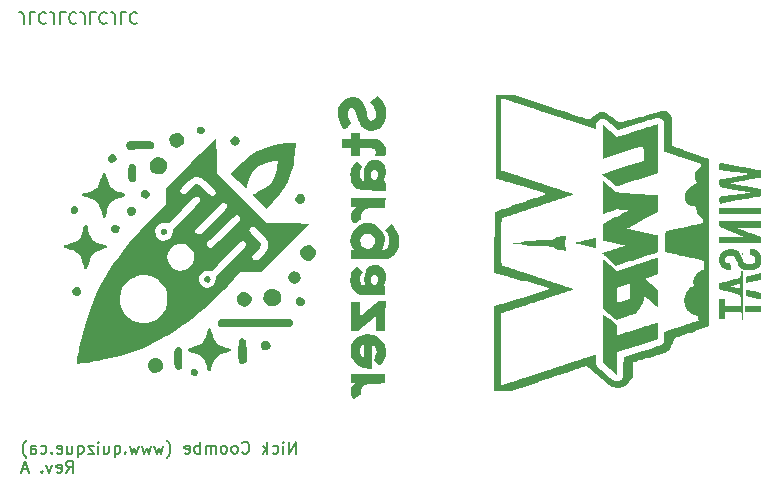
<source format=gbr>
%TF.GenerationSoftware,KiCad,Pcbnew,8.0.2*%
%TF.CreationDate,2024-05-15T15:04:27-04:00*%
%TF.ProjectId,stargazer,73746172-6761-47a6-9572-2e6b69636164,rev?*%
%TF.SameCoordinates,Original*%
%TF.FileFunction,Legend,Bot*%
%TF.FilePolarity,Positive*%
%FSLAX46Y46*%
G04 Gerber Fmt 4.6, Leading zero omitted, Abs format (unit mm)*
G04 Created by KiCad (PCBNEW 8.0.2) date 2024-05-15 15:04:27*
%MOMM*%
%LPD*%
G01*
G04 APERTURE LIST*
%ADD10C,0.150000*%
%ADD11C,0.000000*%
G04 APERTURE END LIST*
D10*
X116872493Y-76130180D02*
X116872493Y-75415895D01*
X116872493Y-75415895D02*
X116824874Y-75273038D01*
X116824874Y-75273038D02*
X116729636Y-75177800D01*
X116729636Y-75177800D02*
X116586779Y-75130180D01*
X116586779Y-75130180D02*
X116491541Y-75130180D01*
X117824874Y-75130180D02*
X117348684Y-75130180D01*
X117348684Y-75130180D02*
X117348684Y-76130180D01*
X118729636Y-75225419D02*
X118682017Y-75177800D01*
X118682017Y-75177800D02*
X118539160Y-75130180D01*
X118539160Y-75130180D02*
X118443922Y-75130180D01*
X118443922Y-75130180D02*
X118301065Y-75177800D01*
X118301065Y-75177800D02*
X118205827Y-75273038D01*
X118205827Y-75273038D02*
X118158208Y-75368276D01*
X118158208Y-75368276D02*
X118110589Y-75558752D01*
X118110589Y-75558752D02*
X118110589Y-75701609D01*
X118110589Y-75701609D02*
X118158208Y-75892085D01*
X118158208Y-75892085D02*
X118205827Y-75987323D01*
X118205827Y-75987323D02*
X118301065Y-76082561D01*
X118301065Y-76082561D02*
X118443922Y-76130180D01*
X118443922Y-76130180D02*
X118539160Y-76130180D01*
X118539160Y-76130180D02*
X118682017Y-76082561D01*
X118682017Y-76082561D02*
X118729636Y-76034942D01*
X119443922Y-76130180D02*
X119443922Y-75415895D01*
X119443922Y-75415895D02*
X119396303Y-75273038D01*
X119396303Y-75273038D02*
X119301065Y-75177800D01*
X119301065Y-75177800D02*
X119158208Y-75130180D01*
X119158208Y-75130180D02*
X119062970Y-75130180D01*
X120396303Y-75130180D02*
X119920113Y-75130180D01*
X119920113Y-75130180D02*
X119920113Y-76130180D01*
X121301065Y-75225419D02*
X121253446Y-75177800D01*
X121253446Y-75177800D02*
X121110589Y-75130180D01*
X121110589Y-75130180D02*
X121015351Y-75130180D01*
X121015351Y-75130180D02*
X120872494Y-75177800D01*
X120872494Y-75177800D02*
X120777256Y-75273038D01*
X120777256Y-75273038D02*
X120729637Y-75368276D01*
X120729637Y-75368276D02*
X120682018Y-75558752D01*
X120682018Y-75558752D02*
X120682018Y-75701609D01*
X120682018Y-75701609D02*
X120729637Y-75892085D01*
X120729637Y-75892085D02*
X120777256Y-75987323D01*
X120777256Y-75987323D02*
X120872494Y-76082561D01*
X120872494Y-76082561D02*
X121015351Y-76130180D01*
X121015351Y-76130180D02*
X121110589Y-76130180D01*
X121110589Y-76130180D02*
X121253446Y-76082561D01*
X121253446Y-76082561D02*
X121301065Y-76034942D01*
X122015351Y-76130180D02*
X122015351Y-75415895D01*
X122015351Y-75415895D02*
X121967732Y-75273038D01*
X121967732Y-75273038D02*
X121872494Y-75177800D01*
X121872494Y-75177800D02*
X121729637Y-75130180D01*
X121729637Y-75130180D02*
X121634399Y-75130180D01*
X122967732Y-75130180D02*
X122491542Y-75130180D01*
X122491542Y-75130180D02*
X122491542Y-76130180D01*
X123872494Y-75225419D02*
X123824875Y-75177800D01*
X123824875Y-75177800D02*
X123682018Y-75130180D01*
X123682018Y-75130180D02*
X123586780Y-75130180D01*
X123586780Y-75130180D02*
X123443923Y-75177800D01*
X123443923Y-75177800D02*
X123348685Y-75273038D01*
X123348685Y-75273038D02*
X123301066Y-75368276D01*
X123301066Y-75368276D02*
X123253447Y-75558752D01*
X123253447Y-75558752D02*
X123253447Y-75701609D01*
X123253447Y-75701609D02*
X123301066Y-75892085D01*
X123301066Y-75892085D02*
X123348685Y-75987323D01*
X123348685Y-75987323D02*
X123443923Y-76082561D01*
X123443923Y-76082561D02*
X123586780Y-76130180D01*
X123586780Y-76130180D02*
X123682018Y-76130180D01*
X123682018Y-76130180D02*
X123824875Y-76082561D01*
X123824875Y-76082561D02*
X123872494Y-76034942D01*
X124586780Y-76130180D02*
X124586780Y-75415895D01*
X124586780Y-75415895D02*
X124539161Y-75273038D01*
X124539161Y-75273038D02*
X124443923Y-75177800D01*
X124443923Y-75177800D02*
X124301066Y-75130180D01*
X124301066Y-75130180D02*
X124205828Y-75130180D01*
X125539161Y-75130180D02*
X125062971Y-75130180D01*
X125062971Y-75130180D02*
X125062971Y-76130180D01*
X126443923Y-75225419D02*
X126396304Y-75177800D01*
X126396304Y-75177800D02*
X126253447Y-75130180D01*
X126253447Y-75130180D02*
X126158209Y-75130180D01*
X126158209Y-75130180D02*
X126015352Y-75177800D01*
X126015352Y-75177800D02*
X125920114Y-75273038D01*
X125920114Y-75273038D02*
X125872495Y-75368276D01*
X125872495Y-75368276D02*
X125824876Y-75558752D01*
X125824876Y-75558752D02*
X125824876Y-75701609D01*
X125824876Y-75701609D02*
X125872495Y-75892085D01*
X125872495Y-75892085D02*
X125920114Y-75987323D01*
X125920114Y-75987323D02*
X126015352Y-76082561D01*
X126015352Y-76082561D02*
X126158209Y-76130180D01*
X126158209Y-76130180D02*
X126253447Y-76130180D01*
X126253447Y-76130180D02*
X126396304Y-76082561D01*
X126396304Y-76082561D02*
X126443923Y-76034942D01*
X139872017Y-112499875D02*
X139872017Y-111499875D01*
X139872017Y-111499875D02*
X139300589Y-112499875D01*
X139300589Y-112499875D02*
X139300589Y-111499875D01*
X138824398Y-112499875D02*
X138824398Y-111833208D01*
X138824398Y-111499875D02*
X138872017Y-111547494D01*
X138872017Y-111547494D02*
X138824398Y-111595113D01*
X138824398Y-111595113D02*
X138776779Y-111547494D01*
X138776779Y-111547494D02*
X138824398Y-111499875D01*
X138824398Y-111499875D02*
X138824398Y-111595113D01*
X137919637Y-112452256D02*
X138014875Y-112499875D01*
X138014875Y-112499875D02*
X138205351Y-112499875D01*
X138205351Y-112499875D02*
X138300589Y-112452256D01*
X138300589Y-112452256D02*
X138348208Y-112404636D01*
X138348208Y-112404636D02*
X138395827Y-112309398D01*
X138395827Y-112309398D02*
X138395827Y-112023684D01*
X138395827Y-112023684D02*
X138348208Y-111928446D01*
X138348208Y-111928446D02*
X138300589Y-111880827D01*
X138300589Y-111880827D02*
X138205351Y-111833208D01*
X138205351Y-111833208D02*
X138014875Y-111833208D01*
X138014875Y-111833208D02*
X137919637Y-111880827D01*
X137491065Y-112499875D02*
X137491065Y-111499875D01*
X137395827Y-112118922D02*
X137110113Y-112499875D01*
X137110113Y-111833208D02*
X137491065Y-112214160D01*
X135348208Y-112404636D02*
X135395827Y-112452256D01*
X135395827Y-112452256D02*
X135538684Y-112499875D01*
X135538684Y-112499875D02*
X135633922Y-112499875D01*
X135633922Y-112499875D02*
X135776779Y-112452256D01*
X135776779Y-112452256D02*
X135872017Y-112357017D01*
X135872017Y-112357017D02*
X135919636Y-112261779D01*
X135919636Y-112261779D02*
X135967255Y-112071303D01*
X135967255Y-112071303D02*
X135967255Y-111928446D01*
X135967255Y-111928446D02*
X135919636Y-111737970D01*
X135919636Y-111737970D02*
X135872017Y-111642732D01*
X135872017Y-111642732D02*
X135776779Y-111547494D01*
X135776779Y-111547494D02*
X135633922Y-111499875D01*
X135633922Y-111499875D02*
X135538684Y-111499875D01*
X135538684Y-111499875D02*
X135395827Y-111547494D01*
X135395827Y-111547494D02*
X135348208Y-111595113D01*
X134776779Y-112499875D02*
X134872017Y-112452256D01*
X134872017Y-112452256D02*
X134919636Y-112404636D01*
X134919636Y-112404636D02*
X134967255Y-112309398D01*
X134967255Y-112309398D02*
X134967255Y-112023684D01*
X134967255Y-112023684D02*
X134919636Y-111928446D01*
X134919636Y-111928446D02*
X134872017Y-111880827D01*
X134872017Y-111880827D02*
X134776779Y-111833208D01*
X134776779Y-111833208D02*
X134633922Y-111833208D01*
X134633922Y-111833208D02*
X134538684Y-111880827D01*
X134538684Y-111880827D02*
X134491065Y-111928446D01*
X134491065Y-111928446D02*
X134443446Y-112023684D01*
X134443446Y-112023684D02*
X134443446Y-112309398D01*
X134443446Y-112309398D02*
X134491065Y-112404636D01*
X134491065Y-112404636D02*
X134538684Y-112452256D01*
X134538684Y-112452256D02*
X134633922Y-112499875D01*
X134633922Y-112499875D02*
X134776779Y-112499875D01*
X133872017Y-112499875D02*
X133967255Y-112452256D01*
X133967255Y-112452256D02*
X134014874Y-112404636D01*
X134014874Y-112404636D02*
X134062493Y-112309398D01*
X134062493Y-112309398D02*
X134062493Y-112023684D01*
X134062493Y-112023684D02*
X134014874Y-111928446D01*
X134014874Y-111928446D02*
X133967255Y-111880827D01*
X133967255Y-111880827D02*
X133872017Y-111833208D01*
X133872017Y-111833208D02*
X133729160Y-111833208D01*
X133729160Y-111833208D02*
X133633922Y-111880827D01*
X133633922Y-111880827D02*
X133586303Y-111928446D01*
X133586303Y-111928446D02*
X133538684Y-112023684D01*
X133538684Y-112023684D02*
X133538684Y-112309398D01*
X133538684Y-112309398D02*
X133586303Y-112404636D01*
X133586303Y-112404636D02*
X133633922Y-112452256D01*
X133633922Y-112452256D02*
X133729160Y-112499875D01*
X133729160Y-112499875D02*
X133872017Y-112499875D01*
X133110112Y-112499875D02*
X133110112Y-111833208D01*
X133110112Y-111928446D02*
X133062493Y-111880827D01*
X133062493Y-111880827D02*
X132967255Y-111833208D01*
X132967255Y-111833208D02*
X132824398Y-111833208D01*
X132824398Y-111833208D02*
X132729160Y-111880827D01*
X132729160Y-111880827D02*
X132681541Y-111976065D01*
X132681541Y-111976065D02*
X132681541Y-112499875D01*
X132681541Y-111976065D02*
X132633922Y-111880827D01*
X132633922Y-111880827D02*
X132538684Y-111833208D01*
X132538684Y-111833208D02*
X132395827Y-111833208D01*
X132395827Y-111833208D02*
X132300588Y-111880827D01*
X132300588Y-111880827D02*
X132252969Y-111976065D01*
X132252969Y-111976065D02*
X132252969Y-112499875D01*
X131776779Y-112499875D02*
X131776779Y-111499875D01*
X131776779Y-111880827D02*
X131681541Y-111833208D01*
X131681541Y-111833208D02*
X131491065Y-111833208D01*
X131491065Y-111833208D02*
X131395827Y-111880827D01*
X131395827Y-111880827D02*
X131348208Y-111928446D01*
X131348208Y-111928446D02*
X131300589Y-112023684D01*
X131300589Y-112023684D02*
X131300589Y-112309398D01*
X131300589Y-112309398D02*
X131348208Y-112404636D01*
X131348208Y-112404636D02*
X131395827Y-112452256D01*
X131395827Y-112452256D02*
X131491065Y-112499875D01*
X131491065Y-112499875D02*
X131681541Y-112499875D01*
X131681541Y-112499875D02*
X131776779Y-112452256D01*
X130491065Y-112452256D02*
X130586303Y-112499875D01*
X130586303Y-112499875D02*
X130776779Y-112499875D01*
X130776779Y-112499875D02*
X130872017Y-112452256D01*
X130872017Y-112452256D02*
X130919636Y-112357017D01*
X130919636Y-112357017D02*
X130919636Y-111976065D01*
X130919636Y-111976065D02*
X130872017Y-111880827D01*
X130872017Y-111880827D02*
X130776779Y-111833208D01*
X130776779Y-111833208D02*
X130586303Y-111833208D01*
X130586303Y-111833208D02*
X130491065Y-111880827D01*
X130491065Y-111880827D02*
X130443446Y-111976065D01*
X130443446Y-111976065D02*
X130443446Y-112071303D01*
X130443446Y-112071303D02*
X130919636Y-112166541D01*
X128967255Y-112880827D02*
X129014874Y-112833208D01*
X129014874Y-112833208D02*
X129110112Y-112690351D01*
X129110112Y-112690351D02*
X129157731Y-112595113D01*
X129157731Y-112595113D02*
X129205350Y-112452256D01*
X129205350Y-112452256D02*
X129252969Y-112214160D01*
X129252969Y-112214160D02*
X129252969Y-112023684D01*
X129252969Y-112023684D02*
X129205350Y-111785589D01*
X129205350Y-111785589D02*
X129157731Y-111642732D01*
X129157731Y-111642732D02*
X129110112Y-111547494D01*
X129110112Y-111547494D02*
X129014874Y-111404636D01*
X129014874Y-111404636D02*
X128967255Y-111357017D01*
X128681540Y-111833208D02*
X128491064Y-112499875D01*
X128491064Y-112499875D02*
X128300588Y-112023684D01*
X128300588Y-112023684D02*
X128110112Y-112499875D01*
X128110112Y-112499875D02*
X127919636Y-111833208D01*
X127633921Y-111833208D02*
X127443445Y-112499875D01*
X127443445Y-112499875D02*
X127252969Y-112023684D01*
X127252969Y-112023684D02*
X127062493Y-112499875D01*
X127062493Y-112499875D02*
X126872017Y-111833208D01*
X126586302Y-111833208D02*
X126395826Y-112499875D01*
X126395826Y-112499875D02*
X126205350Y-112023684D01*
X126205350Y-112023684D02*
X126014874Y-112499875D01*
X126014874Y-112499875D02*
X125824398Y-111833208D01*
X125443445Y-112404636D02*
X125395826Y-112452256D01*
X125395826Y-112452256D02*
X125443445Y-112499875D01*
X125443445Y-112499875D02*
X125491064Y-112452256D01*
X125491064Y-112452256D02*
X125443445Y-112404636D01*
X125443445Y-112404636D02*
X125443445Y-112499875D01*
X124538684Y-111833208D02*
X124538684Y-112833208D01*
X124538684Y-112452256D02*
X124633922Y-112499875D01*
X124633922Y-112499875D02*
X124824398Y-112499875D01*
X124824398Y-112499875D02*
X124919636Y-112452256D01*
X124919636Y-112452256D02*
X124967255Y-112404636D01*
X124967255Y-112404636D02*
X125014874Y-112309398D01*
X125014874Y-112309398D02*
X125014874Y-112023684D01*
X125014874Y-112023684D02*
X124967255Y-111928446D01*
X124967255Y-111928446D02*
X124919636Y-111880827D01*
X124919636Y-111880827D02*
X124824398Y-111833208D01*
X124824398Y-111833208D02*
X124633922Y-111833208D01*
X124633922Y-111833208D02*
X124538684Y-111880827D01*
X123633922Y-111833208D02*
X123633922Y-112499875D01*
X124062493Y-111833208D02*
X124062493Y-112357017D01*
X124062493Y-112357017D02*
X124014874Y-112452256D01*
X124014874Y-112452256D02*
X123919636Y-112499875D01*
X123919636Y-112499875D02*
X123776779Y-112499875D01*
X123776779Y-112499875D02*
X123681541Y-112452256D01*
X123681541Y-112452256D02*
X123633922Y-112404636D01*
X123157731Y-112499875D02*
X123157731Y-111833208D01*
X123157731Y-111499875D02*
X123205350Y-111547494D01*
X123205350Y-111547494D02*
X123157731Y-111595113D01*
X123157731Y-111595113D02*
X123110112Y-111547494D01*
X123110112Y-111547494D02*
X123157731Y-111499875D01*
X123157731Y-111499875D02*
X123157731Y-111595113D01*
X122776779Y-111833208D02*
X122252970Y-111833208D01*
X122252970Y-111833208D02*
X122776779Y-112499875D01*
X122776779Y-112499875D02*
X122252970Y-112499875D01*
X121443446Y-111833208D02*
X121443446Y-112833208D01*
X121443446Y-112452256D02*
X121538684Y-112499875D01*
X121538684Y-112499875D02*
X121729160Y-112499875D01*
X121729160Y-112499875D02*
X121824398Y-112452256D01*
X121824398Y-112452256D02*
X121872017Y-112404636D01*
X121872017Y-112404636D02*
X121919636Y-112309398D01*
X121919636Y-112309398D02*
X121919636Y-112023684D01*
X121919636Y-112023684D02*
X121872017Y-111928446D01*
X121872017Y-111928446D02*
X121824398Y-111880827D01*
X121824398Y-111880827D02*
X121729160Y-111833208D01*
X121729160Y-111833208D02*
X121538684Y-111833208D01*
X121538684Y-111833208D02*
X121443446Y-111880827D01*
X120538684Y-111833208D02*
X120538684Y-112499875D01*
X120967255Y-111833208D02*
X120967255Y-112357017D01*
X120967255Y-112357017D02*
X120919636Y-112452256D01*
X120919636Y-112452256D02*
X120824398Y-112499875D01*
X120824398Y-112499875D02*
X120681541Y-112499875D01*
X120681541Y-112499875D02*
X120586303Y-112452256D01*
X120586303Y-112452256D02*
X120538684Y-112404636D01*
X119681541Y-112452256D02*
X119776779Y-112499875D01*
X119776779Y-112499875D02*
X119967255Y-112499875D01*
X119967255Y-112499875D02*
X120062493Y-112452256D01*
X120062493Y-112452256D02*
X120110112Y-112357017D01*
X120110112Y-112357017D02*
X120110112Y-111976065D01*
X120110112Y-111976065D02*
X120062493Y-111880827D01*
X120062493Y-111880827D02*
X119967255Y-111833208D01*
X119967255Y-111833208D02*
X119776779Y-111833208D01*
X119776779Y-111833208D02*
X119681541Y-111880827D01*
X119681541Y-111880827D02*
X119633922Y-111976065D01*
X119633922Y-111976065D02*
X119633922Y-112071303D01*
X119633922Y-112071303D02*
X120110112Y-112166541D01*
X119205350Y-112404636D02*
X119157731Y-112452256D01*
X119157731Y-112452256D02*
X119205350Y-112499875D01*
X119205350Y-112499875D02*
X119252969Y-112452256D01*
X119252969Y-112452256D02*
X119205350Y-112404636D01*
X119205350Y-112404636D02*
X119205350Y-112499875D01*
X118300589Y-112452256D02*
X118395827Y-112499875D01*
X118395827Y-112499875D02*
X118586303Y-112499875D01*
X118586303Y-112499875D02*
X118681541Y-112452256D01*
X118681541Y-112452256D02*
X118729160Y-112404636D01*
X118729160Y-112404636D02*
X118776779Y-112309398D01*
X118776779Y-112309398D02*
X118776779Y-112023684D01*
X118776779Y-112023684D02*
X118729160Y-111928446D01*
X118729160Y-111928446D02*
X118681541Y-111880827D01*
X118681541Y-111880827D02*
X118586303Y-111833208D01*
X118586303Y-111833208D02*
X118395827Y-111833208D01*
X118395827Y-111833208D02*
X118300589Y-111880827D01*
X117443446Y-112499875D02*
X117443446Y-111976065D01*
X117443446Y-111976065D02*
X117491065Y-111880827D01*
X117491065Y-111880827D02*
X117586303Y-111833208D01*
X117586303Y-111833208D02*
X117776779Y-111833208D01*
X117776779Y-111833208D02*
X117872017Y-111880827D01*
X117443446Y-112452256D02*
X117538684Y-112499875D01*
X117538684Y-112499875D02*
X117776779Y-112499875D01*
X117776779Y-112499875D02*
X117872017Y-112452256D01*
X117872017Y-112452256D02*
X117919636Y-112357017D01*
X117919636Y-112357017D02*
X117919636Y-112261779D01*
X117919636Y-112261779D02*
X117872017Y-112166541D01*
X117872017Y-112166541D02*
X117776779Y-112118922D01*
X117776779Y-112118922D02*
X117538684Y-112118922D01*
X117538684Y-112118922D02*
X117443446Y-112071303D01*
X117062493Y-112880827D02*
X117014874Y-112833208D01*
X117014874Y-112833208D02*
X116919636Y-112690351D01*
X116919636Y-112690351D02*
X116872017Y-112595113D01*
X116872017Y-112595113D02*
X116824398Y-112452256D01*
X116824398Y-112452256D02*
X116776779Y-112214160D01*
X116776779Y-112214160D02*
X116776779Y-112023684D01*
X116776779Y-112023684D02*
X116824398Y-111785589D01*
X116824398Y-111785589D02*
X116872017Y-111642732D01*
X116872017Y-111642732D02*
X116919636Y-111547494D01*
X116919636Y-111547494D02*
X117014874Y-111404636D01*
X117014874Y-111404636D02*
X117062493Y-111357017D01*
X120443446Y-114109819D02*
X120776779Y-113633628D01*
X121014874Y-114109819D02*
X121014874Y-113109819D01*
X121014874Y-113109819D02*
X120633922Y-113109819D01*
X120633922Y-113109819D02*
X120538684Y-113157438D01*
X120538684Y-113157438D02*
X120491065Y-113205057D01*
X120491065Y-113205057D02*
X120443446Y-113300295D01*
X120443446Y-113300295D02*
X120443446Y-113443152D01*
X120443446Y-113443152D02*
X120491065Y-113538390D01*
X120491065Y-113538390D02*
X120538684Y-113586009D01*
X120538684Y-113586009D02*
X120633922Y-113633628D01*
X120633922Y-113633628D02*
X121014874Y-113633628D01*
X119633922Y-114062200D02*
X119729160Y-114109819D01*
X119729160Y-114109819D02*
X119919636Y-114109819D01*
X119919636Y-114109819D02*
X120014874Y-114062200D01*
X120014874Y-114062200D02*
X120062493Y-113966961D01*
X120062493Y-113966961D02*
X120062493Y-113586009D01*
X120062493Y-113586009D02*
X120014874Y-113490771D01*
X120014874Y-113490771D02*
X119919636Y-113443152D01*
X119919636Y-113443152D02*
X119729160Y-113443152D01*
X119729160Y-113443152D02*
X119633922Y-113490771D01*
X119633922Y-113490771D02*
X119586303Y-113586009D01*
X119586303Y-113586009D02*
X119586303Y-113681247D01*
X119586303Y-113681247D02*
X120062493Y-113776485D01*
X119252969Y-113443152D02*
X119014874Y-114109819D01*
X119014874Y-114109819D02*
X118776779Y-113443152D01*
X118395826Y-114014580D02*
X118348207Y-114062200D01*
X118348207Y-114062200D02*
X118395826Y-114109819D01*
X118395826Y-114109819D02*
X118443445Y-114062200D01*
X118443445Y-114062200D02*
X118395826Y-114014580D01*
X118395826Y-114014580D02*
X118395826Y-114109819D01*
X117205350Y-113824104D02*
X116729160Y-113824104D01*
X117300588Y-114109819D02*
X116967255Y-113109819D01*
X116967255Y-113109819D02*
X116633922Y-114109819D01*
D11*
%TO.C,G\u002A\u002A\u002A*%
G36*
X165312384Y-94234291D02*
G01*
X165319273Y-94262634D01*
X165323713Y-94313971D01*
X165326231Y-94394057D01*
X165327356Y-94508648D01*
X165327613Y-94663497D01*
X165327611Y-94683697D01*
X165327280Y-94833583D01*
X165326021Y-94943879D01*
X165323306Y-95020337D01*
X165318609Y-95068714D01*
X165311403Y-95094763D01*
X165301159Y-95104239D01*
X165287351Y-95102897D01*
X165285295Y-95102293D01*
X165246204Y-95092221D01*
X165170161Y-95073548D01*
X165063002Y-95047653D01*
X164930564Y-95015913D01*
X164778683Y-94979706D01*
X164613195Y-94940409D01*
X164439937Y-94899400D01*
X164264745Y-94858057D01*
X164093455Y-94817756D01*
X163931904Y-94779876D01*
X163785927Y-94745794D01*
X163661362Y-94716888D01*
X163564044Y-94694536D01*
X163499811Y-94680114D01*
X163474497Y-94675000D01*
X163471541Y-94674967D01*
X163461684Y-94672810D01*
X163471738Y-94666713D01*
X163504820Y-94655872D01*
X163564043Y-94639484D01*
X163652523Y-94616745D01*
X163773375Y-94586852D01*
X163929714Y-94549000D01*
X164124653Y-94502386D01*
X164361309Y-94446207D01*
X164415435Y-94433384D01*
X164608571Y-94387540D01*
X164787281Y-94344990D01*
X164946504Y-94306945D01*
X165081183Y-94274620D01*
X165186256Y-94249228D01*
X165256665Y-94231982D01*
X165287351Y-94224097D01*
X165289151Y-94223572D01*
X165302519Y-94223189D01*
X165312384Y-94234291D01*
G37*
G36*
X165878914Y-100643259D02*
G01*
X165923248Y-100679169D01*
X165995241Y-100738764D01*
X166090817Y-100818635D01*
X166205895Y-100915369D01*
X166336399Y-101025558D01*
X166478247Y-101145788D01*
X167081091Y-101657700D01*
X167077716Y-102077210D01*
X167077108Y-102190285D01*
X167077746Y-102313905D01*
X167080429Y-102400232D01*
X167085482Y-102454356D01*
X167093234Y-102481365D01*
X167104011Y-102486347D01*
X167109873Y-102484353D01*
X167156531Y-102469074D01*
X167240565Y-102441940D01*
X167357914Y-102404244D01*
X167504519Y-102357278D01*
X167676318Y-102302334D01*
X167869251Y-102240707D01*
X168079258Y-102173687D01*
X168302278Y-102102568D01*
X168534251Y-102028642D01*
X168771115Y-101953202D01*
X169008811Y-101877541D01*
X169243278Y-101802950D01*
X169470456Y-101730723D01*
X169686284Y-101662153D01*
X169886701Y-101598532D01*
X170067648Y-101541152D01*
X170225063Y-101491306D01*
X170354886Y-101450287D01*
X170453057Y-101419387D01*
X170515515Y-101399899D01*
X170538199Y-101393116D01*
X170539716Y-101398549D01*
X170542355Y-101441200D01*
X170544348Y-101521643D01*
X170545643Y-101634365D01*
X170546190Y-101773851D01*
X170545937Y-101934588D01*
X170544834Y-102111064D01*
X170538755Y-102829011D01*
X168807707Y-103381729D01*
X167076660Y-103934446D01*
X167070660Y-104881588D01*
X167064660Y-105828731D01*
X166462136Y-105319211D01*
X165859612Y-104809692D01*
X165858196Y-102721785D01*
X165858182Y-102700475D01*
X165858089Y-102395699D01*
X165858195Y-102104604D01*
X165858488Y-101830422D01*
X165858956Y-101576388D01*
X165859586Y-101345735D01*
X165860366Y-101141695D01*
X165861284Y-100967503D01*
X165862328Y-100826392D01*
X165863485Y-100721595D01*
X165864744Y-100656345D01*
X165866092Y-100633877D01*
X165878914Y-100643259D01*
G37*
G36*
X170544628Y-86685973D02*
G01*
X170538755Y-88771185D01*
X168790204Y-89327890D01*
X168679476Y-89363129D01*
X168366142Y-89462634D01*
X168093121Y-89548946D01*
X167857810Y-89622835D01*
X167657604Y-89685074D01*
X167489897Y-89736435D01*
X167352085Y-89777690D01*
X167241563Y-89809609D01*
X167155727Y-89832966D01*
X167091972Y-89848531D01*
X167047692Y-89857076D01*
X167020284Y-89859374D01*
X167007142Y-89856195D01*
X166997351Y-89848000D01*
X166954688Y-89811965D01*
X166883886Y-89751998D01*
X166789428Y-89671901D01*
X166675798Y-89575477D01*
X166547479Y-89466527D01*
X166408954Y-89348855D01*
X166328855Y-89280800D01*
X166197812Y-89169473D01*
X166080663Y-89069966D01*
X165981642Y-88985874D01*
X165904984Y-88920792D01*
X165854922Y-88878316D01*
X165835690Y-88862041D01*
X165837327Y-88842944D01*
X165840589Y-88841478D01*
X165878240Y-88828248D01*
X165955248Y-88802480D01*
X166068293Y-88765249D01*
X166214054Y-88717634D01*
X166389211Y-88660713D01*
X166590443Y-88595563D01*
X166814430Y-88523262D01*
X167057851Y-88444887D01*
X167317385Y-88361517D01*
X167589712Y-88274229D01*
X169330874Y-87716737D01*
X169330874Y-87077571D01*
X169330864Y-87056185D01*
X169330126Y-86891784D01*
X169328323Y-86744208D01*
X169325613Y-86619294D01*
X169322154Y-86522881D01*
X169318103Y-86460807D01*
X169313619Y-86438908D01*
X169311360Y-86439417D01*
X169276199Y-86449867D01*
X169201463Y-86472995D01*
X169090515Y-86507738D01*
X168946717Y-86553032D01*
X168773430Y-86607814D01*
X168574016Y-86671019D01*
X168351837Y-86741585D01*
X168110254Y-86818446D01*
X167852629Y-86900539D01*
X167582323Y-86986800D01*
X165868284Y-87534189D01*
X165862202Y-86838409D01*
X165861062Y-86676490D01*
X165860076Y-86432176D01*
X165859697Y-86169190D01*
X165859925Y-85903139D01*
X165860760Y-85649632D01*
X165862202Y-85424277D01*
X165868284Y-84705924D01*
X166460590Y-85213965D01*
X167052897Y-85722006D01*
X167254340Y-85655581D01*
X167261790Y-85653133D01*
X167326813Y-85632030D01*
X167430493Y-85598638D01*
X167568450Y-85554359D01*
X167736305Y-85500594D01*
X167929677Y-85438744D01*
X168144185Y-85370210D01*
X168375450Y-85296393D01*
X168619092Y-85218695D01*
X168870729Y-85138517D01*
X168930385Y-85119517D01*
X169177610Y-85040748D01*
X169413975Y-84965399D01*
X169635357Y-84894786D01*
X169837633Y-84830226D01*
X170016678Y-84773037D01*
X170168369Y-84724534D01*
X170288584Y-84686036D01*
X170373198Y-84658859D01*
X170418088Y-84644320D01*
X170550501Y-84600762D01*
X170544628Y-86685973D01*
G37*
G36*
X162768248Y-94069190D02*
G01*
X162790534Y-94128127D01*
X162796816Y-94226155D01*
X162796457Y-94249454D01*
X162784306Y-94335474D01*
X162753051Y-94383800D01*
X162700186Y-94398913D01*
X162688222Y-94400370D01*
X162674944Y-94411366D01*
X162666364Y-94439380D01*
X162661477Y-94491660D01*
X162659282Y-94575453D01*
X162658773Y-94698008D01*
X162658776Y-94725305D01*
X162659191Y-94839052D01*
X162661229Y-94915597D01*
X162666195Y-94962306D01*
X162675391Y-94986549D01*
X162690121Y-94995691D01*
X162711689Y-94997102D01*
X162748237Y-95002606D01*
X162793384Y-95025861D01*
X162807366Y-95049912D01*
X162809803Y-95100634D01*
X162802388Y-95138899D01*
X162796778Y-95204167D01*
X162796450Y-95222754D01*
X162792711Y-95261996D01*
X162779956Y-95288942D01*
X162752094Y-95304585D01*
X162703030Y-95309913D01*
X162626671Y-95305917D01*
X162516925Y-95293589D01*
X162367698Y-95273918D01*
X162244462Y-95257109D01*
X162134151Y-95240778D01*
X162054135Y-95226123D01*
X161996101Y-95210893D01*
X161951737Y-95192832D01*
X161912732Y-95169689D01*
X161870774Y-95139210D01*
X161822298Y-95100985D01*
X161778409Y-95062238D01*
X161761490Y-95041238D01*
X161751942Y-95034122D01*
X161708097Y-95022192D01*
X161640702Y-95011649D01*
X161569854Y-95003013D01*
X161463125Y-94989363D01*
X161358863Y-94975471D01*
X161313334Y-94970576D01*
X161211813Y-94963603D01*
X161083713Y-94957889D01*
X160940887Y-94953922D01*
X160795186Y-94952194D01*
X160792469Y-94952184D01*
X160638976Y-94949970D01*
X160455199Y-94944697D01*
X160256412Y-94936960D01*
X160057887Y-94927350D01*
X159874896Y-94916462D01*
X159813734Y-94912326D01*
X159644646Y-94899874D01*
X159510914Y-94887848D01*
X159404436Y-94875173D01*
X159317115Y-94860774D01*
X159240849Y-94843575D01*
X159167539Y-94822498D01*
X159132956Y-94811373D01*
X159051146Y-94782591D01*
X158991442Y-94758012D01*
X158964867Y-94742012D01*
X158946199Y-94736299D01*
X158887823Y-94730201D01*
X158797521Y-94725359D01*
X158683003Y-94722166D01*
X158551979Y-94721015D01*
X158442604Y-94720266D01*
X158324820Y-94717570D01*
X158229976Y-94713260D01*
X158165761Y-94707704D01*
X158139867Y-94701273D01*
X158152035Y-94688884D01*
X158204268Y-94677087D01*
X158291226Y-94667011D01*
X158407131Y-94659162D01*
X158546207Y-94654042D01*
X158702677Y-94652157D01*
X158800948Y-94650704D01*
X158893260Y-94646356D01*
X158959726Y-94639820D01*
X158990267Y-94631808D01*
X159016563Y-94616245D01*
X159074924Y-94589426D01*
X159150168Y-94558980D01*
X159152063Y-94558259D01*
X159198745Y-94542156D01*
X159250304Y-94528203D01*
X159310853Y-94516086D01*
X159384505Y-94505492D01*
X159475372Y-94496109D01*
X159587567Y-94487623D01*
X159725203Y-94479722D01*
X159892391Y-94472092D01*
X160093246Y-94464421D01*
X160331880Y-94456395D01*
X160612404Y-94447702D01*
X160679771Y-94445639D01*
X160903118Y-94438191D01*
X161085657Y-94430924D01*
X161231490Y-94423572D01*
X161344722Y-94415868D01*
X161429455Y-94407544D01*
X161489791Y-94398333D01*
X161529835Y-94387968D01*
X161556459Y-94379073D01*
X161624706Y-94360354D01*
X161672323Y-94352899D01*
X161673543Y-94352862D01*
X161713949Y-94338261D01*
X161776339Y-94302329D01*
X161847736Y-94252494D01*
X161889930Y-94221073D01*
X161941239Y-94187370D01*
X161991964Y-94163567D01*
X162053657Y-94145686D01*
X162137867Y-94129746D01*
X162256146Y-94111767D01*
X162360200Y-94096147D01*
X162474595Y-94078056D01*
X162570813Y-94061884D01*
X162635160Y-94049870D01*
X162655019Y-94046077D01*
X162724796Y-94043716D01*
X162768248Y-94069190D01*
G37*
G36*
X170531609Y-95926264D02*
G01*
X170538279Y-95977523D01*
X170543495Y-96073961D01*
X170547241Y-96215074D01*
X170549501Y-96400363D01*
X170550258Y-96629323D01*
X170550258Y-97341255D01*
X170038347Y-97504513D01*
X169954235Y-97531386D01*
X169813056Y-97576714D01*
X169688661Y-97616932D01*
X169587818Y-97649837D01*
X169517298Y-97673228D01*
X169483867Y-97684903D01*
X169477642Y-97691340D01*
X169482858Y-97708630D01*
X169506123Y-97738451D01*
X169550354Y-97783585D01*
X169618465Y-97846814D01*
X169713373Y-97930919D01*
X169837992Y-98038685D01*
X169995238Y-98172892D01*
X170549178Y-98643750D01*
X170549718Y-99378535D01*
X170550258Y-100113319D01*
X170486988Y-100055230D01*
X170471641Y-100041255D01*
X170406544Y-99983288D01*
X170320283Y-99907801D01*
X170217948Y-99819123D01*
X170104625Y-99721583D01*
X169985404Y-99619510D01*
X169865373Y-99517232D01*
X169749619Y-99419078D01*
X169643232Y-99329376D01*
X169551299Y-99252456D01*
X169478909Y-99192645D01*
X169431150Y-99154273D01*
X169413110Y-99141668D01*
X169409657Y-99152845D01*
X169399470Y-99201270D01*
X169385161Y-99278500D01*
X169368669Y-99374381D01*
X169354964Y-99448969D01*
X169274799Y-99737620D01*
X169155327Y-100002444D01*
X168996282Y-100243947D01*
X168797398Y-100462637D01*
X168761576Y-100495455D01*
X168666360Y-100574813D01*
X168570782Y-100645444D01*
X168490959Y-100695118D01*
X168483402Y-100698940D01*
X168418431Y-100726948D01*
X168317815Y-100765561D01*
X168188580Y-100812284D01*
X168037749Y-100864624D01*
X167872349Y-100920085D01*
X167699404Y-100976174D01*
X167668799Y-100985926D01*
X167488360Y-101043246D01*
X167345958Y-101087858D01*
X167236578Y-101120961D01*
X167155202Y-101143754D01*
X167096813Y-101157434D01*
X167056396Y-101163200D01*
X167028933Y-101162252D01*
X167009408Y-101155788D01*
X166992805Y-101145006D01*
X166984942Y-101138864D01*
X166942310Y-101103920D01*
X166871315Y-101044685D01*
X166776741Y-100965187D01*
X166663371Y-100869452D01*
X166535987Y-100761507D01*
X166399375Y-100645381D01*
X165858881Y-100185236D01*
X165858011Y-98451887D01*
X167076164Y-98451887D01*
X167076164Y-99095791D01*
X167076164Y-99739695D01*
X167127930Y-99723427D01*
X167142967Y-99718674D01*
X167201262Y-99700161D01*
X167290579Y-99671743D01*
X167402428Y-99636126D01*
X167528319Y-99596017D01*
X167659760Y-99554122D01*
X167788262Y-99513146D01*
X167905335Y-99475795D01*
X168002486Y-99444775D01*
X168071227Y-99422793D01*
X168180512Y-99387788D01*
X168180512Y-98742972D01*
X168180142Y-98556108D01*
X168178831Y-98399621D01*
X168176396Y-98281293D01*
X168172654Y-98197090D01*
X168167421Y-98142980D01*
X168160515Y-98114929D01*
X168151753Y-98108905D01*
X168151668Y-98108936D01*
X168121134Y-98119117D01*
X168054185Y-98140754D01*
X167958223Y-98171478D01*
X167840648Y-98208919D01*
X167708863Y-98250707D01*
X167583921Y-98290267D01*
X167451230Y-98332325D01*
X167334352Y-98369416D01*
X167242640Y-98398572D01*
X167185448Y-98416825D01*
X167076164Y-98451887D01*
X165858011Y-98451887D01*
X165857831Y-98093318D01*
X165856780Y-96001400D01*
X165908546Y-96048108D01*
X165916837Y-96055434D01*
X165959851Y-96092628D01*
X166031250Y-96153861D01*
X166126269Y-96235063D01*
X166240143Y-96332167D01*
X166368108Y-96441102D01*
X166505399Y-96557801D01*
X167050486Y-97020786D01*
X168151753Y-96668852D01*
X168776850Y-96469089D01*
X168858910Y-96442873D01*
X169126982Y-96357353D01*
X169381518Y-96276330D01*
X169619152Y-96200867D01*
X169836521Y-96132024D01*
X170030260Y-96070862D01*
X170197004Y-96018442D01*
X170333388Y-95975823D01*
X170436048Y-95944068D01*
X170501619Y-95924238D01*
X170526736Y-95917392D01*
X170531609Y-95926264D01*
G37*
G36*
X166433759Y-89859768D02*
G01*
X166510844Y-89924969D01*
X166644688Y-90038140D01*
X166765860Y-90140543D01*
X166869867Y-90228387D01*
X166952220Y-90297880D01*
X167008430Y-90345229D01*
X167034005Y-90366645D01*
X167047247Y-90371301D01*
X167101950Y-90380498D01*
X167198470Y-90391931D01*
X167337395Y-90405650D01*
X167519314Y-90421707D01*
X167744819Y-90440153D01*
X168014496Y-90461039D01*
X168328937Y-90484416D01*
X168688729Y-90510335D01*
X168874802Y-90523596D01*
X169139807Y-90542589D01*
X169391149Y-90560727D01*
X169624797Y-90577713D01*
X169836722Y-90593249D01*
X170022896Y-90607039D01*
X170179286Y-90618784D01*
X170301866Y-90628187D01*
X170386603Y-90634951D01*
X170429470Y-90638779D01*
X170550258Y-90652043D01*
X170550258Y-91359077D01*
X170550258Y-92066110D01*
X169217087Y-92755111D01*
X169126604Y-92801924D01*
X168902295Y-92918416D01*
X168692191Y-93028152D01*
X168499635Y-93129352D01*
X168327968Y-93220232D01*
X168180532Y-93299012D01*
X168060668Y-93363909D01*
X167971717Y-93413142D01*
X167917021Y-93444928D01*
X167899922Y-93457486D01*
X167908007Y-93460228D01*
X167955439Y-93472125D01*
X168041487Y-93492089D01*
X168161982Y-93519202D01*
X168312758Y-93552545D01*
X168489646Y-93591199D01*
X168688480Y-93634246D01*
X168905091Y-93680767D01*
X169135312Y-93729842D01*
X169247379Y-93753656D01*
X169476065Y-93802329D01*
X169691538Y-93848292D01*
X169889254Y-93890569D01*
X170064671Y-93928185D01*
X170213244Y-93960166D01*
X170330432Y-93985536D01*
X170411691Y-94003320D01*
X170452477Y-94012542D01*
X170550258Y-94036260D01*
X170550258Y-94744878D01*
X170550258Y-95453495D01*
X170406463Y-95500303D01*
X170385388Y-95507120D01*
X170316182Y-95529369D01*
X170209392Y-95563614D01*
X170069002Y-95608580D01*
X169898997Y-95662993D01*
X169703361Y-95725577D01*
X169486078Y-95795058D01*
X169251132Y-95870161D01*
X169002508Y-95949611D01*
X168744189Y-96032135D01*
X168588090Y-96082000D01*
X168337538Y-96162062D01*
X168100225Y-96237921D01*
X167879974Y-96308354D01*
X167680611Y-96372136D01*
X167505961Y-96428044D01*
X167359846Y-96474853D01*
X167246093Y-96511339D01*
X167168526Y-96536279D01*
X167130968Y-96548449D01*
X167036226Y-96579738D01*
X166508649Y-96127777D01*
X166469937Y-96094616D01*
X166335214Y-95979273D01*
X166209770Y-95871955D01*
X166098734Y-95777049D01*
X166007239Y-95698939D01*
X165940415Y-95642008D01*
X165903394Y-95610641D01*
X165884668Y-95594087D01*
X165850051Y-95553164D01*
X165850968Y-95530116D01*
X165865084Y-95524536D01*
X165919463Y-95505699D01*
X166009935Y-95475450D01*
X166131927Y-95435285D01*
X166280864Y-95386699D01*
X166452174Y-95331191D01*
X166641281Y-95270255D01*
X166843612Y-95205388D01*
X166990293Y-95158367D01*
X167181176Y-95096818D01*
X167354455Y-95040536D01*
X167505753Y-94990965D01*
X167630697Y-94949547D01*
X167724910Y-94917727D01*
X167784017Y-94896947D01*
X167803644Y-94888651D01*
X167797538Y-94886858D01*
X167754303Y-94876604D01*
X167674242Y-94858455D01*
X167562799Y-94833599D01*
X167425416Y-94803223D01*
X167267536Y-94768516D01*
X167094601Y-94730665D01*
X166912054Y-94690859D01*
X166725339Y-94650285D01*
X166539897Y-94610131D01*
X166361172Y-94571585D01*
X166194607Y-94535835D01*
X166045643Y-94504069D01*
X165919725Y-94477474D01*
X165856130Y-94464136D01*
X165862207Y-93750048D01*
X165868284Y-93035959D01*
X166934665Y-92488854D01*
X167010635Y-92449851D01*
X167212193Y-92346113D01*
X167400099Y-92249032D01*
X167570450Y-92160646D01*
X167719342Y-92082996D01*
X167842871Y-92018121D01*
X167937134Y-91968062D01*
X167998227Y-91934857D01*
X168022248Y-91920547D01*
X168022746Y-91919856D01*
X168004069Y-91911036D01*
X167943445Y-91900505D01*
X167844561Y-91888708D01*
X167711102Y-91876092D01*
X167546755Y-91863101D01*
X167050060Y-91826856D01*
X166459782Y-92018733D01*
X166454883Y-92020326D01*
X166299323Y-92070566D01*
X166158906Y-92115326D01*
X166039346Y-92152832D01*
X165946359Y-92181308D01*
X165885660Y-92198979D01*
X165862964Y-92204070D01*
X165862863Y-92203804D01*
X165861817Y-92176541D01*
X165861015Y-92107563D01*
X165860457Y-92000831D01*
X165860146Y-91860307D01*
X165860084Y-91689953D01*
X165860271Y-91493730D01*
X165860711Y-91275600D01*
X165861405Y-91039525D01*
X165862353Y-90789466D01*
X165868284Y-89381402D01*
X166433759Y-89859768D01*
G37*
G36*
X157366406Y-82182066D02*
G01*
X157649877Y-82182066D01*
X158454286Y-82182066D01*
X161535326Y-83194384D01*
X161818136Y-83287242D01*
X162173483Y-83403734D01*
X162515280Y-83515581D01*
X162841015Y-83621970D01*
X163148175Y-83722088D01*
X163434248Y-83815120D01*
X163696720Y-83900254D01*
X163933079Y-83976676D01*
X164140813Y-84043573D01*
X164317409Y-84100130D01*
X164460354Y-84145536D01*
X164567136Y-84178975D01*
X164635242Y-84199636D01*
X164662159Y-84206703D01*
X164670408Y-84205348D01*
X164718478Y-84184442D01*
X164795070Y-84141463D01*
X164893823Y-84080530D01*
X165008376Y-84005764D01*
X165132369Y-83921284D01*
X165259442Y-83831210D01*
X165383233Y-83739662D01*
X165400966Y-83726388D01*
X165561969Y-83622052D01*
X165705609Y-83559973D01*
X165831677Y-83540244D01*
X165836567Y-83540339D01*
X165892826Y-83546444D01*
X165955074Y-83563532D01*
X166027634Y-83594080D01*
X166114835Y-83640564D01*
X166221000Y-83705460D01*
X166350456Y-83791246D01*
X166507529Y-83900397D01*
X166696544Y-84035391D01*
X166814862Y-84120176D01*
X166986553Y-84240946D01*
X167123814Y-84334145D01*
X167227650Y-84400430D01*
X167299068Y-84440459D01*
X167339075Y-84454888D01*
X167339484Y-84454907D01*
X167371846Y-84449290D01*
X167443757Y-84432732D01*
X167551015Y-84406365D01*
X167689416Y-84371317D01*
X167854758Y-84328718D01*
X168042837Y-84279699D01*
X168249449Y-84225389D01*
X168470393Y-84166918D01*
X168701464Y-84105416D01*
X168938459Y-84042013D01*
X169177176Y-83977838D01*
X169413411Y-83914022D01*
X169642960Y-83851693D01*
X169861622Y-83791983D01*
X170065192Y-83736021D01*
X170249467Y-83684936D01*
X170410245Y-83639859D01*
X170543322Y-83601920D01*
X170644495Y-83572247D01*
X170709561Y-83551972D01*
X170734316Y-83542224D01*
X170746786Y-83534460D01*
X170778110Y-83527735D01*
X170834556Y-83522394D01*
X170923087Y-83517801D01*
X171050666Y-83513319D01*
X171099946Y-83513483D01*
X171255149Y-83536680D01*
X171392802Y-83591608D01*
X171502044Y-83674390D01*
X171537658Y-83718536D01*
X171582288Y-83786717D01*
X171625670Y-83863130D01*
X171661690Y-83936173D01*
X171684236Y-83994248D01*
X171687195Y-84025754D01*
X171684497Y-84032384D01*
X171699263Y-84045652D01*
X171703300Y-84053352D01*
X171708835Y-84096676D01*
X171713454Y-84179166D01*
X171717180Y-84301963D01*
X171720036Y-84466207D01*
X171722047Y-84673038D01*
X171723237Y-84923596D01*
X171723628Y-85219022D01*
X171723738Y-85364216D01*
X171724597Y-85626598D01*
X171726281Y-85853370D01*
X171728756Y-86042796D01*
X171731990Y-86193144D01*
X171735949Y-86302682D01*
X171740601Y-86369675D01*
X171745913Y-86392392D01*
X171754745Y-86395685D01*
X171756626Y-86422547D01*
X171756752Y-86424424D01*
X171775012Y-86438241D01*
X171823291Y-86461827D01*
X171903277Y-86495827D01*
X172016657Y-86540891D01*
X172165119Y-86597664D01*
X172350351Y-86666796D01*
X172574039Y-86748934D01*
X172837871Y-86844724D01*
X173143535Y-86954815D01*
X173198757Y-86974643D01*
X173444179Y-87062789D01*
X173679582Y-87147376D01*
X173900805Y-87226905D01*
X174103686Y-87299879D01*
X174284064Y-87364801D01*
X174437778Y-87420173D01*
X174560665Y-87464497D01*
X174648564Y-87496275D01*
X174697314Y-87514010D01*
X174852613Y-87571092D01*
X174852613Y-94651465D01*
X174852613Y-101731838D01*
X173673027Y-102138916D01*
X173564315Y-102176376D01*
X173342841Y-102252341D01*
X173133875Y-102323556D01*
X172941838Y-102388541D01*
X172771153Y-102445816D01*
X172626241Y-102493900D01*
X172511526Y-102531314D01*
X172431429Y-102556578D01*
X172390373Y-102568211D01*
X172385744Y-102569233D01*
X172305064Y-102592137D01*
X172209582Y-102626164D01*
X172111019Y-102666278D01*
X172021101Y-102707443D01*
X171951550Y-102744624D01*
X171914091Y-102772785D01*
X171913319Y-102773836D01*
X171896515Y-102809110D01*
X171868429Y-102880164D01*
X171831789Y-102979606D01*
X171789326Y-103100046D01*
X171743767Y-103234092D01*
X171601549Y-103660122D01*
X171445881Y-103769011D01*
X171422924Y-103784871D01*
X171350442Y-103832297D01*
X171293820Y-103865434D01*
X171263738Y-103877899D01*
X171245521Y-103883414D01*
X171196339Y-103909194D01*
X171134019Y-103948932D01*
X171133287Y-103949433D01*
X171101940Y-103967604D01*
X171055845Y-103988674D01*
X170991717Y-104013694D01*
X170906270Y-104043715D01*
X170796216Y-104079789D01*
X170658270Y-104122965D01*
X170489145Y-104174295D01*
X170285554Y-104234830D01*
X170044213Y-104305620D01*
X169761833Y-104387717D01*
X169577046Y-104441334D01*
X169354170Y-104506183D01*
X169147627Y-104566477D01*
X168961400Y-104621044D01*
X168799470Y-104668710D01*
X168665820Y-104708303D01*
X168564431Y-104738650D01*
X168499287Y-104758578D01*
X168474370Y-104766914D01*
X168469536Y-104771199D01*
X168469085Y-104799778D01*
X168470767Y-104810751D01*
X168446453Y-104821196D01*
X168438725Y-104823122D01*
X168429433Y-104835383D01*
X168422406Y-104863377D01*
X168417338Y-104912151D01*
X168413927Y-104986751D01*
X168411867Y-105092223D01*
X168410854Y-105233615D01*
X168410584Y-105415973D01*
X168410584Y-106010750D01*
X168290166Y-106192468D01*
X168288863Y-106194431D01*
X168213065Y-106299621D01*
X168122508Y-106411753D01*
X168025405Y-106521890D01*
X167929971Y-106621092D01*
X167844420Y-106700422D01*
X167776965Y-106750939D01*
X167754255Y-106762922D01*
X167684566Y-106793875D01*
X167592093Y-106830601D01*
X167490607Y-106867494D01*
X167405744Y-106896104D01*
X167323087Y-106919856D01*
X167255192Y-106931293D01*
X167186237Y-106932824D01*
X167100404Y-106926856D01*
X167005556Y-106917222D01*
X166834388Y-106891444D01*
X166699701Y-106856967D01*
X166595277Y-106811962D01*
X166514900Y-106754599D01*
X166487443Y-106730404D01*
X166424992Y-106676958D01*
X166336421Y-106602118D01*
X166225571Y-106509063D01*
X166096283Y-106400972D01*
X165952398Y-106281025D01*
X165797755Y-106152402D01*
X165636197Y-106018282D01*
X165471563Y-105881845D01*
X165307695Y-105746271D01*
X165148432Y-105614739D01*
X164997617Y-105490428D01*
X164859089Y-105376519D01*
X164736689Y-105276190D01*
X164634258Y-105192622D01*
X164555637Y-105128994D01*
X164504666Y-105088485D01*
X164485186Y-105074276D01*
X164479702Y-105075658D01*
X164438258Y-105088676D01*
X164360989Y-105113953D01*
X164253283Y-105149697D01*
X164120527Y-105194115D01*
X163968109Y-105245415D01*
X163801416Y-105301804D01*
X163749688Y-105319345D01*
X163612541Y-105365855D01*
X163437886Y-105425087D01*
X163229812Y-105495656D01*
X162992406Y-105576174D01*
X162729758Y-105665255D01*
X162445955Y-105761512D01*
X162145085Y-105863559D01*
X161831237Y-105970010D01*
X161508498Y-106079476D01*
X161180958Y-106190573D01*
X160852704Y-106301913D01*
X160597950Y-106388230D01*
X160292070Y-106491619D01*
X159999085Y-106590379D01*
X159722063Y-106683487D01*
X159464069Y-106769924D01*
X159228169Y-106848669D01*
X159017430Y-106918700D01*
X158834916Y-106978998D01*
X158683696Y-107028540D01*
X158566833Y-107066306D01*
X158487395Y-107091276D01*
X158448447Y-107102428D01*
X158397592Y-107115146D01*
X158324285Y-107138681D01*
X158276525Y-107160653D01*
X158269195Y-107164439D01*
X158238344Y-107172361D01*
X158185680Y-107178657D01*
X158107169Y-107183476D01*
X157998780Y-107186965D01*
X157856480Y-107189274D01*
X157676236Y-107190550D01*
X157454016Y-107190942D01*
X156676889Y-107190942D01*
X156675682Y-106310915D01*
X156675657Y-106294877D01*
X156675280Y-106147170D01*
X156674582Y-105958217D01*
X156673588Y-105732232D01*
X156672321Y-105473432D01*
X156670807Y-105186032D01*
X156669068Y-104874248D01*
X156667129Y-104542294D01*
X156665014Y-104194387D01*
X156662746Y-103834742D01*
X156660351Y-103467575D01*
X156657851Y-103097102D01*
X156655271Y-102727537D01*
X156654264Y-102582030D01*
X156652036Y-102226480D01*
X156650242Y-101887798D01*
X156648880Y-101568633D01*
X156647951Y-101271637D01*
X156647454Y-100999456D01*
X156647387Y-100754743D01*
X156647751Y-100540144D01*
X156648544Y-100358311D01*
X156649766Y-100211893D01*
X156651416Y-100103539D01*
X156653493Y-100035898D01*
X156655997Y-100011621D01*
X156677600Y-100004313D01*
X156740655Y-99984579D01*
X156842174Y-99953378D01*
X156979255Y-99911586D01*
X157148994Y-99860081D01*
X157348490Y-99799738D01*
X157574839Y-99731435D01*
X157825140Y-99656048D01*
X158096490Y-99574455D01*
X158385987Y-99487531D01*
X158690727Y-99396154D01*
X159007809Y-99301201D01*
X161339691Y-98603346D01*
X161339691Y-98540298D01*
X161339691Y-98477249D01*
X159336143Y-97929574D01*
X159066121Y-97855771D01*
X158773310Y-97775757D01*
X158492269Y-97698978D01*
X158226622Y-97626423D01*
X157979992Y-97559081D01*
X157756004Y-97497941D01*
X157558281Y-97443993D01*
X157390448Y-97398225D01*
X157256128Y-97361627D01*
X157158945Y-97335188D01*
X157102523Y-97319897D01*
X157041883Y-97303537D01*
X156933852Y-97274308D01*
X156839686Y-97248733D01*
X156774669Y-97230959D01*
X156676889Y-97204024D01*
X156677641Y-96877057D01*
X156677686Y-96859441D01*
X156678479Y-96695122D01*
X156679968Y-96501700D01*
X156682091Y-96282754D01*
X156684787Y-96041859D01*
X156687995Y-95782593D01*
X156691652Y-95508533D01*
X156695698Y-95223255D01*
X156700070Y-94930335D01*
X156704707Y-94633352D01*
X156709548Y-94335881D01*
X156714530Y-94041499D01*
X156719593Y-93753784D01*
X156724675Y-93476311D01*
X156729714Y-93212658D01*
X156734648Y-92966401D01*
X156739416Y-92741118D01*
X156743957Y-92540384D01*
X156748208Y-92367778D01*
X156752109Y-92226874D01*
X156755597Y-92121251D01*
X156758611Y-92054485D01*
X156761090Y-92030153D01*
X156766593Y-92027622D01*
X156809089Y-92011738D01*
X156890843Y-91982588D01*
X157008858Y-91941203D01*
X157160140Y-91888615D01*
X157341694Y-91825856D01*
X157550525Y-91753958D01*
X157783638Y-91673954D01*
X158038037Y-91586874D01*
X158310728Y-91493752D01*
X158598716Y-91395619D01*
X158899005Y-91293507D01*
X158923865Y-91285062D01*
X159271775Y-91166862D01*
X159578837Y-91062456D01*
X159847602Y-90970902D01*
X160080622Y-90891258D01*
X160280445Y-90822581D01*
X160449625Y-90763929D01*
X160590710Y-90714361D01*
X160706253Y-90672933D01*
X160798804Y-90638705D01*
X160870913Y-90610733D01*
X160925132Y-90588075D01*
X160964011Y-90569790D01*
X160990101Y-90554934D01*
X161005953Y-90542567D01*
X161014118Y-90531745D01*
X161017146Y-90521527D01*
X161017589Y-90510969D01*
X161017589Y-90448110D01*
X159025545Y-89866683D01*
X158739693Y-89783245D01*
X158454711Y-89700051D01*
X158183794Y-89620953D01*
X157930287Y-89546928D01*
X157697535Y-89478953D01*
X157488883Y-89418005D01*
X157307677Y-89365062D01*
X157157262Y-89321101D01*
X157040984Y-89287098D01*
X156962187Y-89264032D01*
X156924216Y-89252878D01*
X156814932Y-89220500D01*
X156814932Y-86947461D01*
X156815049Y-86657191D01*
X156815491Y-86293392D01*
X156816239Y-85923136D01*
X156817268Y-85552252D01*
X156818552Y-85186572D01*
X156820066Y-84831925D01*
X156821785Y-84494141D01*
X156823683Y-84179050D01*
X156825735Y-83892484D01*
X156827916Y-83640272D01*
X156830200Y-83428244D01*
X156842367Y-82435145D01*
X157298084Y-82435145D01*
X157298084Y-85471022D01*
X157298084Y-88506899D01*
X157377738Y-88544698D01*
X157390391Y-88550414D01*
X157448269Y-88569816D01*
X157487022Y-88572522D01*
X157492037Y-88571530D01*
X157535234Y-88579531D01*
X157592126Y-88604825D01*
X157600483Y-88609364D01*
X157662593Y-88636160D01*
X157711557Y-88647102D01*
X157737233Y-88650678D01*
X157769733Y-88670109D01*
X157791397Y-88684633D01*
X157840112Y-88693116D01*
X157876626Y-88698678D01*
X157896273Y-88716123D01*
X157896278Y-88716410D01*
X157916832Y-88732467D01*
X157965294Y-88739131D01*
X157966153Y-88739132D01*
X158014324Y-88745984D01*
X158034316Y-88762138D01*
X158034317Y-88762233D01*
X158054479Y-88778418D01*
X158102638Y-88785145D01*
X158112584Y-88785564D01*
X158181752Y-88800803D01*
X158252885Y-88831160D01*
X158267763Y-88839142D01*
X158330917Y-88866235D01*
X158378767Y-88877174D01*
X158404501Y-88880968D01*
X158437912Y-88901750D01*
X158447644Y-88911215D01*
X158484548Y-88914258D01*
X158499559Y-88911215D01*
X158529593Y-88924194D01*
X158530845Y-88925859D01*
X158564382Y-88940277D01*
X158621001Y-88946196D01*
X158626832Y-88946259D01*
X158682381Y-88953533D01*
X158713030Y-88969203D01*
X158725202Y-88980496D01*
X158767319Y-88992210D01*
X158810241Y-88999528D01*
X158865572Y-89019789D01*
X158911898Y-89044978D01*
X158931419Y-89066984D01*
X158931425Y-89067174D01*
X158952073Y-89079233D01*
X159000620Y-89084239D01*
X159001479Y-89084241D01*
X159049650Y-89091093D01*
X159069642Y-89107247D01*
X159083219Y-89122205D01*
X159125802Y-89130254D01*
X159164468Y-89135452D01*
X159196182Y-89153261D01*
X159197455Y-89154974D01*
X159231385Y-89170069D01*
X159288211Y-89176268D01*
X159294042Y-89176332D01*
X159349591Y-89183606D01*
X159380240Y-89199276D01*
X159398428Y-89213003D01*
X159444868Y-89223015D01*
X159483293Y-89230004D01*
X159539936Y-89257525D01*
X159576285Y-89277440D01*
X159636359Y-89291305D01*
X159670361Y-89295960D01*
X159702341Y-89314312D01*
X159723186Y-89328635D01*
X159771363Y-89337319D01*
X159808591Y-89342354D01*
X159840385Y-89360326D01*
X159841947Y-89362356D01*
X159876465Y-89377237D01*
X159933772Y-89383334D01*
X159943173Y-89383496D01*
X159992739Y-89391030D01*
X160012939Y-89406341D01*
X160012945Y-89406627D01*
X160033499Y-89422684D01*
X160081961Y-89429348D01*
X160082720Y-89429349D01*
X160131011Y-89434480D01*
X160151162Y-89446604D01*
X160167349Y-89466220D01*
X160211867Y-89491455D01*
X160267105Y-89512545D01*
X160315263Y-89521377D01*
X160336772Y-89524359D01*
X160369552Y-89544384D01*
X160390396Y-89558707D01*
X160438573Y-89567392D01*
X160475984Y-89572868D01*
X160508934Y-89592565D01*
X160531694Y-89606181D01*
X160579863Y-89607155D01*
X160618200Y-89605027D01*
X160647546Y-89616492D01*
X160648339Y-89617591D01*
X160680072Y-89630921D01*
X160735460Y-89636413D01*
X160791228Y-89645049D01*
X160852704Y-89682428D01*
X160891744Y-89711946D01*
X160946941Y-89728442D01*
X160981826Y-89733203D01*
X161013755Y-89751450D01*
X161015317Y-89753479D01*
X161049834Y-89768360D01*
X161107141Y-89774457D01*
X161116542Y-89774619D01*
X161166108Y-89782154D01*
X161186309Y-89797464D01*
X161186309Y-89797559D01*
X161206472Y-89813744D01*
X161254631Y-89820471D01*
X161264577Y-89820890D01*
X161333744Y-89836129D01*
X161404878Y-89866486D01*
X161419756Y-89874468D01*
X161482910Y-89901561D01*
X161530760Y-89912500D01*
X161556494Y-89916294D01*
X161589905Y-89937076D01*
X161597255Y-89945243D01*
X161632489Y-89951139D01*
X161657084Y-89950903D01*
X161701420Y-89970998D01*
X161732017Y-89986786D01*
X161772903Y-89989877D01*
X161786496Y-89987339D01*
X161818039Y-90002961D01*
X161819343Y-90004742D01*
X161853887Y-90020899D01*
X161911037Y-90027537D01*
X161916868Y-90027600D01*
X161972417Y-90034874D01*
X162003066Y-90050544D01*
X162024730Y-90065068D01*
X162073446Y-90073551D01*
X162109959Y-90079113D01*
X162129606Y-90096558D01*
X162138234Y-90109931D01*
X162175620Y-90119566D01*
X162202365Y-90123880D01*
X162221635Y-90142573D01*
X162235211Y-90157531D01*
X162277795Y-90165580D01*
X162316461Y-90170778D01*
X162348175Y-90188587D01*
X162369019Y-90202910D01*
X162417197Y-90211594D01*
X162454424Y-90216629D01*
X162486218Y-90234602D01*
X162487780Y-90236631D01*
X162522298Y-90251513D01*
X162579605Y-90257609D01*
X162588981Y-90257753D01*
X162638564Y-90264469D01*
X162658773Y-90278122D01*
X162671422Y-90293308D01*
X162713498Y-90313043D01*
X162766861Y-90327346D01*
X162812337Y-90329768D01*
X162821178Y-90329559D01*
X162853957Y-90349028D01*
X162875009Y-90363719D01*
X162923356Y-90372645D01*
X162960584Y-90377680D01*
X162992378Y-90395652D01*
X162993940Y-90397682D01*
X163028458Y-90412563D01*
X163085765Y-90418660D01*
X163095166Y-90418822D01*
X163144732Y-90426356D01*
X163164932Y-90441667D01*
X163164937Y-90441953D01*
X163185491Y-90458010D01*
X163233954Y-90464674D01*
X163234779Y-90464676D01*
X163282972Y-90470725D01*
X163302976Y-90484998D01*
X163312843Y-90499837D01*
X163351414Y-90517989D01*
X163382814Y-90533251D01*
X163389039Y-90558806D01*
X163362035Y-90581869D01*
X163307588Y-90592593D01*
X163246887Y-90604072D01*
X163192772Y-90632855D01*
X163156182Y-90656683D01*
X163101208Y-90671739D01*
X163070576Y-90675975D01*
X163038392Y-90694747D01*
X163036830Y-90696776D01*
X163002312Y-90711657D01*
X162945005Y-90717754D01*
X162935604Y-90717916D01*
X162886038Y-90725451D01*
X162865838Y-90740761D01*
X162852261Y-90755720D01*
X162809678Y-90763768D01*
X162771012Y-90768966D01*
X162739298Y-90786776D01*
X162727126Y-90798068D01*
X162685009Y-90809783D01*
X162642087Y-90817100D01*
X162586756Y-90837361D01*
X162540429Y-90862551D01*
X162520909Y-90884556D01*
X162520903Y-90884746D01*
X162500255Y-90896806D01*
X162451707Y-90901812D01*
X162450849Y-90901814D01*
X162402678Y-90908665D01*
X162382686Y-90924819D01*
X162382127Y-90927551D01*
X162356201Y-90941956D01*
X162303518Y-90947826D01*
X162296271Y-90947912D01*
X162241078Y-90954595D01*
X162211466Y-90968674D01*
X162196861Y-90978357D01*
X162155187Y-90978173D01*
X162128437Y-90976114D01*
X162096334Y-90991837D01*
X162095808Y-90992628D01*
X162062711Y-91009761D01*
X162006787Y-91016848D01*
X161954372Y-91024581D01*
X161899534Y-91062863D01*
X161866114Y-91091955D01*
X161792280Y-91108877D01*
X161789725Y-91108891D01*
X161734779Y-91115899D01*
X161703972Y-91131884D01*
X161683127Y-91146207D01*
X161634950Y-91154892D01*
X161597722Y-91159926D01*
X161565928Y-91177899D01*
X161564366Y-91179929D01*
X161529848Y-91194810D01*
X161472542Y-91200906D01*
X161463191Y-91201029D01*
X161413591Y-91206783D01*
X161393374Y-91218486D01*
X161393239Y-91219914D01*
X161370403Y-91242635D01*
X161318614Y-91269551D01*
X161252601Y-91294936D01*
X161187094Y-91313064D01*
X161136824Y-91318210D01*
X161092609Y-91320912D01*
X161060693Y-91337455D01*
X161038512Y-91352896D01*
X160989389Y-91361957D01*
X160952876Y-91367519D01*
X160933229Y-91384964D01*
X160933229Y-91385059D01*
X160913066Y-91401244D01*
X160864907Y-91407971D01*
X160854961Y-91408390D01*
X160785794Y-91423629D01*
X160714660Y-91453986D01*
X160699782Y-91461968D01*
X160636628Y-91489061D01*
X160588778Y-91500000D01*
X160563102Y-91503577D01*
X160530602Y-91523008D01*
X160508938Y-91537532D01*
X160460223Y-91546015D01*
X160423709Y-91551577D01*
X160404062Y-91569022D01*
X160403503Y-91571754D01*
X160377578Y-91586159D01*
X160324895Y-91592029D01*
X160317855Y-91592119D01*
X160262102Y-91599477D01*
X160231508Y-91615037D01*
X160210664Y-91629359D01*
X160162486Y-91638044D01*
X160125227Y-91643155D01*
X160093233Y-91661426D01*
X160087047Y-91668717D01*
X160058954Y-91672555D01*
X160051248Y-91669774D01*
X160024675Y-91683683D01*
X160003703Y-91698233D01*
X159955421Y-91707066D01*
X159918194Y-91712100D01*
X159886399Y-91730073D01*
X159864735Y-91744597D01*
X159816020Y-91753080D01*
X159779506Y-91758642D01*
X159759860Y-91776087D01*
X159759301Y-91778819D01*
X159733375Y-91793224D01*
X159680692Y-91799094D01*
X159673652Y-91799184D01*
X159617899Y-91806543D01*
X159587305Y-91822102D01*
X159575133Y-91833394D01*
X159533016Y-91845109D01*
X159490094Y-91852427D01*
X159434763Y-91872687D01*
X159388437Y-91897877D01*
X159368916Y-91919883D01*
X159368910Y-91920072D01*
X159348262Y-91932132D01*
X159299715Y-91937138D01*
X159298856Y-91937140D01*
X159250685Y-91943991D01*
X159230693Y-91960145D01*
X159230134Y-91962877D01*
X159204208Y-91977282D01*
X159151525Y-91983152D01*
X159144576Y-91983243D01*
X159088580Y-91990894D01*
X159057560Y-92007096D01*
X159042283Y-92018095D01*
X159000620Y-92017663D01*
X158974811Y-92014289D01*
X158943681Y-92028231D01*
X158921693Y-92043330D01*
X158872723Y-92052174D01*
X158836209Y-92057736D01*
X158816562Y-92075181D01*
X158807934Y-92088554D01*
X158770548Y-92098189D01*
X158743803Y-92102503D01*
X158724534Y-92121196D01*
X158710957Y-92136154D01*
X158668373Y-92144203D01*
X158629708Y-92149401D01*
X158597994Y-92167210D01*
X158596720Y-92168923D01*
X158562791Y-92184019D01*
X158505965Y-92190218D01*
X158500134Y-92190281D01*
X158444585Y-92197555D01*
X158413936Y-92213225D01*
X158392272Y-92227749D01*
X158343556Y-92236232D01*
X158307043Y-92241794D01*
X158287396Y-92259239D01*
X158279086Y-92272479D01*
X158242081Y-92282247D01*
X158233709Y-92282842D01*
X158179403Y-92298147D01*
X158115889Y-92327673D01*
X158099668Y-92336205D01*
X158041969Y-92358062D01*
X158002480Y-92360615D01*
X157986170Y-92357643D01*
X157954760Y-92372707D01*
X157953155Y-92374828D01*
X157918030Y-92390756D01*
X157860404Y-92397283D01*
X157851003Y-92397445D01*
X157801437Y-92404980D01*
X157781236Y-92420290D01*
X157781231Y-92420576D01*
X157760677Y-92436633D01*
X157712215Y-92443297D01*
X157711356Y-92443299D01*
X157663185Y-92450150D01*
X157643193Y-92466305D01*
X157634883Y-92479544D01*
X157597878Y-92489312D01*
X157588900Y-92489993D01*
X157534385Y-92505590D01*
X157470639Y-92535326D01*
X157455928Y-92543212D01*
X157392214Y-92570371D01*
X157343399Y-92581341D01*
X157336215Y-92581935D01*
X157329176Y-92585705D01*
X157323062Y-92595510D01*
X157317806Y-92614205D01*
X157313345Y-92644646D01*
X157309613Y-92689689D01*
X157306544Y-92752189D01*
X157304075Y-92835003D01*
X157302140Y-92940985D01*
X157300674Y-93072992D01*
X157299612Y-93233879D01*
X157298888Y-93426502D01*
X157298439Y-93653716D01*
X157298199Y-93918379D01*
X157298102Y-94223344D01*
X157298084Y-94571468D01*
X157298099Y-94914469D01*
X157298187Y-95220067D01*
X157298414Y-95485319D01*
X157298847Y-95713080D01*
X157299551Y-95906206D01*
X157300592Y-96067554D01*
X157302037Y-96199980D01*
X157303952Y-96306341D01*
X157306402Y-96389491D01*
X157309454Y-96452288D01*
X157313174Y-96497588D01*
X157317627Y-96528247D01*
X157322880Y-96547121D01*
X157328999Y-96557066D01*
X157336050Y-96560938D01*
X157344099Y-96561594D01*
X157370844Y-96565909D01*
X157390113Y-96584602D01*
X157403690Y-96599560D01*
X157446274Y-96607609D01*
X157485023Y-96613005D01*
X157517231Y-96631552D01*
X157532509Y-96642552D01*
X157574171Y-96642120D01*
X157599981Y-96638746D01*
X157631111Y-96652688D01*
X157652274Y-96667576D01*
X157700711Y-96676631D01*
X157737939Y-96681666D01*
X157769733Y-96699638D01*
X157771295Y-96701668D01*
X157805813Y-96716549D01*
X157863120Y-96722645D01*
X157872521Y-96722808D01*
X157922087Y-96730342D01*
X157942287Y-96745652D01*
X157950597Y-96758892D01*
X157987602Y-96768660D01*
X157996580Y-96769341D01*
X158051095Y-96784937D01*
X158114841Y-96814674D01*
X158129720Y-96822656D01*
X158192874Y-96849749D01*
X158240723Y-96860689D01*
X158266399Y-96864265D01*
X158298899Y-96883696D01*
X158320564Y-96898220D01*
X158369279Y-96906703D01*
X158405792Y-96912265D01*
X158425439Y-96929710D01*
X158425998Y-96932443D01*
X158451924Y-96946847D01*
X158504607Y-96952718D01*
X158511541Y-96952809D01*
X158567579Y-96960511D01*
X158598674Y-96976826D01*
X158610709Y-96987736D01*
X158651798Y-96994829D01*
X158657584Y-96994367D01*
X158707048Y-97003677D01*
X158768331Y-97028239D01*
X158777982Y-97032956D01*
X158840894Y-97057679D01*
X158889119Y-97067754D01*
X158912494Y-97071576D01*
X158931599Y-97090761D01*
X158931604Y-97091047D01*
X158952158Y-97107104D01*
X159000620Y-97113768D01*
X159001479Y-97113770D01*
X159049650Y-97120622D01*
X159069642Y-97136776D01*
X159070201Y-97139508D01*
X159096127Y-97153912D01*
X159148810Y-97159783D01*
X159155849Y-97159872D01*
X159211603Y-97167231D01*
X159242197Y-97182790D01*
X159263861Y-97197314D01*
X159312576Y-97205797D01*
X159349089Y-97211359D01*
X159368736Y-97228805D01*
X159377365Y-97242177D01*
X159414751Y-97251812D01*
X159441496Y-97256126D01*
X159460765Y-97274819D01*
X159474342Y-97289778D01*
X159516926Y-97297826D01*
X159555790Y-97303491D01*
X159588672Y-97323045D01*
X159618615Y-97337796D01*
X159671568Y-97338385D01*
X159721950Y-97336966D01*
X159750727Y-97347677D01*
X159770260Y-97359668D01*
X159817378Y-97366848D01*
X159854605Y-97371883D01*
X159886399Y-97389855D01*
X159908064Y-97404380D01*
X159956779Y-97412863D01*
X159993292Y-97418424D01*
X160012939Y-97435870D01*
X160021568Y-97449242D01*
X160058954Y-97458877D01*
X160085699Y-97463191D01*
X160104968Y-97481884D01*
X160118545Y-97496843D01*
X160161129Y-97504892D01*
X160199794Y-97510089D01*
X160231508Y-97527899D01*
X160233070Y-97529929D01*
X160267588Y-97544810D01*
X160324895Y-97550906D01*
X160334296Y-97551069D01*
X160383862Y-97558603D01*
X160404062Y-97573913D01*
X160404068Y-97574200D01*
X160424622Y-97590256D01*
X160473084Y-97596921D01*
X160473943Y-97596922D01*
X160522113Y-97603774D01*
X160542106Y-97619928D01*
X160549557Y-97632780D01*
X160585491Y-97642935D01*
X160634488Y-97652718D01*
X160694775Y-97677304D01*
X160758108Y-97700407D01*
X160834091Y-97711815D01*
X160836051Y-97711827D01*
X160890886Y-97718879D01*
X160921726Y-97734964D01*
X160943390Y-97749488D01*
X160992105Y-97757971D01*
X161028618Y-97763533D01*
X161048265Y-97780979D01*
X161048266Y-97781074D01*
X161068428Y-97797259D01*
X161116587Y-97803986D01*
X161126534Y-97804404D01*
X161195701Y-97819643D01*
X161266834Y-97850000D01*
X161281712Y-97857982D01*
X161344867Y-97885075D01*
X161392716Y-97896015D01*
X161418392Y-97899591D01*
X161450892Y-97919022D01*
X161472556Y-97933546D01*
X161521272Y-97942029D01*
X161557785Y-97947591D01*
X161577432Y-97965037D01*
X161591009Y-97979995D01*
X161633592Y-97988044D01*
X161672392Y-97993557D01*
X161704896Y-98012546D01*
X161730385Y-98027217D01*
X161781027Y-98030806D01*
X161786899Y-98030400D01*
X161851335Y-98038959D01*
X161920324Y-98063822D01*
X161929875Y-98068462D01*
X161992839Y-98093056D01*
X162041112Y-98103080D01*
X162064487Y-98106902D01*
X162083591Y-98126087D01*
X162083597Y-98126373D01*
X162104151Y-98142430D01*
X162152613Y-98149094D01*
X162153472Y-98149096D01*
X162201642Y-98155948D01*
X162221635Y-98172102D01*
X162222194Y-98174834D01*
X162248119Y-98189238D01*
X162300802Y-98195109D01*
X162307842Y-98195198D01*
X162363595Y-98202557D01*
X162394189Y-98218116D01*
X162415853Y-98232640D01*
X162464569Y-98241123D01*
X162501082Y-98246685D01*
X162520729Y-98264131D01*
X162529358Y-98277503D01*
X162566744Y-98287138D01*
X162593488Y-98291452D01*
X162612758Y-98310145D01*
X162626335Y-98325104D01*
X162668918Y-98333152D01*
X162707764Y-98338773D01*
X162740537Y-98358164D01*
X162756016Y-98370037D01*
X162798567Y-98372043D01*
X162824995Y-98370493D01*
X162864555Y-98389125D01*
X162898974Y-98405811D01*
X162954706Y-98407546D01*
X163005372Y-98407846D01*
X163037025Y-98422970D01*
X163059454Y-98438850D01*
X163108772Y-98448189D01*
X163145285Y-98453751D01*
X163164932Y-98471196D01*
X163173561Y-98484568D01*
X163210947Y-98494203D01*
X163237678Y-98498226D01*
X163256961Y-98515682D01*
X163273307Y-98532163D01*
X163318457Y-98544441D01*
X163361762Y-98556240D01*
X163388823Y-98578763D01*
X163383561Y-98595386D01*
X163349616Y-98624444D01*
X163299266Y-98652064D01*
X163248851Y-98669769D01*
X163214710Y-98669083D01*
X163200111Y-98666567D01*
X163167976Y-98686097D01*
X163134730Y-98704116D01*
X163073340Y-98706240D01*
X163023872Y-98705672D01*
X163003881Y-98721664D01*
X162990290Y-98738329D01*
X162947721Y-98747283D01*
X162909055Y-98752481D01*
X162877341Y-98770290D01*
X162862917Y-98782572D01*
X162819165Y-98793297D01*
X162810298Y-98793995D01*
X162756614Y-98809611D01*
X162693283Y-98839312D01*
X162681629Y-98845509D01*
X162608597Y-98873820D01*
X162543037Y-98885326D01*
X162542754Y-98885327D01*
X162494691Y-98892116D01*
X162474715Y-98908334D01*
X162461138Y-98923292D01*
X162418554Y-98931341D01*
X162379889Y-98936539D01*
X162348175Y-98954348D01*
X162335395Y-98965926D01*
X162292834Y-98977355D01*
X162287242Y-98977649D01*
X162235881Y-98990618D01*
X162173403Y-99016871D01*
X162162637Y-99022077D01*
X162101730Y-99044411D01*
X162056871Y-99050280D01*
X162036476Y-99050361D01*
X162003747Y-99068283D01*
X161975425Y-99084799D01*
X161922541Y-99092392D01*
X161873184Y-99098690D01*
X161842015Y-99115399D01*
X161821171Y-99129721D01*
X161772994Y-99138406D01*
X161735766Y-99143441D01*
X161703972Y-99161413D01*
X161703440Y-99162204D01*
X161671157Y-99177922D01*
X161615664Y-99184421D01*
X161563249Y-99192154D01*
X161508410Y-99230435D01*
X161474991Y-99259527D01*
X161401156Y-99276450D01*
X161398602Y-99276463D01*
X161343656Y-99283472D01*
X161312849Y-99299457D01*
X161292004Y-99313779D01*
X161243827Y-99322464D01*
X161206599Y-99327499D01*
X161174805Y-99345471D01*
X161173532Y-99347184D01*
X161139602Y-99362280D01*
X161082776Y-99368479D01*
X161076847Y-99368541D01*
X161021557Y-99375505D01*
X160991368Y-99390481D01*
X160983432Y-99398346D01*
X160948296Y-99401173D01*
X160917263Y-99405873D01*
X160876445Y-99436689D01*
X160836332Y-99466058D01*
X160758467Y-99483515D01*
X160754587Y-99483545D01*
X160699388Y-99490667D01*
X160668646Y-99506522D01*
X160647801Y-99520845D01*
X160599624Y-99529529D01*
X160562396Y-99534564D01*
X160530602Y-99552537D01*
X160529040Y-99554566D01*
X160494522Y-99569447D01*
X160437216Y-99575544D01*
X160427815Y-99575706D01*
X160378249Y-99583241D01*
X160358048Y-99598551D01*
X160349738Y-99611790D01*
X160312733Y-99621558D01*
X160303755Y-99622239D01*
X160249240Y-99637836D01*
X160185494Y-99667573D01*
X160170616Y-99675555D01*
X160107461Y-99702648D01*
X160059612Y-99713587D01*
X160034053Y-99716728D01*
X160003343Y-99733509D01*
X159982527Y-99743796D01*
X159935660Y-99742846D01*
X159896712Y-99741923D01*
X159864731Y-99757435D01*
X159843150Y-99773065D01*
X159794370Y-99782609D01*
X159757143Y-99787644D01*
X159725349Y-99805616D01*
X159710925Y-99817898D01*
X159667173Y-99828623D01*
X159658305Y-99829321D01*
X159604621Y-99844937D01*
X159541291Y-99874638D01*
X159526580Y-99882524D01*
X159462866Y-99909683D01*
X159414051Y-99920652D01*
X159387975Y-99924872D01*
X159368736Y-99943660D01*
X159368177Y-99946392D01*
X159342252Y-99960796D01*
X159289569Y-99966667D01*
X159282529Y-99966756D01*
X159226776Y-99974115D01*
X159196182Y-99989674D01*
X159175337Y-100003997D01*
X159127160Y-100012681D01*
X159089933Y-100017716D01*
X159058139Y-100035689D01*
X159038780Y-100049618D01*
X158991594Y-100058696D01*
X158956750Y-100062165D01*
X158922012Y-100075951D01*
X158918536Y-100079195D01*
X158889419Y-100095194D01*
X158855962Y-100104248D01*
X158797604Y-100126513D01*
X158742101Y-100152404D01*
X158698128Y-100166606D01*
X158634175Y-100173732D01*
X158583066Y-100180194D01*
X158551979Y-100196739D01*
X158530315Y-100211264D01*
X158481600Y-100219747D01*
X158445086Y-100225309D01*
X158425439Y-100242754D01*
X158425434Y-100243040D01*
X158404880Y-100259097D01*
X158356418Y-100265761D01*
X158355659Y-100265762D01*
X158307368Y-100270893D01*
X158287216Y-100283017D01*
X158269045Y-100305303D01*
X158220954Y-100330115D01*
X158159203Y-100349785D01*
X158100109Y-100357790D01*
X158054145Y-100363759D01*
X158022812Y-100380797D01*
X158001968Y-100395120D01*
X157953791Y-100403805D01*
X157916431Y-100409159D01*
X157883800Y-100428380D01*
X157874068Y-100437846D01*
X157837164Y-100440889D01*
X157822153Y-100437845D01*
X157792119Y-100450824D01*
X157777980Y-100462594D01*
X157734564Y-100472826D01*
X157725696Y-100473524D01*
X157672012Y-100489140D01*
X157608682Y-100518841D01*
X157594847Y-100526231D01*
X157528300Y-100553728D01*
X157474526Y-100564855D01*
X157424676Y-100572025D01*
X157360369Y-100593614D01*
X157298443Y-100622373D01*
X157298264Y-103665082D01*
X157298084Y-106707790D01*
X157390113Y-106707790D01*
X157410679Y-106707353D01*
X157461777Y-106701345D01*
X157482322Y-106690535D01*
X157498613Y-106670758D01*
X157543341Y-106645543D01*
X157598970Y-106624541D01*
X157647780Y-106615761D01*
X157670156Y-106612092D01*
X157689207Y-106592754D01*
X157689766Y-106590022D01*
X157715692Y-106575617D01*
X157768375Y-106569747D01*
X157775415Y-106569657D01*
X157831168Y-106562299D01*
X157861762Y-106546739D01*
X157882606Y-106532417D01*
X157930783Y-106523732D01*
X157968011Y-106518697D01*
X157999805Y-106500725D01*
X158018016Y-106487102D01*
X158064433Y-106477576D01*
X158117662Y-106467889D01*
X158180741Y-106443065D01*
X158240930Y-106419396D01*
X158300172Y-106408696D01*
X158336050Y-106403818D01*
X158367921Y-106385689D01*
X158388766Y-106371366D01*
X158436943Y-106362681D01*
X158474171Y-106357647D01*
X158505965Y-106339674D01*
X158507527Y-106337644D01*
X158542045Y-106322763D01*
X158599351Y-106316667D01*
X158608752Y-106316504D01*
X158658318Y-106308970D01*
X158678519Y-106293660D01*
X158687147Y-106280287D01*
X158724534Y-106270652D01*
X158751278Y-106266338D01*
X158770548Y-106247645D01*
X158779176Y-106234273D01*
X158816562Y-106224638D01*
X158843307Y-106220324D01*
X158862577Y-106201631D01*
X158863136Y-106198899D01*
X158889062Y-106184494D01*
X158941745Y-106178623D01*
X158948784Y-106178534D01*
X159004537Y-106171175D01*
X159035131Y-106155616D01*
X159055976Y-106141294D01*
X159104153Y-106132609D01*
X159141196Y-106128019D01*
X159171840Y-106111762D01*
X159185798Y-106102176D01*
X159226979Y-106101964D01*
X159237962Y-106103221D01*
X159291130Y-106092885D01*
X159354195Y-106065293D01*
X159372175Y-106055700D01*
X159435739Y-106028503D01*
X159483115Y-106017573D01*
X159508791Y-106013996D01*
X159541291Y-105994566D01*
X159562135Y-105980243D01*
X159610312Y-105971558D01*
X159647540Y-105966523D01*
X159679334Y-105948551D01*
X159680896Y-105946521D01*
X159715414Y-105931640D01*
X159772721Y-105925544D01*
X159782122Y-105925381D01*
X159831688Y-105917847D01*
X159851889Y-105902537D01*
X159860199Y-105889297D01*
X159897203Y-105879529D01*
X159906182Y-105878848D01*
X159960696Y-105863252D01*
X160024443Y-105833515D01*
X160039321Y-105825533D01*
X160102475Y-105798440D01*
X160150325Y-105787500D01*
X160175919Y-105784227D01*
X160207166Y-105766653D01*
X160223255Y-105756798D01*
X160266042Y-105757833D01*
X160293826Y-105759988D01*
X160312034Y-105744169D01*
X160312596Y-105741109D01*
X160338529Y-105725031D01*
X160391201Y-105718479D01*
X160398241Y-105718389D01*
X160453994Y-105711031D01*
X160484588Y-105695471D01*
X160499012Y-105683189D01*
X160542764Y-105672464D01*
X160551632Y-105671766D01*
X160605316Y-105656150D01*
X160668646Y-105626450D01*
X160683357Y-105618564D01*
X160747070Y-105591405D01*
X160795885Y-105580435D01*
X160821961Y-105576216D01*
X160841200Y-105557428D01*
X160841759Y-105554696D01*
X160867685Y-105540291D01*
X160920368Y-105534421D01*
X160927407Y-105534331D01*
X160983161Y-105526973D01*
X161013755Y-105511413D01*
X161034599Y-105497091D01*
X161082776Y-105488406D01*
X161120004Y-105483371D01*
X161151798Y-105465399D01*
X161167962Y-105452466D01*
X161212949Y-105442392D01*
X161223755Y-105441706D01*
X161288285Y-105425851D01*
X161374438Y-105392991D01*
X161467835Y-105348428D01*
X161511806Y-105334397D01*
X161575762Y-105327355D01*
X161626870Y-105320894D01*
X161657957Y-105304348D01*
X161679622Y-105289824D01*
X161728337Y-105281341D01*
X161764850Y-105275779D01*
X161784497Y-105258334D01*
X161784503Y-105258047D01*
X161805057Y-105241991D01*
X161853519Y-105235326D01*
X161854378Y-105235325D01*
X161902548Y-105228473D01*
X161922541Y-105212319D01*
X161931169Y-105198947D01*
X161968555Y-105189312D01*
X161995300Y-105184998D01*
X162014570Y-105166305D01*
X162015129Y-105163573D01*
X162041054Y-105149168D01*
X162093737Y-105143297D01*
X162100777Y-105143208D01*
X162156530Y-105135849D01*
X162187124Y-105120290D01*
X162207969Y-105105968D01*
X162256146Y-105097283D01*
X162293189Y-105092693D01*
X162323833Y-105076436D01*
X162337096Y-105066971D01*
X162377741Y-105066316D01*
X162413539Y-105062872D01*
X162477427Y-105041497D01*
X162552609Y-105006638D01*
X162620969Y-104974494D01*
X162697168Y-104946861D01*
X162751780Y-104936232D01*
X162800110Y-104930032D01*
X162831327Y-104913225D01*
X162852991Y-104898701D01*
X162901707Y-104890218D01*
X162938220Y-104884656D01*
X162957867Y-104867210D01*
X162957867Y-104867115D01*
X162978030Y-104850930D01*
X163026189Y-104844203D01*
X163036135Y-104843785D01*
X163105302Y-104828546D01*
X163176436Y-104798189D01*
X163191314Y-104790207D01*
X163254468Y-104763113D01*
X163302318Y-104752174D01*
X163328052Y-104748381D01*
X163361463Y-104727598D01*
X163371195Y-104718133D01*
X163408099Y-104715090D01*
X163423110Y-104718134D01*
X163453144Y-104705155D01*
X163454395Y-104703489D01*
X163487933Y-104689072D01*
X163544552Y-104683152D01*
X163550382Y-104683089D01*
X163605931Y-104675815D01*
X163636581Y-104660145D01*
X163651005Y-104647863D01*
X163694757Y-104637138D01*
X163703624Y-104636440D01*
X163757308Y-104620824D01*
X163820639Y-104591123D01*
X163835349Y-104583238D01*
X163899063Y-104556079D01*
X163947878Y-104545109D01*
X163973954Y-104540890D01*
X163993193Y-104522102D01*
X164006769Y-104507143D01*
X164049353Y-104499094D01*
X164088019Y-104493897D01*
X164119733Y-104476087D01*
X164121006Y-104474375D01*
X164154936Y-104459279D01*
X164211762Y-104453080D01*
X164217593Y-104453016D01*
X164273141Y-104445743D01*
X164303791Y-104430073D01*
X164317094Y-104418260D01*
X164360037Y-104407066D01*
X164408204Y-104397246D01*
X164467963Y-104372696D01*
X164525335Y-104348579D01*
X164572768Y-104338186D01*
X164593015Y-104335325D01*
X164625892Y-104315037D01*
X164627166Y-104313324D01*
X164661095Y-104298228D01*
X164717921Y-104292029D01*
X164723752Y-104291966D01*
X164779301Y-104284692D01*
X164809950Y-104269022D01*
X164831614Y-104254498D01*
X164880330Y-104246015D01*
X164916843Y-104240453D01*
X164936490Y-104223008D01*
X164936495Y-104222721D01*
X164957049Y-104206664D01*
X165005512Y-104200000D01*
X165006271Y-104199999D01*
X165054561Y-104194869D01*
X165074713Y-104182745D01*
X165091004Y-104162968D01*
X165135732Y-104137753D01*
X165191361Y-104116751D01*
X165240171Y-104107971D01*
X165256093Y-104111210D01*
X165267607Y-104125800D01*
X165275040Y-104158675D01*
X165279267Y-104216766D01*
X165281162Y-104307004D01*
X165281599Y-104436322D01*
X165283644Y-104568053D01*
X165297203Y-104763510D01*
X165324161Y-104921012D01*
X165365330Y-105044642D01*
X165421524Y-105138479D01*
X165431431Y-105149185D01*
X165475368Y-105190921D01*
X165547113Y-105255907D01*
X165641710Y-105339868D01*
X165754202Y-105438531D01*
X165879635Y-105547621D01*
X166013051Y-105662865D01*
X166149495Y-105779988D01*
X166284010Y-105894717D01*
X166411642Y-106002776D01*
X166527432Y-106099893D01*
X166626427Y-106181793D01*
X166703669Y-106244201D01*
X166734818Y-106267277D01*
X166879016Y-106340713D01*
X167035829Y-106372906D01*
X167196033Y-106361656D01*
X167282181Y-106337102D01*
X167416637Y-106266347D01*
X167520107Y-106164517D01*
X167588574Y-106034956D01*
X167588799Y-106034294D01*
X167596806Y-105986871D01*
X167604317Y-105895958D01*
X167611226Y-105764006D01*
X167617425Y-105593470D01*
X167622808Y-105386805D01*
X167627267Y-105146465D01*
X167639841Y-104332875D01*
X169215512Y-103829113D01*
X169304995Y-103800468D01*
X169589591Y-103708838D01*
X169853002Y-103623226D01*
X170092385Y-103544588D01*
X170304896Y-103473884D01*
X170487692Y-103412072D01*
X170637931Y-103360112D01*
X170752767Y-103318962D01*
X170829359Y-103289582D01*
X170864862Y-103272929D01*
X170914322Y-103234652D01*
X170980334Y-103167065D01*
X171029660Y-103087477D01*
X171064402Y-102989167D01*
X171086664Y-102865418D01*
X171098549Y-102709508D01*
X171102159Y-102514719D01*
X171102432Y-102175363D01*
X171171454Y-102175363D01*
X171172313Y-102175361D01*
X171220483Y-102168509D01*
X171240476Y-102152355D01*
X171240481Y-102152069D01*
X171261035Y-102136012D01*
X171309497Y-102129348D01*
X171310356Y-102129346D01*
X171358526Y-102122495D01*
X171378519Y-102106341D01*
X171386829Y-102093102D01*
X171423834Y-102083334D01*
X171432812Y-102082653D01*
X171487327Y-102067056D01*
X171551073Y-102037319D01*
X171565951Y-102029337D01*
X171629106Y-102002244D01*
X171676955Y-101991305D01*
X171702631Y-101987728D01*
X171735131Y-101968297D01*
X171763032Y-101952522D01*
X171815657Y-101945290D01*
X171865131Y-101938747D01*
X171896760Y-101921347D01*
X171912038Y-101910347D01*
X171953700Y-101910779D01*
X171979510Y-101914154D01*
X172010640Y-101900212D01*
X172025329Y-101887455D01*
X172069394Y-101876268D01*
X172078262Y-101875571D01*
X172131946Y-101859955D01*
X172195276Y-101830254D01*
X172206931Y-101824057D01*
X172279962Y-101795746D01*
X172345523Y-101784239D01*
X172345806Y-101784239D01*
X172393869Y-101777450D01*
X172413845Y-101761232D01*
X172427422Y-101746274D01*
X172470005Y-101738225D01*
X172508671Y-101733027D01*
X172540385Y-101715218D01*
X172566280Y-101699798D01*
X172617681Y-101692210D01*
X172673292Y-101685011D01*
X172735322Y-101665816D01*
X172784593Y-101641118D01*
X172804789Y-101617437D01*
X172813477Y-101607431D01*
X172850983Y-101600181D01*
X172877753Y-101595367D01*
X172896997Y-101574563D01*
X172915329Y-101558959D01*
X172967032Y-101559223D01*
X172967689Y-101559319D01*
X173020227Y-101560823D01*
X173048915Y-101550331D01*
X173068449Y-101538340D01*
X173115566Y-101531160D01*
X173152794Y-101526125D01*
X173184588Y-101508152D01*
X173186150Y-101506123D01*
X173220668Y-101491242D01*
X173277975Y-101485145D01*
X173287376Y-101484983D01*
X173336942Y-101477448D01*
X173357142Y-101462138D01*
X173365771Y-101448766D01*
X173403157Y-101439131D01*
X173429901Y-101434816D01*
X173449171Y-101416123D01*
X173462748Y-101401165D01*
X173505331Y-101393116D01*
X173543997Y-101387918D01*
X173575711Y-101370109D01*
X173596556Y-101355786D01*
X173644733Y-101347102D01*
X173681960Y-101342067D01*
X173713755Y-101324094D01*
X173715317Y-101322065D01*
X173749834Y-101307184D01*
X173807141Y-101301087D01*
X173816542Y-101300925D01*
X173866108Y-101293390D01*
X173886309Y-101278080D01*
X173901403Y-101262760D01*
X173945377Y-101255073D01*
X173953733Y-101254950D01*
X173990837Y-101245214D01*
X173993427Y-101214810D01*
X173993372Y-101214610D01*
X173983911Y-101172101D01*
X173969776Y-101099891D01*
X173954007Y-101013497D01*
X173944837Y-100964100D01*
X173925461Y-100887293D01*
X173901280Y-100843294D01*
X173865892Y-100823245D01*
X173812893Y-100818287D01*
X173768594Y-100813143D01*
X173739133Y-100798764D01*
X173739018Y-100798584D01*
X173709938Y-100788216D01*
X173657249Y-100789872D01*
X173607236Y-100790506D01*
X173587215Y-100774532D01*
X173584502Y-100764072D01*
X173556270Y-100748913D01*
X173525606Y-100737505D01*
X173483682Y-100702899D01*
X173449352Y-100672534D01*
X173414660Y-100656884D01*
X173386173Y-100645371D01*
X173345639Y-100610870D01*
X173311577Y-100580461D01*
X173277938Y-100564855D01*
X173252411Y-100551711D01*
X173204595Y-100512324D01*
X173145656Y-100456270D01*
X173085319Y-100393300D01*
X173033308Y-100333161D01*
X172999348Y-100285600D01*
X172994589Y-100277117D01*
X172961968Y-100215206D01*
X172927241Y-100144973D01*
X172917008Y-100124544D01*
X172888438Y-100077491D01*
X172868563Y-100058696D01*
X172866486Y-100058143D01*
X172855472Y-100032230D01*
X172850983Y-99979528D01*
X172850893Y-99972489D01*
X172843535Y-99916735D01*
X172827976Y-99886142D01*
X172821933Y-99878857D01*
X172809795Y-99835694D01*
X172804968Y-99771105D01*
X172804158Y-99744127D01*
X172796020Y-99685910D01*
X172781961Y-99656069D01*
X172781731Y-99655919D01*
X172770248Y-99626628D01*
X172762070Y-99564768D01*
X172758954Y-99483515D01*
X172758955Y-99481931D01*
X172762180Y-99400915D01*
X172770434Y-99339532D01*
X172781961Y-99310960D01*
X172783828Y-99309548D01*
X172798819Y-99275333D01*
X172804968Y-99218273D01*
X172805288Y-99208469D01*
X172820345Y-99132477D01*
X172850983Y-99057881D01*
X172859914Y-99041404D01*
X172886357Y-98983931D01*
X172896997Y-98945679D01*
X172900738Y-98921439D01*
X172926211Y-98857736D01*
X172966802Y-98789420D01*
X173011863Y-98735934D01*
X173042642Y-98702947D01*
X173058048Y-98674090D01*
X173064886Y-98659686D01*
X173097151Y-98619325D01*
X173146352Y-98566409D01*
X173201821Y-98511741D01*
X173252891Y-98466121D01*
X173288896Y-98440349D01*
X173302345Y-98433709D01*
X173429528Y-98366494D01*
X173516538Y-98309936D01*
X173566701Y-98260865D01*
X173583344Y-98216108D01*
X173569791Y-98172493D01*
X173563464Y-98158581D01*
X173551537Y-98104357D01*
X173544167Y-98030863D01*
X173541553Y-97951089D01*
X173543890Y-97878025D01*
X173551376Y-97824661D01*
X173564207Y-97803986D01*
X173579166Y-97790409D01*
X173587215Y-97747825D01*
X173591766Y-97709434D01*
X173607200Y-97679314D01*
X173611043Y-97675623D01*
X173627543Y-97638201D01*
X173641362Y-97578305D01*
X173643390Y-97567397D01*
X173667451Y-97498194D01*
X173701902Y-97447689D01*
X173732659Y-97413273D01*
X173748265Y-97379752D01*
X173748690Y-97376340D01*
X173770408Y-97340468D01*
X173818011Y-97287576D01*
X173881783Y-97226536D01*
X173952008Y-97166222D01*
X174018968Y-97115505D01*
X174072949Y-97083258D01*
X174085399Y-97077384D01*
X174145491Y-97042931D01*
X174184840Y-97010914D01*
X174204841Y-96993513D01*
X174234314Y-96989019D01*
X174242836Y-96990946D01*
X174286210Y-96983419D01*
X174346743Y-96961330D01*
X174372045Y-96949570D01*
X174417648Y-96924086D01*
X174433359Y-96908027D01*
X174432145Y-96897480D01*
X174429657Y-96847771D01*
X174426840Y-96765006D01*
X174423958Y-96657318D01*
X174421271Y-96532835D01*
X174420018Y-96470066D01*
X174416974Y-96350846D01*
X174413076Y-96268198D01*
X174407389Y-96215479D01*
X174398977Y-96186046D01*
X174386904Y-96173258D01*
X174370235Y-96170471D01*
X174344435Y-96166878D01*
X174311943Y-96147464D01*
X174290279Y-96132940D01*
X174241563Y-96124457D01*
X174205050Y-96118895D01*
X174185403Y-96101450D01*
X174184844Y-96098717D01*
X174158919Y-96084313D01*
X174106236Y-96078442D01*
X174099196Y-96078353D01*
X174043443Y-96070994D01*
X174012849Y-96055435D01*
X174005144Y-96049192D01*
X173961478Y-96037193D01*
X173896455Y-96032428D01*
X173866742Y-96031430D01*
X173814827Y-96023217D01*
X173794280Y-96009421D01*
X173783439Y-96000081D01*
X173737971Y-95990234D01*
X173669098Y-95986413D01*
X173618827Y-95984557D01*
X173558905Y-95976204D01*
X173529697Y-95963406D01*
X173521992Y-95957163D01*
X173478326Y-95945164D01*
X173413302Y-95940399D01*
X173387534Y-95939697D01*
X173332120Y-95931025D01*
X173311128Y-95914708D01*
X173302180Y-95901684D01*
X173265959Y-95900829D01*
X173236606Y-95902570D01*
X173197374Y-95884426D01*
X173162955Y-95867740D01*
X173107224Y-95866005D01*
X173056557Y-95865705D01*
X173024904Y-95850581D01*
X173016907Y-95843783D01*
X172972531Y-95830599D01*
X172907143Y-95825363D01*
X172877430Y-95824364D01*
X172825515Y-95816152D01*
X172804968Y-95802355D01*
X172794127Y-95793016D01*
X172748659Y-95783169D01*
X172679786Y-95779348D01*
X172629515Y-95777492D01*
X172569593Y-95769139D01*
X172540385Y-95756341D01*
X172536385Y-95752214D01*
X172497658Y-95738760D01*
X172436852Y-95733334D01*
X172420601Y-95732960D01*
X172363533Y-95725126D01*
X172333320Y-95710326D01*
X172312475Y-95696004D01*
X172264298Y-95687319D01*
X172227070Y-95682284D01*
X172195276Y-95664312D01*
X172174432Y-95649989D01*
X172126255Y-95641305D01*
X172089027Y-95636270D01*
X172057233Y-95618297D01*
X172046202Y-95610698D01*
X171998892Y-95599638D01*
X171930693Y-95595290D01*
X171892791Y-95593993D01*
X171833673Y-95585702D01*
X171804153Y-95572283D01*
X171797618Y-95566619D01*
X171755383Y-95554220D01*
X171691594Y-95549276D01*
X171667254Y-95548787D01*
X171608283Y-95543059D01*
X171576935Y-95532957D01*
X171573027Y-95530344D01*
X171533722Y-95522785D01*
X171472964Y-95522968D01*
X171406723Y-95519449D01*
X171300689Y-95481768D01*
X171281934Y-95471668D01*
X171222659Y-95444954D01*
X171182258Y-95434239D01*
X171174843Y-95430975D01*
X171167242Y-95415605D01*
X171161217Y-95383754D01*
X171156594Y-95331202D01*
X171153199Y-95253732D01*
X171150860Y-95147123D01*
X171149404Y-95007158D01*
X171148657Y-94829618D01*
X171148447Y-94610283D01*
X171148447Y-93786327D01*
X171212975Y-93724504D01*
X171224287Y-93714046D01*
X171271781Y-93677463D01*
X171305004Y-93662681D01*
X171314462Y-93661271D01*
X171332505Y-93639674D01*
X171336937Y-93632984D01*
X171373407Y-93621294D01*
X171434679Y-93616667D01*
X171462938Y-93615801D01*
X171521273Y-93607638D01*
X171551073Y-93593660D01*
X171558778Y-93587417D01*
X171602444Y-93575417D01*
X171667467Y-93570652D01*
X171697180Y-93569654D01*
X171749095Y-93561442D01*
X171769642Y-93547645D01*
X171774075Y-93540955D01*
X171810545Y-93529265D01*
X171871817Y-93524638D01*
X171899933Y-93523698D01*
X171958903Y-93514719D01*
X171989644Y-93499313D01*
X172017573Y-93485396D01*
X172070635Y-93487056D01*
X172119722Y-93489870D01*
X172149728Y-93477870D01*
X172171131Y-93463809D01*
X172219641Y-93455616D01*
X172256155Y-93450054D01*
X172275802Y-93432609D01*
X172286643Y-93423270D01*
X172332111Y-93413423D01*
X172400984Y-93409602D01*
X172451255Y-93407746D01*
X172511177Y-93399392D01*
X172540385Y-93386594D01*
X172548089Y-93380352D01*
X172591755Y-93368352D01*
X172656779Y-93363587D01*
X172686492Y-93362589D01*
X172738407Y-93354377D01*
X172758954Y-93340580D01*
X172763387Y-93333889D01*
X172799857Y-93322199D01*
X172861129Y-93317573D01*
X172889387Y-93316707D01*
X172947722Y-93308544D01*
X172977523Y-93294566D01*
X172979085Y-93292536D01*
X173013603Y-93277655D01*
X173070909Y-93271558D01*
X173080310Y-93271396D01*
X173129876Y-93263861D01*
X173150077Y-93248551D01*
X173163653Y-93233593D01*
X173206237Y-93225544D01*
X173244903Y-93220346D01*
X173276617Y-93202537D01*
X173291784Y-93193646D01*
X173343006Y-93183485D01*
X173414660Y-93179529D01*
X173463579Y-93177619D01*
X173523852Y-93168702D01*
X173553670Y-93154959D01*
X173554092Y-93154319D01*
X173586537Y-93139292D01*
X173641636Y-93136660D01*
X173702046Y-93135113D01*
X173747955Y-93122203D01*
X173751935Y-93120064D01*
X173800660Y-93108869D01*
X173866072Y-93107582D01*
X173878337Y-93108203D01*
X173934948Y-93103732D01*
X173965851Y-93089091D01*
X173988065Y-93073591D01*
X174037214Y-93064493D01*
X174073727Y-93058931D01*
X174093374Y-93041486D01*
X174093933Y-93038754D01*
X174119859Y-93024349D01*
X174172542Y-93018479D01*
X174179581Y-93018389D01*
X174235335Y-93011031D01*
X174265928Y-92995471D01*
X174282344Y-92982452D01*
X174327507Y-92972464D01*
X174343094Y-92971687D01*
X174359910Y-92962947D01*
X174366973Y-92936730D01*
X174365913Y-92883609D01*
X174358363Y-92794158D01*
X174356726Y-92777419D01*
X174345413Y-92690798D01*
X174332052Y-92623226D01*
X174319196Y-92588135D01*
X174307245Y-92576632D01*
X174260974Y-92542389D01*
X174198782Y-92503131D01*
X174136140Y-92462355D01*
X173999498Y-92336378D01*
X173895811Y-92180457D01*
X173826992Y-91997961D01*
X173794955Y-91792257D01*
X173782776Y-91589857D01*
X173621726Y-91582155D01*
X173496194Y-91569676D01*
X173329766Y-91525219D01*
X173182455Y-91445705D01*
X173043347Y-91326307D01*
X173015236Y-91296976D01*
X172913736Y-91170163D01*
X172847575Y-91040505D01*
X172811583Y-90895109D01*
X172800587Y-90721082D01*
X172800686Y-90685579D01*
X172804245Y-90593731D01*
X172816257Y-90522002D01*
X172841270Y-90450656D01*
X172883835Y-90359960D01*
X172907339Y-90314977D01*
X172984362Y-90195319D01*
X173064442Y-90107381D01*
X173107178Y-90072901D01*
X173193829Y-90008674D01*
X173300944Y-89933396D01*
X173417473Y-89854636D01*
X173532363Y-89779960D01*
X173634564Y-89716939D01*
X173640376Y-89713481D01*
X173709771Y-89671061D01*
X173770466Y-89632343D01*
X173821455Y-89605668D01*
X173871099Y-89592080D01*
X173875635Y-89591852D01*
X173895743Y-89585531D01*
X173889076Y-89564397D01*
X173853344Y-89519018D01*
X173785545Y-89417992D01*
X173722605Y-89266380D01*
X173685979Y-89098909D01*
X173678450Y-88929399D01*
X173702802Y-88771672D01*
X173702905Y-88771306D01*
X173767053Y-88616993D01*
X173867201Y-88468107D01*
X173993806Y-88336458D01*
X174137327Y-88233857D01*
X174146254Y-88225545D01*
X174165962Y-88176290D01*
X174176883Y-88096707D01*
X174177043Y-88094003D01*
X174177999Y-88021245D01*
X174168090Y-87981633D01*
X174144434Y-87963321D01*
X174122695Y-87954054D01*
X174093374Y-87935555D01*
X174052553Y-87905423D01*
X173989649Y-87877023D01*
X173933993Y-87864855D01*
X173907142Y-87860811D01*
X173873439Y-87839637D01*
X173843859Y-87824901D01*
X173791119Y-87824212D01*
X173738854Y-87823186D01*
X173700968Y-87805792D01*
X173680042Y-87792026D01*
X173632383Y-87789389D01*
X173605371Y-87791363D01*
X173587215Y-87775510D01*
X173578885Y-87760711D01*
X173541900Y-87749819D01*
X173532922Y-87749138D01*
X173478407Y-87733541D01*
X173414660Y-87703805D01*
X173399782Y-87695823D01*
X173336628Y-87668729D01*
X173288778Y-87657790D01*
X173263102Y-87654213D01*
X173230602Y-87634783D01*
X173229040Y-87632753D01*
X173194522Y-87617872D01*
X173137216Y-87611776D01*
X173127815Y-87611613D01*
X173078249Y-87604079D01*
X173058048Y-87588768D01*
X173040017Y-87572853D01*
X172993544Y-87565761D01*
X172955508Y-87560121D01*
X172882773Y-87537447D01*
X172803770Y-87503337D01*
X172745564Y-87477850D01*
X172670022Y-87454076D01*
X172615194Y-87447553D01*
X172571472Y-87445249D01*
X172551889Y-87429452D01*
X172538302Y-87413361D01*
X172495728Y-87404710D01*
X172457063Y-87399513D01*
X172425349Y-87381703D01*
X172424524Y-87380528D01*
X172391565Y-87365069D01*
X172335528Y-87358696D01*
X172279759Y-87350060D01*
X172218284Y-87312681D01*
X172177762Y-87283501D01*
X172099681Y-87266667D01*
X172092167Y-87266557D01*
X172042881Y-87259143D01*
X172022722Y-87243660D01*
X172009145Y-87228701D01*
X171966562Y-87220652D01*
X171927896Y-87215455D01*
X171896182Y-87197645D01*
X171894909Y-87195933D01*
X171860979Y-87180837D01*
X171804153Y-87174638D01*
X171798322Y-87174574D01*
X171742773Y-87167301D01*
X171712124Y-87151631D01*
X171692156Y-87137536D01*
X171644562Y-87128623D01*
X171607414Y-87121890D01*
X171562577Y-87094113D01*
X171527072Y-87071187D01*
X171469089Y-87059602D01*
X171421264Y-87053450D01*
X171390023Y-87036594D01*
X171369178Y-87022272D01*
X171321001Y-87013587D01*
X171283773Y-87008552D01*
X171251979Y-86990580D01*
X171223229Y-86974665D01*
X171170096Y-86967573D01*
X171102432Y-86967573D01*
X171102432Y-85769880D01*
X171102297Y-85591774D01*
X171101373Y-85308438D01*
X171099542Y-85068569D01*
X171096773Y-84870538D01*
X171093030Y-84712716D01*
X171088282Y-84593475D01*
X171082494Y-84511186D01*
X171075632Y-84464219D01*
X171028947Y-84341043D01*
X170941017Y-84222882D01*
X170819416Y-84134671D01*
X170666553Y-84078684D01*
X170636265Y-84071685D01*
X170607356Y-84066158D01*
X170577205Y-84063031D01*
X170542770Y-84063133D01*
X170501009Y-84067293D01*
X170448880Y-84076341D01*
X170383341Y-84091107D01*
X170301350Y-84112419D01*
X170199866Y-84141107D01*
X170075845Y-84178001D01*
X169926247Y-84223930D01*
X169748030Y-84279723D01*
X169538150Y-84346210D01*
X169293568Y-84424221D01*
X169011240Y-84514584D01*
X168688124Y-84618129D01*
X167182602Y-85100618D01*
X166721004Y-84704714D01*
X166608321Y-84608126D01*
X166474435Y-84493881D01*
X166367574Y-84403973D01*
X166283119Y-84335075D01*
X166216455Y-84283856D01*
X166162964Y-84246987D01*
X166118029Y-84221137D01*
X166077032Y-84202979D01*
X166035356Y-84189182D01*
X165988385Y-84176417D01*
X165948497Y-84166462D01*
X165875548Y-84154258D01*
X165810321Y-84157363D01*
X165727885Y-84175709D01*
X165672217Y-84191850D01*
X165539930Y-84250080D01*
X165441161Y-84331837D01*
X165369188Y-84443956D01*
X165317290Y-84593273D01*
X165303984Y-84655360D01*
X165287882Y-84771205D01*
X165281599Y-84879141D01*
X165280814Y-84931973D01*
X165272242Y-84997122D01*
X165248057Y-85023939D01*
X165200739Y-85017299D01*
X165122765Y-84982077D01*
X165113063Y-84977376D01*
X165050627Y-84952906D01*
X165003335Y-84942935D01*
X164980696Y-84939789D01*
X164947994Y-84919928D01*
X164927149Y-84905605D01*
X164878972Y-84896921D01*
X164841744Y-84891886D01*
X164809950Y-84873913D01*
X164808388Y-84871884D01*
X164773870Y-84857003D01*
X164716563Y-84850906D01*
X164707162Y-84850744D01*
X164657596Y-84843209D01*
X164637396Y-84827899D01*
X164629086Y-84814659D01*
X164592081Y-84804892D01*
X164583103Y-84804211D01*
X164528588Y-84788614D01*
X164464841Y-84758877D01*
X164449963Y-84750895D01*
X164386809Y-84723802D01*
X164338960Y-84712863D01*
X164313284Y-84709286D01*
X164280784Y-84689855D01*
X164259939Y-84675533D01*
X164211762Y-84666848D01*
X164174718Y-84662258D01*
X164144075Y-84646001D01*
X164130117Y-84636415D01*
X164088936Y-84636203D01*
X164077953Y-84637460D01*
X164024785Y-84627124D01*
X163961720Y-84599532D01*
X163943740Y-84589939D01*
X163880176Y-84562742D01*
X163832800Y-84551812D01*
X163807124Y-84548235D01*
X163774624Y-84528805D01*
X163752960Y-84514280D01*
X163704245Y-84505797D01*
X163667731Y-84500235D01*
X163648084Y-84482790D01*
X163647525Y-84480058D01*
X163621600Y-84465653D01*
X163568917Y-84459783D01*
X163561877Y-84459693D01*
X163506124Y-84452335D01*
X163475530Y-84436776D01*
X163454685Y-84422453D01*
X163406508Y-84413768D01*
X163369280Y-84408734D01*
X163337486Y-84390761D01*
X163315822Y-84376237D01*
X163267107Y-84367754D01*
X163230593Y-84362192D01*
X163210947Y-84344747D01*
X163202932Y-84331636D01*
X163166290Y-84321739D01*
X163139993Y-84318510D01*
X163109321Y-84301818D01*
X163088506Y-84291530D01*
X163041638Y-84292481D01*
X163002691Y-84293404D01*
X162970709Y-84277892D01*
X162949129Y-84262261D01*
X162900349Y-84252718D01*
X162863121Y-84247683D01*
X162831327Y-84229710D01*
X162829765Y-84227681D01*
X162795247Y-84212800D01*
X162737940Y-84206703D01*
X162728539Y-84206541D01*
X162678973Y-84199006D01*
X162658773Y-84183696D01*
X162650144Y-84170324D01*
X162612758Y-84160689D01*
X162586042Y-84157470D01*
X162566564Y-84143433D01*
X162548392Y-84121147D01*
X162500301Y-84096334D01*
X162438551Y-84076665D01*
X162379457Y-84068660D01*
X162333493Y-84062691D01*
X162302160Y-84045652D01*
X162281316Y-84031330D01*
X162233139Y-84022645D01*
X162195911Y-84017610D01*
X162164117Y-83999638D01*
X162137125Y-83984019D01*
X162085051Y-83976631D01*
X162034695Y-83967861D01*
X161991562Y-83942120D01*
X161990782Y-83941211D01*
X161947991Y-83917448D01*
X161886571Y-83907609D01*
X161882031Y-83907569D01*
X161826711Y-83900393D01*
X161796001Y-83884602D01*
X161775156Y-83870279D01*
X161726979Y-83861594D01*
X161689751Y-83856560D01*
X161657957Y-83838587D01*
X161656395Y-83836558D01*
X161621877Y-83821676D01*
X161564571Y-83815580D01*
X161555170Y-83815418D01*
X161505604Y-83807883D01*
X161485403Y-83792573D01*
X161477093Y-83779333D01*
X161440088Y-83769566D01*
X161431110Y-83768885D01*
X161376595Y-83753288D01*
X161312849Y-83723551D01*
X161297971Y-83715569D01*
X161234816Y-83688476D01*
X161186967Y-83677537D01*
X161161291Y-83673960D01*
X161128791Y-83654529D01*
X161107127Y-83640005D01*
X161058411Y-83631522D01*
X161021880Y-83625322D01*
X161002251Y-83605903D01*
X160983919Y-83590299D01*
X160932216Y-83590564D01*
X160931559Y-83590659D01*
X160879021Y-83592164D01*
X160850333Y-83581672D01*
X160837002Y-83571355D01*
X160794528Y-83562500D01*
X160785660Y-83561802D01*
X160731976Y-83546187D01*
X160668646Y-83516486D01*
X160653935Y-83508600D01*
X160590221Y-83481441D01*
X160541406Y-83470471D01*
X160515330Y-83466252D01*
X160496091Y-83447464D01*
X160495532Y-83444732D01*
X160469607Y-83430327D01*
X160416924Y-83424457D01*
X160409884Y-83424367D01*
X160354131Y-83417009D01*
X160323537Y-83401450D01*
X160302693Y-83387127D01*
X160254515Y-83378442D01*
X160217288Y-83373408D01*
X160185494Y-83355435D01*
X160163830Y-83340911D01*
X160115114Y-83332428D01*
X160078601Y-83326866D01*
X160058954Y-83309421D01*
X160050940Y-83296310D01*
X160014297Y-83286413D01*
X159987809Y-83282510D01*
X159954452Y-83261838D01*
X159944720Y-83252372D01*
X159907816Y-83249329D01*
X159892805Y-83252373D01*
X159862771Y-83239394D01*
X159861519Y-83237728D01*
X159827982Y-83223311D01*
X159771363Y-83217392D01*
X159765532Y-83217328D01*
X159709984Y-83210054D01*
X159679334Y-83194384D01*
X159657670Y-83179860D01*
X159608955Y-83171377D01*
X159572441Y-83165815D01*
X159552794Y-83148370D01*
X159544166Y-83134997D01*
X159506780Y-83125363D01*
X159480035Y-83121048D01*
X159460765Y-83102355D01*
X159447189Y-83087397D01*
X159404605Y-83079348D01*
X159365939Y-83074150D01*
X159334226Y-83056341D01*
X159332952Y-83054628D01*
X159299023Y-83039533D01*
X159242197Y-83033334D01*
X159236366Y-83033270D01*
X159180817Y-83025996D01*
X159150168Y-83010326D01*
X159128503Y-82995802D01*
X159079788Y-82987319D01*
X159043275Y-82981757D01*
X159023628Y-82964312D01*
X159005053Y-82948299D01*
X158958141Y-82941305D01*
X158928460Y-82939003D01*
X158827229Y-82909926D01*
X158696087Y-82847796D01*
X158652112Y-82833461D01*
X158588160Y-82826268D01*
X158537052Y-82819807D01*
X158505965Y-82803261D01*
X158484301Y-82788737D01*
X158435585Y-82780254D01*
X158399072Y-82774692D01*
X158379425Y-82757247D01*
X158379424Y-82757151D01*
X158359262Y-82740966D01*
X158311103Y-82734239D01*
X158301157Y-82733821D01*
X158231989Y-82718582D01*
X158160856Y-82688225D01*
X158146145Y-82680339D01*
X158082432Y-82653180D01*
X158033616Y-82642210D01*
X158007540Y-82637991D01*
X157988302Y-82619203D01*
X157974725Y-82604245D01*
X157932141Y-82596196D01*
X157893277Y-82590532D01*
X157860395Y-82570977D01*
X157830816Y-82556242D01*
X157778075Y-82555553D01*
X157726309Y-82554555D01*
X157687089Y-82536125D01*
X157671799Y-82523531D01*
X157633027Y-82518341D01*
X157624167Y-82519699D01*
X157578313Y-82509547D01*
X157518973Y-82482463D01*
X157504815Y-82474992D01*
X157431345Y-82446628D01*
X157366406Y-82435145D01*
X157298084Y-82435145D01*
X156842367Y-82435145D01*
X156845468Y-82182066D01*
X157366406Y-82182066D01*
G37*
%TO.C,winsatlogo*%
G36*
X179274259Y-91951081D02*
G01*
X179269458Y-92225652D01*
X177513075Y-92230093D01*
X175756692Y-92234535D01*
X175756692Y-91955522D01*
X175756692Y-91676510D01*
X177517876Y-91676510D01*
X179279060Y-91676510D01*
X179274259Y-91951081D01*
G37*
G36*
X177752777Y-95145417D02*
G01*
X177755711Y-95205046D01*
X177757784Y-95295621D01*
X177758931Y-95415906D01*
X177760730Y-95782000D01*
X177724354Y-95703551D01*
X177713334Y-95678903D01*
X177702151Y-95646901D01*
X177696574Y-95612717D01*
X177696175Y-95568234D01*
X177700526Y-95505335D01*
X177709200Y-95415906D01*
X177717464Y-95337813D01*
X177727439Y-95250727D01*
X177736630Y-95177381D01*
X177743777Y-95128260D01*
X177744585Y-95123942D01*
X177749046Y-95117970D01*
X177752777Y-95145417D01*
G37*
G36*
X178646225Y-98752114D02*
G01*
X179278174Y-98882634D01*
X179278174Y-99167149D01*
X179278163Y-99180985D01*
X179276825Y-99298315D01*
X179273303Y-99383023D01*
X179267642Y-99434382D01*
X179259890Y-99451664D01*
X179250271Y-99450043D01*
X179210606Y-99441412D01*
X179144999Y-99426325D01*
X179058055Y-99405900D01*
X178954377Y-99381254D01*
X178838572Y-99353505D01*
X178715244Y-99323770D01*
X178588997Y-99293166D01*
X178464436Y-99262811D01*
X178346167Y-99233821D01*
X178238793Y-99207315D01*
X178146919Y-99184410D01*
X178075151Y-99166222D01*
X178028093Y-99153870D01*
X178010349Y-99148470D01*
X178009430Y-99143526D01*
X178008138Y-99110452D01*
X178007697Y-99051726D01*
X178008127Y-98973561D01*
X178009450Y-98882170D01*
X178014276Y-98621595D01*
X178646225Y-98752114D01*
G37*
G36*
X178616986Y-99974659D02*
G01*
X178763532Y-99975010D01*
X178898680Y-99975912D01*
X179018519Y-99977296D01*
X179119137Y-99979093D01*
X179196622Y-99981235D01*
X179247065Y-99983653D01*
X179266552Y-99986279D01*
X179268734Y-99993215D01*
X179272470Y-100029688D01*
X179275464Y-100091385D01*
X179277453Y-100171995D01*
X179278174Y-100265208D01*
X179278174Y-100532515D01*
X178589362Y-100532515D01*
X177900549Y-100532515D01*
X177909681Y-100467141D01*
X177910064Y-100464361D01*
X177916392Y-100412369D01*
X177924093Y-100340930D01*
X177932312Y-100259063D01*
X177940194Y-100175786D01*
X177946883Y-100100117D01*
X177951523Y-100041074D01*
X177953260Y-100007675D01*
X177953288Y-100005933D01*
X177955153Y-99997739D01*
X177962300Y-99991116D01*
X177978017Y-99985896D01*
X178005590Y-99981914D01*
X178048307Y-99979001D01*
X178109455Y-99976993D01*
X178192320Y-99975720D01*
X178300191Y-99975018D01*
X178436354Y-99974719D01*
X178604095Y-99974656D01*
X178616986Y-99974659D01*
G37*
G36*
X179278174Y-93097306D02*
G01*
X179278174Y-93367518D01*
X178237419Y-93367518D01*
X178054958Y-93367747D01*
X177878883Y-93368429D01*
X177717205Y-93369524D01*
X177572848Y-93370988D01*
X177448736Y-93372780D01*
X177347794Y-93374856D01*
X177272946Y-93377175D01*
X177227115Y-93379693D01*
X177213226Y-93382370D01*
X177222438Y-93388073D01*
X177259852Y-93405901D01*
X177317289Y-93430536D01*
X177386685Y-93458442D01*
X177398623Y-93463112D01*
X177455119Y-93485339D01*
X177539072Y-93518482D01*
X177646758Y-93561066D01*
X177774454Y-93611616D01*
X177918437Y-93668659D01*
X178074984Y-93730720D01*
X178240372Y-93796325D01*
X178410878Y-93864000D01*
X179278174Y-94208338D01*
X179278174Y-94450385D01*
X179278174Y-94692433D01*
X177517433Y-94692433D01*
X175756692Y-94692433D01*
X175756692Y-94413643D01*
X175756692Y-94134853D01*
X176780516Y-94130355D01*
X177804340Y-94125858D01*
X176784874Y-93723363D01*
X175765408Y-93320868D01*
X175760571Y-93073980D01*
X175755734Y-92827093D01*
X177516954Y-92827093D01*
X179278174Y-92827093D01*
X179278174Y-93097306D01*
G37*
G36*
X179273660Y-97212180D02*
G01*
X179275094Y-97251033D01*
X179275697Y-97314758D01*
X179275426Y-97397647D01*
X179274238Y-97493990D01*
X179269458Y-97785184D01*
X178981812Y-97842189D01*
X178908674Y-97856806D01*
X178776579Y-97883607D01*
X178631930Y-97913331D01*
X178487760Y-97943296D01*
X178357101Y-97970817D01*
X178340098Y-97974421D01*
X178238270Y-97995620D01*
X178149543Y-98013449D01*
X178079160Y-98026903D01*
X178032365Y-98034974D01*
X178014399Y-98036654D01*
X178013328Y-98032389D01*
X178009983Y-98000465D01*
X178005716Y-97942750D01*
X178000964Y-97865511D01*
X177996163Y-97775016D01*
X177983564Y-97519164D01*
X178051219Y-97501095D01*
X178051835Y-97500930D01*
X178087433Y-97491815D01*
X178149536Y-97476288D01*
X178233500Y-97455484D01*
X178334683Y-97430537D01*
X178448441Y-97402582D01*
X178570132Y-97372752D01*
X178695113Y-97342184D01*
X178818740Y-97312010D01*
X178936370Y-97283366D01*
X179043361Y-97257386D01*
X179135069Y-97235205D01*
X179206851Y-97217957D01*
X179254065Y-97206776D01*
X179272066Y-97202796D01*
X179273660Y-97212180D01*
G37*
G36*
X177666416Y-97035517D02*
G01*
X177760901Y-97072048D01*
X177759414Y-99259900D01*
X177759143Y-99516326D01*
X177758645Y-99784208D01*
X177757949Y-100038028D01*
X177757068Y-100275895D01*
X177756018Y-100495917D01*
X177754813Y-100696203D01*
X177753468Y-100874862D01*
X177751996Y-101030003D01*
X177750412Y-101159734D01*
X177748730Y-101262164D01*
X177746966Y-101335402D01*
X177745132Y-101377557D01*
X177743245Y-101386736D01*
X177739884Y-101370170D01*
X177731043Y-101318321D01*
X177718982Y-101241719D01*
X177704599Y-101146513D01*
X177688791Y-101038850D01*
X177672458Y-100924880D01*
X177656497Y-100810750D01*
X177641807Y-100702609D01*
X177629285Y-100606606D01*
X177619895Y-100532515D01*
X176932357Y-100532515D01*
X176244818Y-100532515D01*
X176244818Y-100828877D01*
X176244818Y-101125240D01*
X176000755Y-101125240D01*
X175756692Y-101125240D01*
X175756692Y-100262302D01*
X175756692Y-99399365D01*
X176000755Y-99399365D01*
X176244818Y-99399365D01*
X176244818Y-99687011D01*
X176244818Y-99974656D01*
X176909796Y-99974656D01*
X177574774Y-99974656D01*
X177563612Y-99856983D01*
X177563533Y-99856139D01*
X177559428Y-99800678D01*
X177554740Y-99718315D01*
X177549845Y-99616835D01*
X177545119Y-99504020D01*
X177540938Y-99387654D01*
X177529424Y-99035998D01*
X177030944Y-98914625D01*
X176920362Y-98887718D01*
X176756743Y-98847962D01*
X176587476Y-98806887D01*
X176422442Y-98766889D01*
X176271521Y-98730363D01*
X176144593Y-98699705D01*
X175756722Y-98606160D01*
X175756707Y-98342487D01*
X176663212Y-98342487D01*
X176663216Y-98342488D01*
X176702812Y-98351713D01*
X176767248Y-98365725D01*
X176850626Y-98383330D01*
X176947051Y-98403335D01*
X177050625Y-98424545D01*
X177155454Y-98445767D01*
X177255639Y-98465808D01*
X177345285Y-98483473D01*
X177418496Y-98497568D01*
X177469374Y-98506901D01*
X177492023Y-98510278D01*
X177497620Y-98509225D01*
X177507436Y-98496847D01*
X177513500Y-98466126D01*
X177516577Y-98411565D01*
X177517433Y-98327666D01*
X177517433Y-98145055D01*
X177462506Y-98156040D01*
X177354044Y-98177862D01*
X177162650Y-98217145D01*
X177000836Y-98251480D01*
X176869395Y-98280684D01*
X176769119Y-98304572D01*
X176700802Y-98322958D01*
X176665235Y-98335658D01*
X176663212Y-98342487D01*
X175756707Y-98342487D01*
X175756707Y-98335312D01*
X175756692Y-98064464D01*
X176632704Y-97849584D01*
X176691664Y-97835104D01*
X176857669Y-97794128D01*
X177012275Y-97755671D01*
X177152271Y-97720550D01*
X177274444Y-97689582D01*
X177375584Y-97663585D01*
X177452480Y-97643375D01*
X177501920Y-97629771D01*
X177517433Y-97624663D01*
X177520693Y-97623589D01*
X177525794Y-97605587D01*
X177531955Y-97559258D01*
X177537980Y-97492263D01*
X177543089Y-97411993D01*
X177546641Y-97346931D01*
X177552296Y-97252688D01*
X177557926Y-97167899D01*
X177562719Y-97105249D01*
X177571931Y-96998986D01*
X177666416Y-97035517D01*
G37*
G36*
X178402162Y-95163471D02*
G01*
X178469383Y-95166119D01*
X178591709Y-95179765D01*
X178713236Y-95202546D01*
X178817021Y-95231675D01*
X178874836Y-95254883D01*
X179003243Y-95331721D01*
X179110221Y-95435386D01*
X179195019Y-95564836D01*
X179256889Y-95719026D01*
X179295080Y-95896913D01*
X179301624Y-95971585D01*
X179304116Y-96062159D01*
X179301914Y-96148095D01*
X179291602Y-96255714D01*
X179254251Y-96434813D01*
X179193049Y-96588556D01*
X179107879Y-96717102D01*
X178998624Y-96820607D01*
X178865169Y-96899229D01*
X178707397Y-96953127D01*
X178646603Y-96964205D01*
X178546307Y-96974482D01*
X178427305Y-96980786D01*
X178298450Y-96983120D01*
X178168597Y-96981487D01*
X178046599Y-96975890D01*
X177941309Y-96966334D01*
X177861581Y-96952820D01*
X177810170Y-96939511D01*
X177710234Y-96906446D01*
X177624232Y-96864853D01*
X177548946Y-96811123D01*
X177481157Y-96741647D01*
X177417648Y-96652816D01*
X177355199Y-96541021D01*
X177290592Y-96402654D01*
X177220610Y-96234105D01*
X177203474Y-96191310D01*
X177160167Y-96085494D01*
X177125300Y-96005418D01*
X177096189Y-95945871D01*
X177070145Y-95901644D01*
X177044483Y-95867529D01*
X177016516Y-95838314D01*
X176986636Y-95813254D01*
X176936563Y-95785456D01*
X176873730Y-95767827D01*
X176790882Y-95758584D01*
X176680760Y-95755948D01*
X176610025Y-95757009D01*
X176512214Y-95764305D01*
X176436920Y-95780129D01*
X176376636Y-95806350D01*
X176323855Y-95844838D01*
X176312248Y-95855535D01*
X176259914Y-95925721D01*
X176233309Y-96012320D01*
X176230661Y-96120575D01*
X176237833Y-96173055D01*
X176272134Y-96263163D01*
X176332745Y-96330433D01*
X176419558Y-96374764D01*
X176532464Y-96396059D01*
X176571025Y-96398736D01*
X176622258Y-96402826D01*
X176657595Y-96410762D01*
X176679958Y-96427706D01*
X176692267Y-96458824D01*
X176697443Y-96509278D01*
X176698406Y-96584233D01*
X176698078Y-96688853D01*
X176698078Y-96958733D01*
X176589121Y-96958431D01*
X176550095Y-96957705D01*
X176370649Y-96937065D01*
X176209102Y-96889193D01*
X176067466Y-96815658D01*
X175947752Y-96718030D01*
X175851974Y-96597877D01*
X175782143Y-96456769D01*
X175740271Y-96296276D01*
X175725753Y-96155256D01*
X175731164Y-95978320D01*
X175762737Y-95812314D01*
X175819020Y-95660912D01*
X175898563Y-95527787D01*
X175999914Y-95416610D01*
X176121622Y-95331056D01*
X176214923Y-95284094D01*
X176305573Y-95248884D01*
X176399515Y-95225293D01*
X176507203Y-95210724D01*
X176639092Y-95202583D01*
X176705286Y-95200712D01*
X176890039Y-95205155D01*
X177047068Y-95225601D01*
X177179187Y-95262761D01*
X177289208Y-95317347D01*
X177379943Y-95390070D01*
X177382958Y-95393099D01*
X177420897Y-95434477D01*
X177455935Y-95480502D01*
X177490561Y-95535854D01*
X177527266Y-95605213D01*
X177568540Y-95693256D01*
X177616871Y-95804664D01*
X177674750Y-95944115D01*
X177718717Y-96049563D01*
X177771672Y-96166382D01*
X177821059Y-96256306D01*
X177871355Y-96322830D01*
X177927039Y-96369448D01*
X177992587Y-96399656D01*
X178072479Y-96416948D01*
X178171193Y-96424818D01*
X178293205Y-96426762D01*
X178317524Y-96426745D01*
X178433258Y-96424684D01*
X178521619Y-96418108D01*
X178588871Y-96405390D01*
X178641277Y-96384900D01*
X178685102Y-96355011D01*
X178726610Y-96314094D01*
X178728602Y-96311869D01*
X178781092Y-96228021D01*
X178805084Y-96126278D01*
X178800971Y-96005008D01*
X178784745Y-95934997D01*
X178738821Y-95850092D01*
X178666294Y-95787022D01*
X178566685Y-95745415D01*
X178439514Y-95724897D01*
X178319355Y-95716300D01*
X178319355Y-95439713D01*
X178319355Y-95163126D01*
X178402162Y-95163471D01*
G37*
G36*
X175774365Y-87876295D02*
G01*
X175801011Y-87880979D01*
X175858422Y-87891501D01*
X175943797Y-87907331D01*
X176054338Y-87927942D01*
X176187245Y-87952804D01*
X176339719Y-87981390D01*
X176508961Y-88013171D01*
X176692170Y-88047619D01*
X176886549Y-88084206D01*
X177089297Y-88122402D01*
X177297616Y-88161680D01*
X177508705Y-88201512D01*
X177719766Y-88241368D01*
X177928000Y-88280721D01*
X178130606Y-88319042D01*
X178324785Y-88355803D01*
X178507739Y-88390476D01*
X178676668Y-88422531D01*
X178828772Y-88451442D01*
X178961253Y-88476678D01*
X179071310Y-88497713D01*
X179156145Y-88514017D01*
X179212958Y-88525063D01*
X179238950Y-88530321D01*
X179252506Y-88534247D01*
X179263189Y-88542575D01*
X179270401Y-88560141D01*
X179274824Y-88592070D01*
X179277140Y-88643489D01*
X179278029Y-88719523D01*
X179278174Y-88825297D01*
X179278174Y-89111375D01*
X179186651Y-89130035D01*
X179183360Y-89130702D01*
X179135696Y-89140049D01*
X179060007Y-89154542D01*
X178959570Y-89173574D01*
X178837665Y-89196535D01*
X178697572Y-89222818D01*
X178542568Y-89251815D01*
X178375932Y-89282916D01*
X178200944Y-89315513D01*
X178020881Y-89348999D01*
X177839023Y-89382764D01*
X177658649Y-89416201D01*
X177483037Y-89448701D01*
X177315467Y-89479656D01*
X177159216Y-89508458D01*
X177017564Y-89534497D01*
X176893790Y-89557166D01*
X176791171Y-89575856D01*
X176712988Y-89589960D01*
X176662519Y-89598868D01*
X176643043Y-89601973D01*
X176633909Y-89602248D01*
X176627110Y-89604455D01*
X176635922Y-89609164D01*
X176662044Y-89616721D01*
X176707174Y-89627472D01*
X176773009Y-89641765D01*
X176861248Y-89659945D01*
X176973588Y-89682360D01*
X177111729Y-89709355D01*
X177277366Y-89741279D01*
X177472200Y-89778478D01*
X177697926Y-89821297D01*
X177956245Y-89870085D01*
X179269458Y-90117699D01*
X179274228Y-90406806D01*
X179278998Y-90695912D01*
X179021448Y-90744133D01*
X178987844Y-90750432D01*
X178910420Y-90764962D01*
X178803785Y-90784989D01*
X178670985Y-90809939D01*
X178515068Y-90839241D01*
X178339079Y-90872321D01*
X178146063Y-90908608D01*
X177939066Y-90947527D01*
X177721135Y-90988508D01*
X177495316Y-91030977D01*
X177264653Y-91074362D01*
X175765408Y-91356370D01*
X175760628Y-91060697D01*
X175759674Y-90984342D01*
X175759359Y-90895746D01*
X175760023Y-90824380D01*
X175761603Y-90776119D01*
X175764030Y-90756840D01*
X175779165Y-90753957D01*
X175825875Y-90747006D01*
X175900910Y-90736499D01*
X176000995Y-90722859D01*
X176122854Y-90706509D01*
X176263213Y-90687872D01*
X176418796Y-90667371D01*
X176586328Y-90645428D01*
X176762535Y-90622467D01*
X176944141Y-90598910D01*
X177127871Y-90575181D01*
X177310451Y-90551702D01*
X177488604Y-90528896D01*
X177659056Y-90507186D01*
X177818532Y-90486995D01*
X177963757Y-90468747D01*
X178091455Y-90452863D01*
X178198352Y-90439766D01*
X178281173Y-90429881D01*
X178336642Y-90423628D01*
X178361485Y-90421433D01*
X178379208Y-90419457D01*
X178384942Y-90411372D01*
X178384469Y-90411119D01*
X178362022Y-90405713D01*
X178308264Y-90394634D01*
X178225856Y-90378386D01*
X178117458Y-90357473D01*
X177985728Y-90332399D01*
X177833327Y-90303668D01*
X177662913Y-90271784D01*
X177477148Y-90237250D01*
X177278689Y-90200571D01*
X177070197Y-90162250D01*
X175765408Y-89923084D01*
X175760656Y-89616336D01*
X175760167Y-89584641D01*
X175758798Y-89482831D01*
X175758660Y-89409660D01*
X175760298Y-89360188D01*
X175764258Y-89329474D01*
X175771085Y-89312577D01*
X175781325Y-89304557D01*
X175795522Y-89300472D01*
X175795549Y-89300466D01*
X175818910Y-89295920D01*
X175873800Y-89285677D01*
X175957451Y-89270243D01*
X176067093Y-89250124D01*
X176199958Y-89225825D01*
X176353276Y-89197851D01*
X176524278Y-89166710D01*
X176710196Y-89132907D01*
X176908259Y-89096946D01*
X177115701Y-89059335D01*
X177352316Y-89016269D01*
X177593465Y-88971875D01*
X177801531Y-88932968D01*
X177976328Y-88899583D01*
X178117668Y-88871758D01*
X178225366Y-88849529D01*
X178299233Y-88832934D01*
X178339085Y-88822010D01*
X178344733Y-88816793D01*
X178323120Y-88813426D01*
X178268854Y-88805808D01*
X178185442Y-88794459D01*
X178075734Y-88779758D01*
X177942582Y-88762082D01*
X177788837Y-88741806D01*
X177617349Y-88719310D01*
X177430971Y-88694968D01*
X177232554Y-88669159D01*
X177024948Y-88642260D01*
X175756692Y-88478250D01*
X175756692Y-88177174D01*
X175757125Y-88103780D01*
X175759161Y-88011369D01*
X175762630Y-87939418D01*
X175767277Y-87892728D01*
X175772844Y-87876098D01*
X175774365Y-87876295D01*
G37*
%TO.C,logo*%
G36*
X131384044Y-105350104D02*
G01*
X131511070Y-105452165D01*
X131579200Y-105559105D01*
X131606190Y-105705011D01*
X131538750Y-105829658D01*
X131410681Y-105916077D01*
X131257164Y-105935600D01*
X131120438Y-105873974D01*
X131025025Y-105735684D01*
X131000290Y-105611577D01*
X131033776Y-105471301D01*
X131123497Y-105372446D01*
X131247553Y-105327789D01*
X131384044Y-105350104D01*
G37*
G36*
X128838015Y-93470870D02*
G01*
X128945500Y-93559662D01*
X129012927Y-93688862D01*
X129001266Y-93796898D01*
X128906731Y-93916940D01*
X128890623Y-93932273D01*
X128754610Y-94004975D01*
X128621773Y-93982103D01*
X128503519Y-93865121D01*
X128490028Y-93842398D01*
X128461218Y-93709915D01*
X128503556Y-93591355D01*
X128595099Y-93501883D01*
X128713900Y-93456666D01*
X128838015Y-93470870D01*
G37*
G36*
X132597596Y-97540071D02*
G01*
X132654277Y-97610485D01*
X132687511Y-97742187D01*
X132656237Y-97871049D01*
X132574703Y-97973430D01*
X132457160Y-98025690D01*
X132317857Y-98004187D01*
X132229558Y-97942522D01*
X132141967Y-97828298D01*
X132122131Y-97768006D01*
X132133107Y-97634797D01*
X132209024Y-97530924D01*
X132326998Y-97470863D01*
X132464150Y-97469087D01*
X132597596Y-97540071D01*
G37*
G36*
X121228918Y-91563067D02*
G01*
X121362981Y-91629686D01*
X121382517Y-91649357D01*
X121447369Y-91782948D01*
X121445540Y-91936731D01*
X121387436Y-92082052D01*
X121283460Y-92190257D01*
X121144018Y-92232693D01*
X120998462Y-92191523D01*
X120888087Y-92083682D01*
X120826909Y-91936968D01*
X120826428Y-91779195D01*
X120898148Y-91638173D01*
X120931525Y-91608642D01*
X121070305Y-91556322D01*
X121228918Y-91563067D01*
G37*
G36*
X140434499Y-99295322D02*
G01*
X140570648Y-99420863D01*
X140632607Y-99545946D01*
X140632209Y-99713762D01*
X140534462Y-99882533D01*
X140417994Y-99980150D01*
X140258077Y-100015513D01*
X140164326Y-99999579D01*
X140019827Y-99919012D01*
X139910565Y-99795368D01*
X139867308Y-99656882D01*
X139891691Y-99508679D01*
X139981948Y-99363172D01*
X140117560Y-99274057D01*
X140275940Y-99248914D01*
X140434499Y-99295322D01*
G37*
G36*
X121422918Y-98408516D02*
G01*
X121576644Y-98507203D01*
X121611929Y-98547083D01*
X121687154Y-98707203D01*
X121686534Y-98873332D01*
X121619277Y-99021578D01*
X121494589Y-99128047D01*
X121321678Y-99168846D01*
X121282271Y-99167227D01*
X121112371Y-99111037D01*
X121002728Y-98982767D01*
X120963846Y-98793437D01*
X120964949Y-98759118D01*
X121013995Y-98579240D01*
X121120640Y-98454322D01*
X121263933Y-98394151D01*
X121422918Y-98408516D01*
G37*
G36*
X124492977Y-87180265D02*
G01*
X124623763Y-87281395D01*
X124703431Y-87426544D01*
X124718934Y-87596928D01*
X124655954Y-87743689D01*
X124524218Y-87846588D01*
X124333454Y-87885385D01*
X124255270Y-87882176D01*
X124140522Y-87847566D01*
X124058562Y-87759419D01*
X124003981Y-87638324D01*
X123976026Y-87483153D01*
X123984432Y-87410359D01*
X124057317Y-87273859D01*
X124183723Y-87184605D01*
X124337620Y-87150704D01*
X124492977Y-87180265D01*
G37*
G36*
X124728079Y-93123601D02*
G01*
X124871539Y-93209616D01*
X124897185Y-93238248D01*
X124965201Y-93388631D01*
X124958309Y-93549926D01*
X124887482Y-93696665D01*
X124763693Y-93803384D01*
X124597916Y-93844616D01*
X124531957Y-93837266D01*
X124382885Y-93761345D01*
X124276888Y-93623069D01*
X124236539Y-93447259D01*
X124238418Y-93412699D01*
X124295821Y-93265056D01*
X124414028Y-93161124D01*
X124566845Y-93110705D01*
X124728079Y-93123601D01*
G37*
G36*
X126039968Y-91602394D02*
G01*
X126206262Y-91667789D01*
X126329365Y-91817500D01*
X126367473Y-91910167D01*
X126374651Y-92075316D01*
X126311747Y-92215499D01*
X126196761Y-92317561D01*
X126047692Y-92368344D01*
X125882539Y-92354691D01*
X125719301Y-92263446D01*
X125664068Y-92206988D01*
X125585836Y-92049478D01*
X125585594Y-91886604D01*
X125654726Y-91741557D01*
X125784618Y-91637523D01*
X125966653Y-91597693D01*
X126039968Y-91602394D01*
G37*
G36*
X127239431Y-90205068D02*
G01*
X127402060Y-90294715D01*
X127509187Y-90442823D01*
X127520103Y-90475760D01*
X127521568Y-90647337D01*
X127444203Y-90809031D01*
X127324481Y-90905770D01*
X127173955Y-90937776D01*
X127022419Y-90904764D01*
X126889476Y-90819697D01*
X126794729Y-90695541D01*
X126757780Y-90545260D01*
X126798232Y-90381817D01*
X126872394Y-90274256D01*
X126949689Y-90211496D01*
X127052133Y-90186631D01*
X127239431Y-90205068D01*
G37*
G36*
X131935305Y-84822975D02*
G01*
X132085410Y-84914284D01*
X132087985Y-84916723D01*
X132181464Y-85063312D01*
X132182983Y-85223850D01*
X132092255Y-85378871D01*
X132071710Y-85399059D01*
X131921399Y-85479107D01*
X131757518Y-85477842D01*
X131612308Y-85394231D01*
X131607665Y-85389526D01*
X131515120Y-85242514D01*
X131502486Y-85095182D01*
X131553976Y-84963545D01*
X131653800Y-84863621D01*
X131786173Y-84811426D01*
X131935305Y-84822975D01*
G37*
G36*
X140404678Y-90543893D02*
G01*
X140568916Y-90651853D01*
X140616786Y-90706063D01*
X140692643Y-90871874D01*
X140671963Y-91042285D01*
X140554912Y-91210681D01*
X140495543Y-91263031D01*
X140322174Y-91346396D01*
X140148254Y-91336755D01*
X139987203Y-91233567D01*
X139929287Y-91163384D01*
X139862624Y-90993215D01*
X139873500Y-90821472D01*
X139952635Y-90670782D01*
X140090749Y-90563775D01*
X140278563Y-90523077D01*
X140404678Y-90543893D01*
G37*
G36*
X134895866Y-85667190D02*
G01*
X135051620Y-85788748D01*
X135083259Y-85827500D01*
X135160506Y-85954960D01*
X135166604Y-86072896D01*
X135106615Y-86221122D01*
X135054507Y-86304257D01*
X134936636Y-86393975D01*
X134762885Y-86420000D01*
X134658297Y-86412473D01*
X134519113Y-86353462D01*
X134419155Y-86221122D01*
X134358187Y-86057593D01*
X134369075Y-85901378D01*
X134467588Y-85758357D01*
X134548765Y-85693115D01*
X134721410Y-85634957D01*
X134895866Y-85667190D01*
G37*
G36*
X137458360Y-102964917D02*
G01*
X137624142Y-103072781D01*
X137626325Y-103074971D01*
X137737518Y-103226028D01*
X137759339Y-103379819D01*
X137695461Y-103561507D01*
X137688941Y-103573867D01*
X137603298Y-103687889D01*
X137484986Y-103744861D01*
X137303232Y-103760385D01*
X137146467Y-103721880D01*
X137008293Y-103614425D01*
X136921032Y-103464736D01*
X136907736Y-103299667D01*
X136982509Y-103117749D01*
X137114753Y-102994618D01*
X137280967Y-102941268D01*
X137458360Y-102964917D01*
G37*
G36*
X135783402Y-98894069D02*
G01*
X135961534Y-99012798D01*
X136082582Y-99182020D01*
X136141434Y-99356895D01*
X136140374Y-99511223D01*
X136075709Y-99687522D01*
X135940118Y-99883808D01*
X135757329Y-100012265D01*
X135550742Y-100063050D01*
X135339592Y-100035240D01*
X135143114Y-99927909D01*
X134980543Y-99740135D01*
X134904302Y-99551898D01*
X134901638Y-99328368D01*
X134987832Y-99115238D01*
X135159266Y-98928929D01*
X135177741Y-98915190D01*
X135364381Y-98837830D01*
X135575309Y-98833268D01*
X135783402Y-98894069D01*
G37*
G36*
X141125383Y-94866037D02*
G01*
X141338453Y-94976581D01*
X141520179Y-95168425D01*
X141602471Y-95356299D01*
X141610633Y-95574636D01*
X141542322Y-95788348D01*
X141404744Y-95975782D01*
X141205102Y-96115286D01*
X141065843Y-96162925D01*
X140846778Y-96169411D01*
X140644688Y-96102498D01*
X140472853Y-95976796D01*
X140344551Y-95806918D01*
X140273059Y-95607472D01*
X140271656Y-95393072D01*
X140353620Y-95178327D01*
X140479541Y-95020669D01*
X140677783Y-94888235D01*
X140899112Y-94836640D01*
X141125383Y-94866037D01*
G37*
G36*
X130078538Y-85389065D02*
G01*
X130261619Y-85504987D01*
X130394532Y-85702759D01*
X130429369Y-85793567D01*
X130457275Y-86027391D01*
X130395535Y-86239259D01*
X130249948Y-86415924D01*
X130026309Y-86544138D01*
X129992514Y-86556537D01*
X129784863Y-86600032D01*
X129605083Y-86563914D01*
X129421256Y-86442839D01*
X129317051Y-86335137D01*
X129211499Y-86135451D01*
X129184330Y-85925303D01*
X129229895Y-85723557D01*
X129342540Y-85549076D01*
X129516616Y-85420720D01*
X129746471Y-85357353D01*
X129840299Y-85352335D01*
X130078538Y-85389065D01*
G37*
G36*
X139958639Y-97127257D02*
G01*
X140122931Y-97224729D01*
X140233331Y-97371922D01*
X140271690Y-97462546D01*
X140298962Y-97558765D01*
X140288246Y-97644071D01*
X140240396Y-97766088D01*
X140136545Y-97944482D01*
X139975063Y-98073659D01*
X139769616Y-98116434D01*
X139746244Y-98115901D01*
X139552038Y-98065105D01*
X139401879Y-97946250D01*
X139304106Y-97780285D01*
X139267058Y-97588159D01*
X139299075Y-97390823D01*
X139408496Y-97209225D01*
X139427938Y-97189485D01*
X139582591Y-97104003D01*
X139769009Y-97085137D01*
X139958639Y-97127257D01*
G37*
G36*
X128111534Y-104408582D02*
G01*
X128327851Y-104492813D01*
X128333242Y-104496156D01*
X128471632Y-104610976D01*
X128584110Y-104749073D01*
X128660214Y-104914342D01*
X128671522Y-105097603D01*
X128602247Y-105304830D01*
X128587357Y-105334385D01*
X128440479Y-105519513D01*
X128249219Y-105633435D01*
X128034480Y-105675183D01*
X127817163Y-105643792D01*
X127618172Y-105538295D01*
X127458407Y-105357725D01*
X127383131Y-105181195D01*
X127368630Y-104968033D01*
X127426650Y-104770561D01*
X127543572Y-104602331D01*
X127705774Y-104476891D01*
X127899635Y-104407791D01*
X128111534Y-104408582D01*
G37*
G36*
X128559423Y-87488790D02*
G01*
X128694362Y-87561080D01*
X128871658Y-87716633D01*
X128975657Y-87916771D01*
X129009902Y-88092633D01*
X128987038Y-88329624D01*
X128892145Y-88537163D01*
X128740020Y-88704266D01*
X128545459Y-88819949D01*
X128323259Y-88873225D01*
X128088217Y-88853111D01*
X127855131Y-88748622D01*
X127835545Y-88735257D01*
X127651601Y-88554275D01*
X127544780Y-88337690D01*
X127514679Y-88105118D01*
X127560895Y-87876175D01*
X127683024Y-87670474D01*
X127880662Y-87507631D01*
X128095309Y-87418984D01*
X128316411Y-87410926D01*
X128559423Y-87488790D01*
G37*
G36*
X138052211Y-98557930D02*
G01*
X138252088Y-98645730D01*
X138432750Y-98775883D01*
X138555528Y-98925071D01*
X138622945Y-99093258D01*
X138648560Y-99339346D01*
X138596875Y-99571155D01*
X138478417Y-99772635D01*
X138303716Y-99927735D01*
X138083300Y-100020406D01*
X137827698Y-100034598D01*
X137633028Y-99989514D01*
X137422146Y-99864278D01*
X137237161Y-99652817D01*
X137233785Y-99647891D01*
X137165592Y-99526205D01*
X137140295Y-99402454D01*
X137148116Y-99230238D01*
X137158435Y-99156645D01*
X137206971Y-98972535D01*
X137274268Y-98832813D01*
X137328628Y-98771288D01*
X137497377Y-98652261D01*
X137703720Y-98566671D01*
X137906768Y-98533846D01*
X138052211Y-98557930D01*
G37*
G36*
X147475907Y-100841827D02*
G01*
X147462885Y-102124039D01*
X147084327Y-102138305D01*
X146705770Y-102152571D01*
X146705770Y-101455988D01*
X146705770Y-100759405D01*
X146424904Y-101034435D01*
X146279257Y-101171169D01*
X146080229Y-101349454D01*
X145857180Y-101543131D01*
X145636485Y-101728964D01*
X145128932Y-102148462D01*
X144842735Y-102148462D01*
X144556539Y-102148462D01*
X144556539Y-100927308D01*
X144556539Y-99706154D01*
X144947308Y-99706154D01*
X145338077Y-99706154D01*
X145338077Y-100298568D01*
X145338077Y-100890982D01*
X145480394Y-100774818D01*
X145538559Y-100727061D01*
X145669586Y-100618977D01*
X145848207Y-100471326D01*
X146058755Y-100297061D01*
X146285564Y-100109135D01*
X146948418Y-99559616D01*
X147218674Y-99559616D01*
X147488930Y-99559616D01*
X147475907Y-100841827D01*
G37*
G36*
X135443994Y-102751639D02*
G01*
X135595490Y-102854511D01*
X135607085Y-102866176D01*
X135646745Y-102911019D01*
X135675307Y-102962612D01*
X135694592Y-103036110D01*
X135706421Y-103146673D01*
X135712615Y-103309455D01*
X135714996Y-103539616D01*
X135715385Y-103852312D01*
X135715385Y-104730217D01*
X135586682Y-104831455D01*
X135580825Y-104836012D01*
X135414981Y-104920677D01*
X135264329Y-104909924D01*
X135132776Y-104803990D01*
X135117117Y-104783276D01*
X135083570Y-104726261D01*
X135060104Y-104653159D01*
X135044943Y-104547650D01*
X135036313Y-104393415D01*
X135032436Y-104174134D01*
X135031539Y-103873487D01*
X135033204Y-103589719D01*
X135040108Y-103330794D01*
X135053348Y-103144247D01*
X135073966Y-103016379D01*
X135103001Y-102933494D01*
X135170242Y-102832445D01*
X135298948Y-102744812D01*
X135443994Y-102751639D01*
G37*
G36*
X127372237Y-86040673D02*
G01*
X127566875Y-86056832D01*
X127703896Y-86085280D01*
X127795336Y-86128199D01*
X127853232Y-86187768D01*
X127889619Y-86266169D01*
X127911655Y-86352821D01*
X127896966Y-86510304D01*
X127792435Y-86648856D01*
X127763353Y-86671244D01*
X127707845Y-86696706D01*
X127623590Y-86715620D01*
X127496797Y-86729325D01*
X127313679Y-86739157D01*
X127060447Y-86746454D01*
X126723310Y-86752553D01*
X125752012Y-86767606D01*
X125629275Y-86644870D01*
X125531330Y-86500023D01*
X125517267Y-86334312D01*
X125599819Y-86168969D01*
X125615069Y-86150561D01*
X125651614Y-86115224D01*
X125700811Y-86089311D01*
X125776830Y-86071032D01*
X125893844Y-86058594D01*
X126066025Y-86050205D01*
X126307546Y-86044075D01*
X126632577Y-86038411D01*
X126761966Y-86036501D01*
X127107946Y-86034623D01*
X127372237Y-86040673D01*
G37*
G36*
X126118707Y-88000523D02*
G01*
X126272717Y-88089284D01*
X126300260Y-88116557D01*
X126339711Y-88170475D01*
X126364737Y-88243430D01*
X126378589Y-88355083D01*
X126384516Y-88525096D01*
X126385770Y-88773130D01*
X126385728Y-88824389D01*
X126383299Y-89060390D01*
X126375114Y-89221481D01*
X126358378Y-89326979D01*
X126330297Y-89396200D01*
X126288077Y-89448462D01*
X126187271Y-89513032D01*
X126043846Y-89546154D01*
X125922834Y-89521997D01*
X125799616Y-89448462D01*
X125788643Y-89437081D01*
X125750135Y-89383116D01*
X125724942Y-89308020D01*
X125710332Y-89192660D01*
X125703570Y-89017903D01*
X125701923Y-88764616D01*
X125701991Y-88698709D01*
X125704567Y-88465087D01*
X125712885Y-88305614D01*
X125729676Y-88201160D01*
X125757676Y-88132589D01*
X125799616Y-88080770D01*
X125806596Y-88073990D01*
X125953600Y-87995250D01*
X126118707Y-88000523D01*
G37*
G36*
X130063607Y-103508504D02*
G01*
X130207981Y-103621341D01*
X130229319Y-103650662D01*
X130256843Y-103714644D01*
X130275357Y-103811156D01*
X130286524Y-103956481D01*
X130292004Y-104166903D01*
X130293462Y-104458706D01*
X130293427Y-104535405D01*
X130291977Y-104799605D01*
X130286849Y-104987088D01*
X130275928Y-105114768D01*
X130257098Y-105199556D01*
X130228245Y-105258363D01*
X130187255Y-105308102D01*
X130151018Y-105342381D01*
X130000438Y-105415199D01*
X129846090Y-105398305D01*
X129710853Y-105292451D01*
X129671397Y-105234392D01*
X129643675Y-105165570D01*
X129625691Y-105068660D01*
X129615390Y-104926264D01*
X129610717Y-104720985D01*
X129609616Y-104435423D01*
X129609737Y-104266988D01*
X129611573Y-104032922D01*
X129617626Y-103869754D01*
X129630406Y-103760307D01*
X129652420Y-103687403D01*
X129686178Y-103633868D01*
X129734189Y-103582525D01*
X129760118Y-103558677D01*
X129908921Y-103487174D01*
X130063607Y-103508504D01*
G37*
G36*
X147477072Y-91267981D02*
G01*
X147462885Y-91670962D01*
X146681346Y-91695385D01*
X146615705Y-91697468D01*
X146334115Y-91707898D01*
X146128899Y-91719868D01*
X145982241Y-91735940D01*
X145876325Y-91758682D01*
X145793333Y-91790656D01*
X145715451Y-91834428D01*
X145576169Y-91949453D01*
X145459370Y-92109478D01*
X145391482Y-92280230D01*
X145381638Y-92437799D01*
X145438968Y-92558276D01*
X145445023Y-92566776D01*
X145428789Y-92622088D01*
X145338441Y-92711362D01*
X145168039Y-92840791D01*
X145001887Y-92953725D01*
X144873141Y-93017467D01*
X144781777Y-93017278D01*
X144708114Y-92952482D01*
X144632470Y-92822404D01*
X144546834Y-92585317D01*
X144533111Y-92309341D01*
X144611466Y-92048862D01*
X144779951Y-91817152D01*
X144950564Y-91646539D01*
X144753552Y-91646539D01*
X144556539Y-91646539D01*
X144556539Y-91255770D01*
X144556539Y-90865000D01*
X146023899Y-90865000D01*
X147491259Y-90865000D01*
X147477072Y-91267981D01*
G37*
G36*
X146995516Y-105772697D02*
G01*
X147215574Y-105775647D01*
X147363970Y-105780109D01*
X147427692Y-105785980D01*
X147437481Y-105791455D01*
X147467114Y-105850638D01*
X147479774Y-105978767D01*
X147477164Y-106189742D01*
X147462885Y-106569039D01*
X146681346Y-106593462D01*
X146469947Y-106601027D01*
X146179967Y-106617747D01*
X145961928Y-106643199D01*
X145799644Y-106681816D01*
X145676929Y-106738030D01*
X145577596Y-106816275D01*
X145485460Y-106920983D01*
X145461791Y-106953134D01*
X145402218Y-107089723D01*
X145395666Y-107267214D01*
X145400436Y-107349499D01*
X145391851Y-107434453D01*
X145351071Y-107504723D01*
X145262268Y-107584044D01*
X145109612Y-107696152D01*
X144807878Y-107912949D01*
X144711682Y-107777854D01*
X144669555Y-107714046D01*
X144558174Y-107451065D01*
X144536546Y-107185498D01*
X144603988Y-106932551D01*
X144759817Y-106707433D01*
X144917626Y-106544616D01*
X144735028Y-106544616D01*
X144552429Y-106544616D01*
X144566696Y-106166058D01*
X144580962Y-105787500D01*
X145972451Y-105774508D01*
X146035467Y-105773946D01*
X146392452Y-105771744D01*
X146716805Y-105771362D01*
X146995516Y-105772697D01*
G37*
G36*
X145338077Y-85589616D02*
G01*
X145338077Y-85833846D01*
X145961188Y-85833846D01*
X145967624Y-85833849D01*
X146220927Y-85837749D01*
X146452819Y-85848027D01*
X146637880Y-85863144D01*
X146750687Y-85881566D01*
X146934198Y-85953505D01*
X147185246Y-86127687D01*
X147376420Y-86361259D01*
X147490282Y-86636420D01*
X147506980Y-86712235D01*
X147530070Y-86929718D01*
X147505625Y-87146587D01*
X147475096Y-87299231D01*
X147036361Y-87299231D01*
X146881040Y-87298491D01*
X146731881Y-87293173D01*
X146651675Y-87279645D01*
X146623566Y-87254355D01*
X146630695Y-87213750D01*
X146687290Y-87022175D01*
X146682546Y-86878245D01*
X146613165Y-86767011D01*
X146595235Y-86749900D01*
X146540228Y-86711358D01*
X146464982Y-86686408D01*
X146350139Y-86672162D01*
X146176342Y-86665732D01*
X145924231Y-86664231D01*
X145338077Y-86664231D01*
X145338077Y-86981731D01*
X145338077Y-87299231D01*
X144947308Y-87299231D01*
X144556539Y-87299231D01*
X144556539Y-86981731D01*
X144556539Y-86664231D01*
X144190193Y-86664231D01*
X143823846Y-86664231D01*
X143823846Y-86249039D01*
X143823846Y-85833846D01*
X144190193Y-85833846D01*
X144556539Y-85833846D01*
X144556539Y-85589616D01*
X144556539Y-85345385D01*
X144947308Y-85345385D01*
X145338077Y-85345385D01*
X145338077Y-85589616D01*
G37*
G36*
X135878711Y-101080730D02*
G01*
X136601726Y-101083505D01*
X137002790Y-101085615D01*
X137545067Y-101088755D01*
X138002223Y-101092001D01*
X138381879Y-101095633D01*
X138691660Y-101099926D01*
X138939188Y-101105157D01*
X139132086Y-101111604D01*
X139277977Y-101119543D01*
X139384484Y-101129252D01*
X139459230Y-101141007D01*
X139509837Y-101155086D01*
X139543930Y-101171765D01*
X139569130Y-101191321D01*
X139610523Y-101238275D01*
X139667918Y-101389610D01*
X139654121Y-101553038D01*
X139569134Y-101689064D01*
X139548316Y-101705707D01*
X139516500Y-101722586D01*
X139469533Y-101736887D01*
X139399912Y-101748871D01*
X139300133Y-101758802D01*
X139162693Y-101766942D01*
X138980087Y-101773552D01*
X138744812Y-101778896D01*
X138449365Y-101783234D01*
X138086240Y-101786831D01*
X137647935Y-101789947D01*
X137126946Y-101792846D01*
X136515769Y-101795789D01*
X136242560Y-101796955D01*
X135589035Y-101798744D01*
X135029051Y-101798644D01*
X134559609Y-101796615D01*
X134177713Y-101792619D01*
X133880366Y-101786617D01*
X133664570Y-101778570D01*
X133527328Y-101768439D01*
X133465644Y-101756184D01*
X133454499Y-101749967D01*
X133337786Y-101635441D01*
X133293852Y-101488906D01*
X133318804Y-101336673D01*
X133408745Y-101205051D01*
X133559781Y-101120351D01*
X133589019Y-101114638D01*
X133727003Y-101102965D01*
X133962379Y-101093702D01*
X134295193Y-101086847D01*
X134725490Y-101082400D01*
X135253314Y-101080361D01*
X135878711Y-101080730D01*
G37*
G36*
X122191324Y-93154658D02*
G01*
X122261297Y-93318808D01*
X122335636Y-93580144D01*
X122418907Y-93875037D01*
X122527164Y-94144825D01*
X122662802Y-94354625D01*
X122839876Y-94516897D01*
X123072444Y-94644104D01*
X123374562Y-94748709D01*
X123760289Y-94843173D01*
X123767675Y-94844826D01*
X123866731Y-94892973D01*
X123894616Y-94988136D01*
X123894604Y-94990826D01*
X123864155Y-95086266D01*
X123760289Y-95136540D01*
X123420790Y-95226813D01*
X123105030Y-95338217D01*
X122861555Y-95468171D01*
X122676751Y-95628952D01*
X122537006Y-95832838D01*
X122428705Y-96092106D01*
X122338236Y-96419034D01*
X122270656Y-96653392D01*
X122195279Y-96810048D01*
X122116803Y-96873794D01*
X122036931Y-96842238D01*
X122031322Y-96835309D01*
X121991693Y-96749734D01*
X121941818Y-96601508D01*
X121891124Y-96418057D01*
X121821700Y-96170163D01*
X121714276Y-95892781D01*
X121587015Y-95682201D01*
X121430683Y-95520422D01*
X121386594Y-95485045D01*
X121293002Y-95419634D01*
X121186443Y-95363481D01*
X121046550Y-95308020D01*
X120852955Y-95244687D01*
X120585289Y-95164915D01*
X120461200Y-95126928D01*
X120321943Y-95073454D01*
X120250988Y-95023628D01*
X120231154Y-94967892D01*
X120237397Y-94931294D01*
X120298265Y-94870224D01*
X120438750Y-94820780D01*
X120478587Y-94810475D01*
X120848639Y-94705152D01*
X121137422Y-94597165D01*
X121359363Y-94473964D01*
X121528888Y-94322997D01*
X121660422Y-94131715D01*
X121768390Y-93887567D01*
X121867220Y-93578001D01*
X121899416Y-93469653D01*
X121979763Y-93245190D01*
X122053340Y-93117861D01*
X122122933Y-93087680D01*
X122191324Y-93154658D01*
G37*
G36*
X123705212Y-88743121D02*
G01*
X123786266Y-88824961D01*
X123847881Y-88977234D01*
X123948638Y-89341697D01*
X124050041Y-89630769D01*
X124161722Y-89851341D01*
X124295217Y-90017729D01*
X124462062Y-90144251D01*
X124673794Y-90245222D01*
X124941949Y-90334959D01*
X124947699Y-90336667D01*
X125134124Y-90396909D01*
X125294641Y-90457147D01*
X125395065Y-90504583D01*
X125395444Y-90504820D01*
X125469186Y-90570685D01*
X125468472Y-90634972D01*
X125387850Y-90702236D01*
X125221868Y-90777033D01*
X124965074Y-90863920D01*
X124647230Y-90978009D01*
X124384003Y-91113964D01*
X124193437Y-91270783D01*
X124062558Y-91456994D01*
X124046513Y-91492853D01*
X123997972Y-91633049D01*
X123942393Y-91825443D01*
X123888904Y-92039420D01*
X123869094Y-92122217D01*
X123802538Y-92347660D01*
X123736942Y-92481381D01*
X123669372Y-92527920D01*
X123596898Y-92491821D01*
X123586261Y-92475902D01*
X123546193Y-92379493D01*
X123494401Y-92222812D01*
X123439370Y-92030697D01*
X123346035Y-91724325D01*
X123221547Y-91443254D01*
X123064701Y-91228748D01*
X122859165Y-91064366D01*
X122588605Y-90933672D01*
X122236690Y-90820225D01*
X122019900Y-90752761D01*
X121856509Y-90679033D01*
X121789941Y-90609006D01*
X121819876Y-90540730D01*
X121945994Y-90472253D01*
X122167974Y-90401622D01*
X122376681Y-90341156D01*
X122662681Y-90240886D01*
X122887318Y-90139166D01*
X123032876Y-90043336D01*
X123129898Y-89924653D01*
X123243443Y-89719022D01*
X123349410Y-89461405D01*
X123436688Y-89175672D01*
X123438075Y-89170236D01*
X123488559Y-88993671D01*
X123538694Y-88851851D01*
X123577823Y-88775032D01*
X123618645Y-88742142D01*
X123705212Y-88743121D01*
G37*
G36*
X132678498Y-101960725D02*
G01*
X132741113Y-102116882D01*
X132760944Y-102189124D01*
X132869419Y-102551697D01*
X132976100Y-102833220D01*
X133091809Y-103046952D01*
X133227370Y-103206150D01*
X133393606Y-103324070D01*
X133601341Y-103413972D01*
X133861397Y-103489112D01*
X134020273Y-103530944D01*
X134183708Y-103578823D01*
X134290113Y-103615706D01*
X134362525Y-103655363D01*
X134399108Y-103721858D01*
X134340010Y-103793611D01*
X134184643Y-103871178D01*
X133932419Y-103955119D01*
X133836830Y-103983466D01*
X133639901Y-104045681D01*
X133482113Y-104100563D01*
X133390980Y-104138780D01*
X133286221Y-104210681D01*
X133107656Y-104395425D01*
X132957449Y-104626011D01*
X132859473Y-104869615D01*
X132801977Y-105081640D01*
X132742589Y-105285562D01*
X132695368Y-105419535D01*
X132654124Y-105497710D01*
X132612667Y-105534238D01*
X132564808Y-105543270D01*
X132517463Y-105533347D01*
X132456787Y-105467523D01*
X132402623Y-105323462D01*
X132344299Y-105126191D01*
X132274557Y-104898721D01*
X132219330Y-104734776D01*
X132171749Y-104616010D01*
X132124943Y-104524079D01*
X132072044Y-104440637D01*
X131959867Y-104307866D01*
X131779353Y-104174385D01*
X131534239Y-104062031D01*
X131207998Y-103961642D01*
X131157650Y-103948428D01*
X130958867Y-103894080D01*
X130834244Y-103852192D01*
X130766556Y-103813638D01*
X130738576Y-103769289D01*
X130733077Y-103710020D01*
X130733199Y-103704667D01*
X130760431Y-103644074D01*
X130847929Y-103592346D01*
X131013943Y-103538328D01*
X131369806Y-103431735D01*
X131650635Y-103324601D01*
X131864187Y-103205582D01*
X132025255Y-103061375D01*
X132148636Y-102878678D01*
X132249122Y-102644186D01*
X132341509Y-102344597D01*
X132347116Y-102324569D01*
X132402163Y-102145944D01*
X132454482Y-102003449D01*
X132493436Y-101926368D01*
X132521681Y-101898994D01*
X132602383Y-101885811D01*
X132678498Y-101960725D01*
G37*
G36*
X139867083Y-86554327D02*
G01*
X139856968Y-86802810D01*
X139821503Y-87160298D01*
X139765393Y-87553961D01*
X139693723Y-87952848D01*
X139611576Y-88326012D01*
X139524038Y-88642500D01*
X139400903Y-88991575D01*
X139194776Y-89472867D01*
X138961364Y-89923282D01*
X138716813Y-90309478D01*
X138674447Y-90366310D01*
X138535368Y-90537591D01*
X138354024Y-90747277D01*
X138149155Y-90973985D01*
X137939503Y-91196332D01*
X137386639Y-91768654D01*
X136819666Y-91209625D01*
X136689903Y-91080283D01*
X136516324Y-90902319D01*
X136377972Y-90754387D01*
X136286532Y-90649095D01*
X136253690Y-90599048D01*
X136253749Y-90598355D01*
X136298277Y-90557476D01*
X136413938Y-90486174D01*
X136583553Y-90394296D01*
X136789938Y-90291690D01*
X137142402Y-90101803D01*
X137541271Y-89817844D01*
X137856647Y-89501938D01*
X138082643Y-89159240D01*
X138155737Y-88978104D01*
X138231088Y-88715420D01*
X138293835Y-88420156D01*
X138336821Y-88126488D01*
X138352891Y-87868590D01*
X138353077Y-87680833D01*
X138096635Y-87713190D01*
X137600811Y-87803649D01*
X137156511Y-87950294D01*
X136774761Y-88155204D01*
X136444287Y-88423224D01*
X136289162Y-88594060D01*
X136078308Y-88899053D01*
X135912178Y-89231604D01*
X135803307Y-89564998D01*
X135764231Y-89872520D01*
X135764022Y-89887383D01*
X135748036Y-89991845D01*
X135714392Y-90034616D01*
X135711519Y-90034123D01*
X135651669Y-89995264D01*
X135537739Y-89903663D01*
X135384453Y-89772513D01*
X135206538Y-89615005D01*
X135018717Y-89444333D01*
X134835717Y-89273687D01*
X134672262Y-89116260D01*
X134543077Y-88985244D01*
X134372116Y-88804275D01*
X135095261Y-88102351D01*
X135412318Y-87801234D01*
X135751173Y-87499831D01*
X136055579Y-87256291D01*
X136339647Y-87060208D01*
X136617486Y-86901172D01*
X136903206Y-86768777D01*
X137095288Y-86693780D01*
X137561740Y-86542570D01*
X138067932Y-86413581D01*
X138582686Y-86313309D01*
X139074826Y-86248251D01*
X139513173Y-86224904D01*
X139867308Y-86224616D01*
X139867083Y-86554327D01*
G37*
G36*
X146834249Y-87646370D02*
G01*
X147083339Y-87757527D01*
X147294288Y-87928700D01*
X147442706Y-88148368D01*
X147468254Y-88211516D01*
X147526907Y-88495968D01*
X147516937Y-88809053D01*
X147438486Y-89118226D01*
X147396258Y-89228937D01*
X147357786Y-89335518D01*
X147349158Y-89385309D01*
X147368525Y-89399584D01*
X147414039Y-89399616D01*
X147450145Y-89416660D01*
X147472793Y-89480191D01*
X147484180Y-89607234D01*
X147487308Y-89814808D01*
X147487308Y-90230000D01*
X146494663Y-90230000D01*
X146211083Y-90228904D01*
X145868583Y-90221905D01*
X145599550Y-90205771D01*
X145389643Y-90177452D01*
X145224516Y-90133900D01*
X145089827Y-90072066D01*
X144971232Y-89988901D01*
X144854388Y-89881356D01*
X144736867Y-89746017D01*
X144596147Y-89489436D01*
X144524806Y-89185641D01*
X144518096Y-88819647D01*
X144530698Y-88675702D01*
X144595823Y-88372470D01*
X144718063Y-88121743D01*
X144908163Y-87898134D01*
X145072964Y-87739922D01*
X145300957Y-87974948D01*
X145528950Y-88209974D01*
X145405408Y-88450660D01*
X145320041Y-88677873D01*
X145295561Y-88916901D01*
X145341514Y-89126725D01*
X145456643Y-89286838D01*
X145483747Y-89309815D01*
X145587906Y-89385143D01*
X145654587Y-89397173D01*
X145690021Y-89337509D01*
X145700435Y-89197756D01*
X145692058Y-88969517D01*
X145690076Y-88931163D01*
X145690413Y-88916955D01*
X146234822Y-88916955D01*
X146295389Y-89108621D01*
X146379230Y-89235564D01*
X146478428Y-89324469D01*
X146575841Y-89326977D01*
X146684467Y-89247736D01*
X146751985Y-89163871D01*
X146820413Y-89006199D01*
X146839712Y-88840733D01*
X146816155Y-88684941D01*
X146756013Y-88556291D01*
X146665559Y-88472251D01*
X146551066Y-88450288D01*
X146418804Y-88507871D01*
X146365933Y-88553777D01*
X146260350Y-88722207D01*
X146234822Y-88916955D01*
X145690413Y-88916955D01*
X145699629Y-88528355D01*
X145769994Y-88200210D01*
X145902529Y-87944020D01*
X146098589Y-87757078D01*
X146359531Y-87636676D01*
X146551066Y-87609625D01*
X146571407Y-87606752D01*
X146834249Y-87646370D01*
G37*
G36*
X146915532Y-82327161D02*
G01*
X147081889Y-82487655D01*
X147255162Y-82744560D01*
X147419524Y-83082185D01*
X147430696Y-83108997D01*
X147486454Y-83262332D01*
X147517103Y-83405979D01*
X147527757Y-83575569D01*
X147523530Y-83806731D01*
X147522373Y-83837283D01*
X147508547Y-84060028D01*
X147482648Y-84223794D01*
X147436792Y-84363300D01*
X147363095Y-84513263D01*
X147355402Y-84527293D01*
X147156331Y-84801088D01*
X146911041Y-85005018D01*
X146634504Y-85136158D01*
X146341692Y-85191583D01*
X146047577Y-85168367D01*
X145767130Y-85063584D01*
X145515324Y-84874311D01*
X145400226Y-84740364D01*
X145282319Y-84540597D01*
X145183158Y-84284356D01*
X145093325Y-83951031D01*
X145085167Y-83916376D01*
X145008047Y-83627722D01*
X144930927Y-83423372D01*
X144846462Y-83291483D01*
X144747305Y-83220209D01*
X144626111Y-83197708D01*
X144589043Y-83202147D01*
X144470257Y-83267325D01*
X144363410Y-83387464D01*
X144297282Y-83533199D01*
X144295402Y-83541458D01*
X144289621Y-83715678D01*
X144325895Y-83931815D01*
X144395051Y-84151257D01*
X144487913Y-84335393D01*
X144613001Y-84524415D01*
X144342657Y-84788361D01*
X144315041Y-84815082D01*
X144183570Y-84935583D01*
X144079682Y-85020304D01*
X144023835Y-85052308D01*
X143998276Y-85044180D01*
X143916812Y-84970038D01*
X143814850Y-84834158D01*
X143705859Y-84655709D01*
X143603307Y-84453857D01*
X143528433Y-84251348D01*
X143458567Y-83915961D01*
X143440206Y-83572765D01*
X143477811Y-83264046D01*
X143596360Y-82958376D01*
X143788893Y-82695478D01*
X144039006Y-82493008D01*
X144331608Y-82363126D01*
X144651610Y-82317996D01*
X144840570Y-82331127D01*
X145145610Y-82418548D01*
X145402515Y-82588884D01*
X145612327Y-82843216D01*
X145776086Y-83182624D01*
X145894834Y-83608190D01*
X145954064Y-83854109D01*
X146042728Y-84097981D01*
X146143986Y-84249432D01*
X146259240Y-84311171D01*
X146402497Y-84295837D01*
X146537093Y-84202215D01*
X146636399Y-84044456D01*
X146690122Y-83839528D01*
X146687968Y-83604400D01*
X146635219Y-83376196D01*
X146521342Y-83143345D01*
X146333986Y-82903491D01*
X146163114Y-82714356D01*
X146470391Y-82471675D01*
X146777668Y-82228993D01*
X146915532Y-82327161D01*
G37*
G36*
X146676486Y-96507005D02*
G01*
X146747099Y-96525304D01*
X146865751Y-96552737D01*
X146924410Y-96572839D01*
X147075897Y-96664059D01*
X147236770Y-96798813D01*
X147377454Y-96950591D01*
X147468373Y-97092885D01*
X147511513Y-97229203D01*
X147535714Y-97493917D01*
X147502533Y-97772201D01*
X147414243Y-98024895D01*
X147364238Y-98124023D01*
X147312337Y-98228644D01*
X147292128Y-98271977D01*
X147304950Y-98274527D01*
X147377404Y-98271977D01*
X147396751Y-98271946D01*
X147431430Y-98291641D01*
X147451458Y-98354080D01*
X147460667Y-98477562D01*
X147462885Y-98680385D01*
X147462885Y-99095577D01*
X146412693Y-99095577D01*
X146244812Y-99095485D01*
X145934347Y-99094186D01*
X145700408Y-99090364D01*
X145528381Y-99082785D01*
X145403652Y-99070211D01*
X145311607Y-99051404D01*
X145237633Y-99025129D01*
X145167116Y-98990147D01*
X145159243Y-98985869D01*
X144876982Y-98780930D01*
X144673872Y-98519105D01*
X144550828Y-98202006D01*
X144508765Y-97831244D01*
X144520597Y-97557912D01*
X144572331Y-97301518D01*
X144674634Y-97081988D01*
X144837720Y-96869461D01*
X145051612Y-96631562D01*
X145295064Y-96865001D01*
X145538515Y-97098440D01*
X145414461Y-97315470D01*
X145399202Y-97343120D01*
X145306455Y-97601775D01*
X145301987Y-97853454D01*
X145386388Y-98082020D01*
X145403533Y-98109048D01*
X145476172Y-98202868D01*
X145528749Y-98240770D01*
X145558554Y-98244153D01*
X145652290Y-98270690D01*
X145671173Y-98276299D01*
X145700487Y-98265733D01*
X145713459Y-98209229D01*
X145712172Y-98089709D01*
X145698707Y-97890096D01*
X145691862Y-97764524D01*
X145694473Y-97714342D01*
X146236949Y-97714342D01*
X146261736Y-97916124D01*
X146370769Y-98116360D01*
X146387219Y-98136265D01*
X146508483Y-98225965D01*
X146627168Y-98220752D01*
X146733465Y-98120515D01*
X146769898Y-98056269D01*
X146829941Y-97855647D01*
X146827846Y-97651152D01*
X146766713Y-97471466D01*
X146649645Y-97345272D01*
X146647776Y-97344120D01*
X146557151Y-97325382D01*
X146439868Y-97379666D01*
X146432771Y-97384402D01*
X146294572Y-97530580D01*
X146236949Y-97714342D01*
X145694473Y-97714342D01*
X145711619Y-97384871D01*
X145794837Y-97067576D01*
X145938992Y-96817508D01*
X146141556Y-96639536D01*
X146400003Y-96538529D01*
X146466942Y-96525437D01*
X146557151Y-96512866D01*
X146599413Y-96506977D01*
X146676486Y-96507005D01*
G37*
G36*
X146071413Y-102417492D02*
G01*
X146293220Y-102422982D01*
X146451989Y-102440310D01*
X146576874Y-102474335D01*
X146697026Y-102529917D01*
X146868925Y-102640976D01*
X147103376Y-102850984D01*
X147302982Y-103095100D01*
X147438621Y-103341457D01*
X147448885Y-103368596D01*
X147513112Y-103651639D01*
X147524087Y-103967695D01*
X147483324Y-104277534D01*
X147392334Y-104541923D01*
X147378956Y-104567733D01*
X147275573Y-104737650D01*
X147161932Y-104885839D01*
X147056439Y-104990633D01*
X146977496Y-105030361D01*
X146929528Y-105002892D01*
X146836655Y-104918194D01*
X146723958Y-104796215D01*
X146522339Y-104562093D01*
X146623699Y-104368835D01*
X146634282Y-104347908D01*
X146710401Y-104112098D01*
X146726711Y-103862025D01*
X146687118Y-103623036D01*
X146595528Y-103420480D01*
X146455849Y-103279706D01*
X146433916Y-103267484D01*
X146408753Y-103264972D01*
X146390466Y-103290825D01*
X146377961Y-103356597D01*
X146370143Y-103473842D01*
X146365914Y-103654116D01*
X146364181Y-103908972D01*
X146363846Y-104249966D01*
X146363687Y-104405950D01*
X146361715Y-104720231D01*
X146356875Y-104953237D01*
X146348389Y-105116580D01*
X146335481Y-105221872D01*
X146317375Y-105280727D01*
X146293294Y-105304755D01*
X146220180Y-105315145D01*
X146062595Y-105305469D01*
X145862643Y-105274078D01*
X145648939Y-105226655D01*
X145450100Y-105168884D01*
X145294743Y-105106447D01*
X145260514Y-105088235D01*
X145019093Y-104915846D01*
X144794486Y-104686841D01*
X144620546Y-104434937D01*
X144600811Y-104394859D01*
X144560424Y-104263757D01*
X144538792Y-104084898D01*
X144532311Y-103834031D01*
X145289231Y-103834031D01*
X145307847Y-103950444D01*
X145375820Y-104122584D01*
X145473201Y-104280747D01*
X145578246Y-104383587D01*
X145619398Y-104405716D01*
X145648733Y-104404363D01*
X145666641Y-104363513D01*
X145675942Y-104268617D01*
X145679456Y-104105126D01*
X145680000Y-103858491D01*
X145679999Y-103852140D01*
X145677736Y-103626600D01*
X145671784Y-103442137D01*
X145663031Y-103317622D01*
X145652366Y-103271923D01*
X145611456Y-103277871D01*
X145495748Y-103350337D01*
X145392246Y-103484568D01*
X145317792Y-103654491D01*
X145289231Y-103834031D01*
X144532311Y-103834031D01*
X144532301Y-103833654D01*
X144532707Y-103733450D01*
X144539578Y-103542114D01*
X144559743Y-103404846D01*
X144599356Y-103290697D01*
X144664576Y-103168719D01*
X144749478Y-103039976D01*
X145015529Y-102755581D01*
X145351647Y-102527454D01*
X145368339Y-102518680D01*
X145486535Y-102467254D01*
X145615621Y-102436389D01*
X145652366Y-102433115D01*
X145784462Y-102421346D01*
X146021923Y-102417386D01*
X146071413Y-102417492D01*
G37*
G36*
X146472918Y-93089121D02*
G01*
X146786091Y-93240778D01*
X147054895Y-93461649D01*
X147262730Y-93746821D01*
X147308106Y-93838206D01*
X147408243Y-94158949D01*
X147429362Y-94486351D01*
X147371901Y-94798457D01*
X147236297Y-95073310D01*
X147188328Y-95144193D01*
X147153396Y-95220538D01*
X147189854Y-95243827D01*
X147304135Y-95228805D01*
X147316822Y-95226293D01*
X147521107Y-95140824D01*
X147665806Y-94980704D01*
X147751904Y-94744284D01*
X147780385Y-94429913D01*
X147779873Y-94384326D01*
X147751656Y-94139738D01*
X147670201Y-93921239D01*
X147521486Y-93688687D01*
X147424261Y-93557181D01*
X147590029Y-93420033D01*
X147619781Y-93395173D01*
X147755430Y-93277228D01*
X147866904Y-93174081D01*
X147978011Y-93065277D01*
X148160063Y-93265485D01*
X148228754Y-93341825D01*
X148325344Y-93457918D01*
X148397438Y-93566784D01*
X148465267Y-93701080D01*
X148549058Y-93893462D01*
X148555091Y-93907786D01*
X148609943Y-94057167D01*
X148640404Y-94200033D01*
X148651247Y-94370945D01*
X148647246Y-94604466D01*
X148636720Y-94803809D01*
X148612333Y-94996566D01*
X148568550Y-95156592D01*
X148497816Y-95320070D01*
X148471878Y-95370938D01*
X148328809Y-95585054D01*
X148139295Y-95761698D01*
X147878077Y-95925549D01*
X147830461Y-95948597D01*
X147767109Y-95969956D01*
X147683243Y-95986882D01*
X147567837Y-96000058D01*
X147409866Y-96010165D01*
X147198305Y-96017886D01*
X146922129Y-96023901D01*
X146570311Y-96028893D01*
X146131827Y-96033544D01*
X144556539Y-96048819D01*
X144556539Y-95654987D01*
X144557351Y-95480126D01*
X144563975Y-95354534D01*
X144582737Y-95289416D01*
X144619964Y-95264909D01*
X144681980Y-95261154D01*
X144807422Y-95261154D01*
X144711947Y-95126827D01*
X144662968Y-95048705D01*
X144558984Y-94780650D01*
X144513483Y-94476532D01*
X144514049Y-94465515D01*
X145353944Y-94465515D01*
X145384050Y-94690718D01*
X145450457Y-94830618D01*
X145595004Y-95000966D01*
X145774635Y-95119147D01*
X145962565Y-95163279D01*
X146011473Y-95161100D01*
X146229675Y-95101217D01*
X146415189Y-94973642D01*
X146537747Y-94797615D01*
X146559048Y-94741462D01*
X146601987Y-94488558D01*
X146558413Y-94256400D01*
X146433763Y-94060717D01*
X146233474Y-93917241D01*
X146091725Y-93870726D01*
X145878145Y-93871122D01*
X145681851Y-93945118D01*
X145518570Y-94078395D01*
X145404026Y-94256634D01*
X145353944Y-94465515D01*
X144514049Y-94465515D01*
X144529247Y-94169689D01*
X144609057Y-93893462D01*
X144712749Y-93713239D01*
X144887979Y-93493289D01*
X145090385Y-93298769D01*
X145289231Y-93162700D01*
X145433178Y-93098568D01*
X145779862Y-93013103D01*
X146091725Y-93011764D01*
X146131975Y-93011591D01*
X146472918Y-93089121D01*
G37*
G36*
X133142861Y-85794525D02*
G01*
X133151601Y-85881005D01*
X133159397Y-86048147D01*
X133165960Y-86284163D01*
X133171005Y-86577263D01*
X133174242Y-86915655D01*
X133175385Y-87287550D01*
X133175385Y-88790100D01*
X133776657Y-89382073D01*
X134869849Y-90458358D01*
X135320628Y-90902166D01*
X135410596Y-90990743D01*
X136273308Y-91840112D01*
X137465872Y-93014231D01*
X139228321Y-93014231D01*
X139268993Y-93014236D01*
X139760461Y-93015308D01*
X140160466Y-93018373D01*
X140474784Y-93023617D01*
X140709196Y-93031220D01*
X140869478Y-93041367D01*
X140961410Y-93054240D01*
X140990770Y-93070022D01*
X140965614Y-93104067D01*
X140877183Y-93202474D01*
X140730902Y-93358210D01*
X140532841Y-93565015D01*
X140289067Y-93816629D01*
X140005650Y-94106793D01*
X139688657Y-94429247D01*
X139344159Y-94777730D01*
X138978222Y-95145983D01*
X136965675Y-97166154D01*
X136056800Y-97166154D01*
X135147926Y-97166154D01*
X134664643Y-97709018D01*
X134441424Y-97955338D01*
X134126195Y-98292696D01*
X133782496Y-98651246D01*
X133425894Y-99015292D01*
X133071957Y-99369137D01*
X132736252Y-99697084D01*
X132434347Y-99983436D01*
X132181809Y-100212497D01*
X132097999Y-100284973D01*
X131814568Y-100520390D01*
X131480071Y-100787232D01*
X131112479Y-101072021D01*
X130729763Y-101361281D01*
X130349895Y-101641532D01*
X129990845Y-101899297D01*
X129670585Y-102121098D01*
X129407087Y-102293457D01*
X129173135Y-102435044D01*
X128757978Y-102671044D01*
X128302202Y-102915500D01*
X127836226Y-103152663D01*
X127390466Y-103366784D01*
X126995340Y-103542117D01*
X126545785Y-103720543D01*
X125794389Y-103983250D01*
X124993253Y-104225320D01*
X124171263Y-104438247D01*
X123357308Y-104613523D01*
X123132082Y-104654845D01*
X122851574Y-104702564D01*
X122555017Y-104749933D01*
X122258466Y-104794677D01*
X121977976Y-104834525D01*
X121729599Y-104867202D01*
X121529389Y-104890437D01*
X121393402Y-104901955D01*
X121337689Y-104899484D01*
X121333390Y-104881927D01*
X121338487Y-104782710D01*
X121360044Y-104612078D01*
X121395194Y-104386240D01*
X121441068Y-104121405D01*
X121494799Y-103833779D01*
X121553518Y-103539573D01*
X121614358Y-103254993D01*
X121674451Y-102996249D01*
X121857219Y-102294661D01*
X122219572Y-101101857D01*
X122635628Y-99945823D01*
X122916718Y-99279117D01*
X124992686Y-99279117D01*
X125003875Y-99674743D01*
X125088294Y-100062368D01*
X125243845Y-100428974D01*
X125468431Y-100761542D01*
X125759954Y-101047051D01*
X126116316Y-101272482D01*
X126470021Y-101400871D01*
X126868057Y-101454895D01*
X127272134Y-101428351D01*
X127667201Y-101326698D01*
X128038211Y-101155398D01*
X128370112Y-100919911D01*
X128647856Y-100625699D01*
X128856394Y-100278221D01*
X128856466Y-100278062D01*
X128926912Y-100105842D01*
X128970755Y-99944691D01*
X128995103Y-99758402D01*
X129007065Y-99510770D01*
X129005757Y-99227077D01*
X128965381Y-98878300D01*
X128872150Y-98578857D01*
X128717811Y-98304961D01*
X128494108Y-98032831D01*
X128337469Y-97885055D01*
X128277460Y-97845155D01*
X131671955Y-97845155D01*
X131738112Y-98069927D01*
X131875200Y-98265261D01*
X132082186Y-98411228D01*
X132120543Y-98427992D01*
X132355433Y-98475251D01*
X132586682Y-98439971D01*
X132796837Y-98333902D01*
X132968444Y-98168793D01*
X133084049Y-97956392D01*
X133126199Y-97708450D01*
X133125859Y-97483654D01*
X134420622Y-96195095D01*
X134596575Y-96019530D01*
X134947124Y-95666162D01*
X135229138Y-95376052D01*
X135444716Y-95146939D01*
X135595958Y-94976563D01*
X135684963Y-94862663D01*
X135713831Y-94802980D01*
X135683783Y-94670146D01*
X135579721Y-94565340D01*
X135410596Y-94528462D01*
X135384424Y-94529300D01*
X135329542Y-94539282D01*
X135267815Y-94566629D01*
X135190509Y-94618880D01*
X135088886Y-94703576D01*
X134954210Y-94828256D01*
X134777745Y-95000459D01*
X134550755Y-95227726D01*
X134264503Y-95517596D01*
X134262951Y-95519172D01*
X133995889Y-95790937D01*
X133737961Y-96054514D01*
X133501080Y-96297649D01*
X133297156Y-96508086D01*
X133138100Y-96673568D01*
X133035823Y-96781840D01*
X132781333Y-97056949D01*
X132477686Y-97035175D01*
X132438188Y-97032542D01*
X132259070Y-97030554D01*
X132130719Y-97055458D01*
X132014842Y-97113755D01*
X131909416Y-97193487D01*
X131756573Y-97387007D01*
X131677764Y-97610872D01*
X131671955Y-97845155D01*
X128277460Y-97845155D01*
X127995684Y-97657803D01*
X127609675Y-97501944D01*
X127198718Y-97422238D01*
X126782088Y-97423449D01*
X126379061Y-97510337D01*
X126359076Y-97517105D01*
X126131107Y-97603056D01*
X125951281Y-97695950D01*
X125782566Y-97818373D01*
X125587932Y-97992915D01*
X125419475Y-98174438D01*
X125198389Y-98515945D01*
X125056825Y-98888512D01*
X124992686Y-99279117D01*
X122916718Y-99279117D01*
X123096047Y-98853772D01*
X123341882Y-98340820D01*
X123891899Y-97333097D01*
X124528876Y-96325049D01*
X124888662Y-95823774D01*
X129023462Y-95823774D01*
X129060899Y-96106700D01*
X129169495Y-96390914D01*
X129334866Y-96644150D01*
X129542574Y-96844480D01*
X129778181Y-96969979D01*
X130075050Y-97021208D01*
X130384819Y-96990558D01*
X130679816Y-96884777D01*
X130937036Y-96712163D01*
X131133473Y-96481017D01*
X131174045Y-96407185D01*
X131268314Y-96127563D01*
X131299025Y-95821928D01*
X131260658Y-95531492D01*
X131244743Y-95484634D01*
X131135384Y-95294514D01*
X130954160Y-95085096D01*
X130786684Y-94938983D01*
X130517176Y-94790298D01*
X130411201Y-94769923D01*
X132345000Y-94769923D01*
X132361413Y-94869180D01*
X132453561Y-94989730D01*
X132466227Y-94998527D01*
X132532664Y-95039316D01*
X132597153Y-95061605D01*
X132667613Y-95059806D01*
X132751969Y-95028329D01*
X132858143Y-94961583D01*
X132994057Y-94853981D01*
X133167632Y-94699932D01*
X133386793Y-94493847D01*
X133659461Y-94230136D01*
X133993558Y-93903209D01*
X134268792Y-93632381D01*
X134330766Y-93570739D01*
X135961991Y-93570739D01*
X135994225Y-93671892D01*
X136081755Y-93799681D01*
X136230925Y-93966360D01*
X136448077Y-94184183D01*
X136620093Y-94353699D01*
X136763189Y-94501146D01*
X136855441Y-94609250D01*
X136907789Y-94692825D01*
X136931175Y-94766690D01*
X136936539Y-94845659D01*
X136935572Y-94878434D01*
X136877346Y-95106490D01*
X136741614Y-95308319D01*
X136545943Y-95456450D01*
X136489530Y-95486221D01*
X136321213Y-95597889D01*
X136230787Y-95711462D01*
X136203846Y-95843226D01*
X136203887Y-95848488D01*
X136248913Y-96001577D01*
X136368120Y-96103414D01*
X136545840Y-96140385D01*
X136601585Y-96136759D01*
X136682440Y-96111159D01*
X136773117Y-96049831D01*
X136891351Y-95939805D01*
X137054878Y-95768111D01*
X137153141Y-95659731D01*
X137293713Y-95495219D01*
X137401702Y-95357163D01*
X137459432Y-95267437D01*
X137466585Y-95249142D01*
X137493862Y-95116611D01*
X137511030Y-94931649D01*
X137516791Y-94731114D01*
X137509848Y-94551868D01*
X137488901Y-94430770D01*
X137476993Y-94410779D01*
X137406732Y-94324279D01*
X137285943Y-94189662D01*
X137127448Y-94021009D01*
X136944071Y-93832404D01*
X136831191Y-93718812D01*
X136651893Y-93543685D01*
X136519383Y-93425091D01*
X136420733Y-93352910D01*
X136343017Y-93317022D01*
X136273308Y-93307308D01*
X136149480Y-93330375D01*
X136040455Y-93396635D01*
X136038041Y-93399317D01*
X135978711Y-93483965D01*
X135961991Y-93570739D01*
X134330766Y-93570739D01*
X134547087Y-93355576D01*
X134765623Y-93133696D01*
X134930576Y-92960013D01*
X135048122Y-92827798D01*
X135124437Y-92730321D01*
X135165696Y-92660854D01*
X135178077Y-92612668D01*
X135145852Y-92473195D01*
X135039030Y-92368047D01*
X134869849Y-92330385D01*
X134855001Y-92330887D01*
X134802612Y-92341887D01*
X134739703Y-92372775D01*
X134658114Y-92430781D01*
X134549685Y-92523133D01*
X134406256Y-92657060D01*
X134219669Y-92839791D01*
X133981762Y-93078554D01*
X133684376Y-93380577D01*
X133589367Y-93477134D01*
X133335402Y-93732773D01*
X133105021Y-93961172D01*
X132907106Y-94153751D01*
X132750542Y-94301930D01*
X132644212Y-94397130D01*
X132597000Y-94430770D01*
X132549630Y-94441918D01*
X132453115Y-94518845D01*
X132376321Y-94639733D01*
X132345000Y-94769923D01*
X130411201Y-94769923D01*
X130228976Y-94734888D01*
X129913398Y-94770124D01*
X129646141Y-94872278D01*
X129396057Y-95049232D01*
X129198988Y-95278554D01*
X129069825Y-95542612D01*
X129023462Y-95823774D01*
X124888662Y-95823774D01*
X125246339Y-95325436D01*
X126037817Y-94343018D01*
X126654949Y-93655881D01*
X127998749Y-93655881D01*
X128013766Y-93881726D01*
X128092831Y-94093237D01*
X128232069Y-94272805D01*
X128427607Y-94402818D01*
X128675568Y-94465667D01*
X128883099Y-94457185D01*
X129117258Y-94372270D01*
X129300677Y-94215174D01*
X129420302Y-93998042D01*
X129462379Y-93737343D01*
X131379881Y-93737343D01*
X131443827Y-93858148D01*
X131576294Y-93933911D01*
X131682492Y-93951809D01*
X131832116Y-93922253D01*
X131852113Y-93907415D01*
X131939571Y-93829376D01*
X132081835Y-93694743D01*
X132269788Y-93512399D01*
X132494315Y-93291225D01*
X132746303Y-93040105D01*
X133016635Y-92767921D01*
X133234467Y-92547028D01*
X133512821Y-92261791D01*
X133730621Y-92032353D01*
X133893278Y-91850951D01*
X134006200Y-91709823D01*
X134074797Y-91601206D01*
X134104480Y-91517339D01*
X134100657Y-91450458D01*
X134068739Y-91392803D01*
X134014135Y-91336609D01*
X133914842Y-91282073D01*
X133776657Y-91255770D01*
X133730264Y-91261837D01*
X133671436Y-91286916D01*
X133596007Y-91338613D01*
X133495737Y-91424488D01*
X133362387Y-91552106D01*
X133187718Y-91729028D01*
X132963490Y-91962817D01*
X132681465Y-92261036D01*
X132654502Y-92289627D01*
X132404060Y-92552411D01*
X132170029Y-92793223D01*
X131962409Y-93002125D01*
X131791195Y-93169180D01*
X131666386Y-93284451D01*
X131597979Y-93338001D01*
X131590536Y-93341992D01*
X131454099Y-93455535D01*
X131383593Y-93595229D01*
X131379881Y-93737343D01*
X129462379Y-93737343D01*
X129463077Y-93733018D01*
X129463077Y-93489329D01*
X130228976Y-92722947D01*
X130635385Y-92316281D01*
X130724443Y-92227031D01*
X131066600Y-91880921D01*
X131340538Y-91597761D01*
X131548937Y-91374626D01*
X131694476Y-91208589D01*
X131779835Y-91096726D01*
X131807693Y-91036110D01*
X131807604Y-91029891D01*
X131760051Y-90897675D01*
X131642313Y-90803316D01*
X131479418Y-90767308D01*
X131459075Y-90768510D01*
X131406778Y-90782940D01*
X131341131Y-90819279D01*
X131254396Y-90884480D01*
X131138831Y-90985500D01*
X130986697Y-91129294D01*
X130790253Y-91322815D01*
X130541760Y-91573020D01*
X130233476Y-91886863D01*
X129137155Y-93006418D01*
X128848289Y-92983496D01*
X128813872Y-92980931D01*
X128636990Y-92978504D01*
X128503706Y-93006364D01*
X128369124Y-93072883D01*
X128176357Y-93231630D01*
X128051654Y-93433312D01*
X127998749Y-93655881D01*
X126654949Y-93655881D01*
X126896837Y-93386554D01*
X127198718Y-93084128D01*
X127816926Y-92464803D01*
X127953943Y-92334564D01*
X128188157Y-92111880D01*
X128397914Y-91912383D01*
X128571623Y-91747099D01*
X128697694Y-91627055D01*
X128764536Y-91563278D01*
X128780235Y-91547898D01*
X128819392Y-91500743D01*
X128846256Y-91440927D01*
X128863134Y-91351443D01*
X128872333Y-91215287D01*
X128876160Y-91015452D01*
X128876923Y-90734934D01*
X128876923Y-90214892D01*
X130100201Y-90214892D01*
X130115911Y-90311901D01*
X130174116Y-90414516D01*
X130218878Y-90462590D01*
X130351580Y-90519541D01*
X130498699Y-90505644D01*
X130623173Y-90420412D01*
X130673107Y-90361779D01*
X130833025Y-90186818D01*
X131003876Y-90014631D01*
X131166890Y-89862946D01*
X131303300Y-89749491D01*
X131394338Y-89691994D01*
X131452463Y-89676041D01*
X131479418Y-89677161D01*
X131557025Y-89680385D01*
X131677492Y-89731123D01*
X131825361Y-89835553D01*
X132012130Y-90000972D01*
X132249295Y-90234679D01*
X132358946Y-90344331D01*
X132544594Y-90516407D01*
X132687680Y-90622378D01*
X132801062Y-90668734D01*
X132897600Y-90661964D01*
X132990155Y-90608558D01*
X133044497Y-90549865D01*
X133099186Y-90413080D01*
X133086001Y-90278846D01*
X133052813Y-90229323D01*
X132952656Y-90115823D01*
X132805096Y-89965463D01*
X132626451Y-89793262D01*
X132433041Y-89614240D01*
X132241183Y-89443415D01*
X132067196Y-89295807D01*
X131927399Y-89186435D01*
X131838111Y-89130319D01*
X131641351Y-89068498D01*
X131454668Y-89059048D01*
X131264776Y-89107430D01*
X131058273Y-89219053D01*
X130821759Y-89399328D01*
X130541831Y-89653665D01*
X130376795Y-89815229D01*
X130223767Y-89980784D01*
X130133860Y-90109263D01*
X130100201Y-90214892D01*
X128876923Y-90214892D01*
X128876923Y-90014273D01*
X130989520Y-87899702D01*
X131020299Y-87868897D01*
X131394692Y-87494828D01*
X131454668Y-87435095D01*
X131748399Y-87142553D01*
X132075391Y-86818001D01*
X132369641Y-86527106D01*
X132625119Y-86275798D01*
X132835797Y-86070008D01*
X132995648Y-85915669D01*
X133098641Y-85818711D01*
X133138750Y-85785066D01*
X133142861Y-85794525D01*
G37*
%TD*%
M02*

</source>
